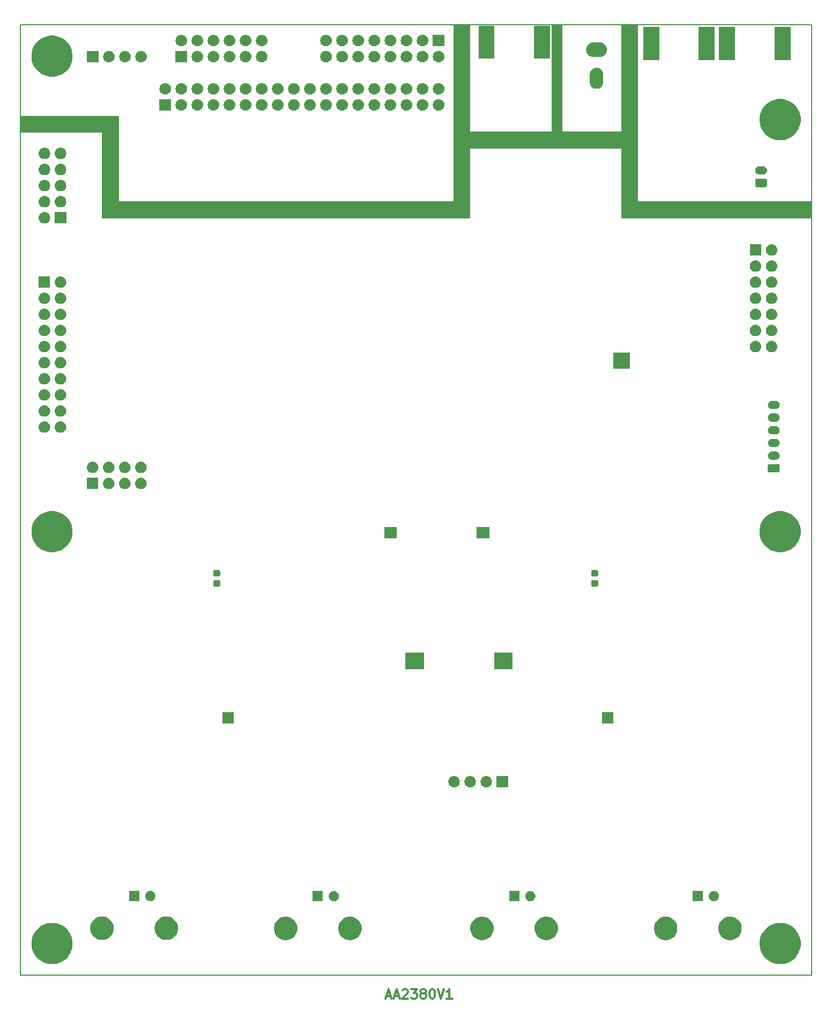
<source format=gbr>
G04 #@! TF.GenerationSoftware,KiCad,Pcbnew,5.0.2-bee76a0~70~ubuntu16.04.1*
G04 #@! TF.CreationDate,2019-03-08T17:41:57+01:00*
G04 #@! TF.ProjectId,AA2380V1,41413233-3830-4563-912e-6b696361645f,1.0*
G04 #@! TF.SameCoordinates,Original*
G04 #@! TF.FileFunction,Soldermask,Bot*
G04 #@! TF.FilePolarity,Negative*
%FSLAX46Y46*%
G04 Gerber Fmt 4.6, Leading zero omitted, Abs format (unit mm)*
G04 Created by KiCad (PCBNEW 5.0.2-bee76a0~70~ubuntu16.04.1) date ven. 08 mars 2019 17:41:57 CET*
%MOMM*%
%LPD*%
G01*
G04 APERTURE LIST*
%ADD10C,0.300000*%
%ADD11C,0.150000*%
%ADD12C,0.100000*%
G04 APERTURE END LIST*
D10*
X96785714Y-209250000D02*
X97500000Y-209250000D01*
X96642857Y-209678571D02*
X97142857Y-208178571D01*
X97642857Y-209678571D01*
X98071428Y-209250000D02*
X98785714Y-209250000D01*
X97928571Y-209678571D02*
X98428571Y-208178571D01*
X98928571Y-209678571D01*
X99357142Y-208321428D02*
X99428571Y-208250000D01*
X99571428Y-208178571D01*
X99928571Y-208178571D01*
X100071428Y-208250000D01*
X100142857Y-208321428D01*
X100214285Y-208464285D01*
X100214285Y-208607142D01*
X100142857Y-208821428D01*
X99285714Y-209678571D01*
X100214285Y-209678571D01*
X100714285Y-208178571D02*
X101642857Y-208178571D01*
X101142857Y-208750000D01*
X101357142Y-208750000D01*
X101500000Y-208821428D01*
X101571428Y-208892857D01*
X101642857Y-209035714D01*
X101642857Y-209392857D01*
X101571428Y-209535714D01*
X101500000Y-209607142D01*
X101357142Y-209678571D01*
X100928571Y-209678571D01*
X100785714Y-209607142D01*
X100714285Y-209535714D01*
X102500000Y-208821428D02*
X102357142Y-208750000D01*
X102285714Y-208678571D01*
X102214285Y-208535714D01*
X102214285Y-208464285D01*
X102285714Y-208321428D01*
X102357142Y-208250000D01*
X102500000Y-208178571D01*
X102785714Y-208178571D01*
X102928571Y-208250000D01*
X103000000Y-208321428D01*
X103071428Y-208464285D01*
X103071428Y-208535714D01*
X103000000Y-208678571D01*
X102928571Y-208750000D01*
X102785714Y-208821428D01*
X102500000Y-208821428D01*
X102357142Y-208892857D01*
X102285714Y-208964285D01*
X102214285Y-209107142D01*
X102214285Y-209392857D01*
X102285714Y-209535714D01*
X102357142Y-209607142D01*
X102500000Y-209678571D01*
X102785714Y-209678571D01*
X102928571Y-209607142D01*
X103000000Y-209535714D01*
X103071428Y-209392857D01*
X103071428Y-209107142D01*
X103000000Y-208964285D01*
X102928571Y-208892857D01*
X102785714Y-208821428D01*
X104000000Y-208178571D02*
X104142857Y-208178571D01*
X104285714Y-208250000D01*
X104357142Y-208321428D01*
X104428571Y-208464285D01*
X104500000Y-208750000D01*
X104500000Y-209107142D01*
X104428571Y-209392857D01*
X104357142Y-209535714D01*
X104285714Y-209607142D01*
X104142857Y-209678571D01*
X104000000Y-209678571D01*
X103857142Y-209607142D01*
X103785714Y-209535714D01*
X103714285Y-209392857D01*
X103642857Y-209107142D01*
X103642857Y-208750000D01*
X103714285Y-208464285D01*
X103785714Y-208321428D01*
X103857142Y-208250000D01*
X104000000Y-208178571D01*
X104928571Y-208178571D02*
X105428571Y-209678571D01*
X105928571Y-208178571D01*
X107214285Y-209678571D02*
X106357142Y-209678571D01*
X106785714Y-209678571D02*
X106785714Y-208178571D01*
X106642857Y-208392857D01*
X106500000Y-208535714D01*
X106357142Y-208607142D01*
D11*
G36*
X164000000Y-84000000D02*
X164000000Y-86500000D01*
X134000000Y-86500000D01*
X134000000Y-75500000D01*
X110000000Y-75500000D01*
X110000000Y-86500000D01*
X52000000Y-86500000D01*
X52000000Y-73000000D01*
X49500000Y-73000000D01*
X39000000Y-73000000D01*
X39000000Y-70500000D01*
X51000000Y-70500000D01*
X54500000Y-70500000D01*
X54500000Y-84000000D01*
X107500000Y-84000000D01*
X107500000Y-56000000D01*
X110000000Y-56000000D01*
X110000000Y-73000000D01*
X123000000Y-73000000D01*
X123000000Y-56000000D01*
X124500000Y-56000000D01*
X124500000Y-73000000D01*
X134000000Y-73000000D01*
X134000000Y-56000000D01*
X136500000Y-56000000D01*
X136500000Y-84000000D01*
X162000000Y-84000000D01*
X164000000Y-84000000D01*
G37*
X164000000Y-84000000D02*
X164000000Y-86500000D01*
X134000000Y-86500000D01*
X134000000Y-75500000D01*
X110000000Y-75500000D01*
X110000000Y-86500000D01*
X52000000Y-86500000D01*
X52000000Y-73000000D01*
X49500000Y-73000000D01*
X39000000Y-73000000D01*
X39000000Y-70500000D01*
X51000000Y-70500000D01*
X54500000Y-70500000D01*
X54500000Y-84000000D01*
X107500000Y-84000000D01*
X107500000Y-56000000D01*
X110000000Y-56000000D01*
X110000000Y-73000000D01*
X123000000Y-73000000D01*
X123000000Y-56000000D01*
X124500000Y-56000000D01*
X124500000Y-73000000D01*
X134000000Y-73000000D01*
X134000000Y-56000000D01*
X136500000Y-56000000D01*
X136500000Y-84000000D01*
X162000000Y-84000000D01*
X164000000Y-84000000D01*
X164000000Y-206000000D02*
X164000000Y-56000000D01*
X39000000Y-56000000D02*
X164000000Y-56000000D01*
X39000000Y-206000000D02*
X39000000Y-56000000D01*
X164000000Y-206000000D02*
X39000000Y-206000000D01*
D12*
G36*
X159649239Y-197796467D02*
X159963282Y-197858934D01*
X160554926Y-198104001D01*
X160844523Y-198297504D01*
X161087395Y-198459786D01*
X161540214Y-198912605D01*
X161540216Y-198912608D01*
X161895999Y-199445074D01*
X162141066Y-200036718D01*
X162141066Y-200036719D01*
X162266000Y-200664803D01*
X162266000Y-201305197D01*
X162203533Y-201619239D01*
X162141066Y-201933282D01*
X161895999Y-202524926D01*
X161648265Y-202895685D01*
X161540214Y-203057395D01*
X161087395Y-203510214D01*
X161087392Y-203510216D01*
X160554926Y-203865999D01*
X159963282Y-204111066D01*
X159649239Y-204173533D01*
X159335197Y-204236000D01*
X158694803Y-204236000D01*
X158380761Y-204173533D01*
X158066718Y-204111066D01*
X157475074Y-203865999D01*
X156942608Y-203510216D01*
X156942605Y-203510214D01*
X156489786Y-203057395D01*
X156381735Y-202895685D01*
X156134001Y-202524926D01*
X155888934Y-201933282D01*
X155826467Y-201619239D01*
X155764000Y-201305197D01*
X155764000Y-200664803D01*
X155888934Y-200036719D01*
X155888934Y-200036718D01*
X156134001Y-199445074D01*
X156489784Y-198912608D01*
X156489786Y-198912605D01*
X156942605Y-198459786D01*
X157185477Y-198297504D01*
X157475074Y-198104001D01*
X158066718Y-197858934D01*
X158380761Y-197796467D01*
X158694803Y-197734000D01*
X159335197Y-197734000D01*
X159649239Y-197796467D01*
X159649239Y-197796467D01*
G37*
G36*
X44649239Y-197796467D02*
X44963282Y-197858934D01*
X45554926Y-198104001D01*
X45844523Y-198297504D01*
X46087395Y-198459786D01*
X46540214Y-198912605D01*
X46540216Y-198912608D01*
X46895999Y-199445074D01*
X47141066Y-200036718D01*
X47141066Y-200036719D01*
X47266000Y-200664803D01*
X47266000Y-201305197D01*
X47203533Y-201619239D01*
X47141066Y-201933282D01*
X46895999Y-202524926D01*
X46648265Y-202895685D01*
X46540214Y-203057395D01*
X46087395Y-203510214D01*
X46087392Y-203510216D01*
X45554926Y-203865999D01*
X44963282Y-204111066D01*
X44649239Y-204173533D01*
X44335197Y-204236000D01*
X43694803Y-204236000D01*
X43380761Y-204173533D01*
X43066718Y-204111066D01*
X42475074Y-203865999D01*
X41942608Y-203510216D01*
X41942605Y-203510214D01*
X41489786Y-203057395D01*
X41381735Y-202895685D01*
X41134001Y-202524926D01*
X40888934Y-201933282D01*
X40826467Y-201619239D01*
X40764000Y-201305197D01*
X40764000Y-200664803D01*
X40888934Y-200036719D01*
X40888934Y-200036718D01*
X41134001Y-199445074D01*
X41489784Y-198912608D01*
X41489786Y-198912605D01*
X41942605Y-198459786D01*
X42185477Y-198297504D01*
X42475074Y-198104001D01*
X43066718Y-197858934D01*
X43380761Y-197796467D01*
X43694803Y-197734000D01*
X44335197Y-197734000D01*
X44649239Y-197796467D01*
X44649239Y-197796467D01*
G37*
G36*
X91426112Y-196779566D02*
X91604917Y-196815133D01*
X91941777Y-196954665D01*
X92200046Y-197127235D01*
X92244947Y-197157237D01*
X92502763Y-197415053D01*
X92502765Y-197415056D01*
X92705335Y-197718223D01*
X92844867Y-198055083D01*
X92864012Y-198151332D01*
X92910033Y-198382691D01*
X92916000Y-198412692D01*
X92916000Y-198777308D01*
X92844867Y-199134917D01*
X92705335Y-199471777D01*
X92561116Y-199687615D01*
X92502763Y-199774947D01*
X92244947Y-200032763D01*
X92244944Y-200032765D01*
X91941777Y-200235335D01*
X91604917Y-200374867D01*
X91426113Y-200410433D01*
X91247309Y-200446000D01*
X90882691Y-200446000D01*
X90703888Y-200410434D01*
X90525083Y-200374867D01*
X90188223Y-200235335D01*
X89885056Y-200032765D01*
X89885053Y-200032763D01*
X89627237Y-199774947D01*
X89568884Y-199687615D01*
X89424665Y-199471777D01*
X89285133Y-199134917D01*
X89214000Y-198777308D01*
X89214000Y-198412692D01*
X89219968Y-198382691D01*
X89265988Y-198151332D01*
X89285133Y-198055083D01*
X89424665Y-197718223D01*
X89627235Y-197415056D01*
X89627237Y-197415053D01*
X89885053Y-197157237D01*
X89929954Y-197127235D01*
X90188223Y-196954665D01*
X90525083Y-196815133D01*
X90703887Y-196779567D01*
X90882691Y-196744000D01*
X91247309Y-196744000D01*
X91426112Y-196779566D01*
X91426112Y-196779566D01*
G37*
G36*
X81266112Y-196779566D02*
X81444917Y-196815133D01*
X81781777Y-196954665D01*
X82040046Y-197127235D01*
X82084947Y-197157237D01*
X82342763Y-197415053D01*
X82342765Y-197415056D01*
X82545335Y-197718223D01*
X82684867Y-198055083D01*
X82704012Y-198151332D01*
X82750033Y-198382691D01*
X82756000Y-198412692D01*
X82756000Y-198777308D01*
X82684867Y-199134917D01*
X82545335Y-199471777D01*
X82401116Y-199687615D01*
X82342763Y-199774947D01*
X82084947Y-200032763D01*
X82084944Y-200032765D01*
X81781777Y-200235335D01*
X81444917Y-200374867D01*
X81266113Y-200410433D01*
X81087309Y-200446000D01*
X80722691Y-200446000D01*
X80543888Y-200410434D01*
X80365083Y-200374867D01*
X80028223Y-200235335D01*
X79725056Y-200032765D01*
X79725053Y-200032763D01*
X79467237Y-199774947D01*
X79408884Y-199687615D01*
X79264665Y-199471777D01*
X79125133Y-199134917D01*
X79054000Y-198777308D01*
X79054000Y-198412692D01*
X79059968Y-198382691D01*
X79105988Y-198151332D01*
X79125133Y-198055083D01*
X79264665Y-197718223D01*
X79467235Y-197415056D01*
X79467237Y-197415053D01*
X79725053Y-197157237D01*
X79769954Y-197127235D01*
X80028223Y-196954665D01*
X80365083Y-196815133D01*
X80543888Y-196779566D01*
X80722691Y-196744000D01*
X81087309Y-196744000D01*
X81266112Y-196779566D01*
X81266112Y-196779566D01*
G37*
G36*
X112281112Y-196764566D02*
X112459917Y-196800133D01*
X112796777Y-196939665D01*
X113077495Y-197127235D01*
X113099947Y-197142237D01*
X113357763Y-197400053D01*
X113357765Y-197400056D01*
X113560335Y-197703223D01*
X113693654Y-198025084D01*
X113699867Y-198040084D01*
X113765765Y-198371371D01*
X113771000Y-198397692D01*
X113771000Y-198762308D01*
X113699867Y-199119917D01*
X113560335Y-199456777D01*
X113439073Y-199638258D01*
X113357763Y-199759947D01*
X113099947Y-200017763D01*
X113099944Y-200017765D01*
X112796777Y-200220335D01*
X112459917Y-200359867D01*
X112281112Y-200395434D01*
X112102309Y-200431000D01*
X111737691Y-200431000D01*
X111558888Y-200395434D01*
X111380083Y-200359867D01*
X111043223Y-200220335D01*
X110740056Y-200017765D01*
X110740053Y-200017763D01*
X110482237Y-199759947D01*
X110400927Y-199638258D01*
X110279665Y-199456777D01*
X110140133Y-199119917D01*
X110069000Y-198762308D01*
X110069000Y-198397692D01*
X110074236Y-198371371D01*
X110140133Y-198040084D01*
X110146346Y-198025084D01*
X110279665Y-197703223D01*
X110482235Y-197400056D01*
X110482237Y-197400053D01*
X110740053Y-197142237D01*
X110762505Y-197127235D01*
X111043223Y-196939665D01*
X111380083Y-196800133D01*
X111558888Y-196764566D01*
X111737691Y-196729000D01*
X112102309Y-196729000D01*
X112281112Y-196764566D01*
X112281112Y-196764566D01*
G37*
G36*
X122441112Y-196764566D02*
X122619917Y-196800133D01*
X122956777Y-196939665D01*
X123237495Y-197127235D01*
X123259947Y-197142237D01*
X123517763Y-197400053D01*
X123517765Y-197400056D01*
X123720335Y-197703223D01*
X123853654Y-198025084D01*
X123859867Y-198040084D01*
X123925765Y-198371371D01*
X123931000Y-198397692D01*
X123931000Y-198762308D01*
X123859867Y-199119917D01*
X123720335Y-199456777D01*
X123599073Y-199638258D01*
X123517763Y-199759947D01*
X123259947Y-200017763D01*
X123259944Y-200017765D01*
X122956777Y-200220335D01*
X122619917Y-200359867D01*
X122441112Y-200395434D01*
X122262309Y-200431000D01*
X121897691Y-200431000D01*
X121718888Y-200395434D01*
X121540083Y-200359867D01*
X121203223Y-200220335D01*
X120900056Y-200017765D01*
X120900053Y-200017763D01*
X120642237Y-199759947D01*
X120560927Y-199638258D01*
X120439665Y-199456777D01*
X120300133Y-199119917D01*
X120229000Y-198762308D01*
X120229000Y-198397692D01*
X120234236Y-198371371D01*
X120300133Y-198040084D01*
X120306346Y-198025084D01*
X120439665Y-197703223D01*
X120642235Y-197400056D01*
X120642237Y-197400053D01*
X120900053Y-197142237D01*
X120922505Y-197127235D01*
X121203223Y-196939665D01*
X121540083Y-196800133D01*
X121718888Y-196764566D01*
X121897691Y-196729000D01*
X122262309Y-196729000D01*
X122441112Y-196764566D01*
X122441112Y-196764566D01*
G37*
G36*
X151441112Y-196764566D02*
X151619917Y-196800133D01*
X151956777Y-196939665D01*
X152237495Y-197127235D01*
X152259947Y-197142237D01*
X152517763Y-197400053D01*
X152517765Y-197400056D01*
X152720335Y-197703223D01*
X152853654Y-198025084D01*
X152859867Y-198040084D01*
X152925765Y-198371371D01*
X152931000Y-198397692D01*
X152931000Y-198762308D01*
X152859867Y-199119917D01*
X152720335Y-199456777D01*
X152599073Y-199638258D01*
X152517763Y-199759947D01*
X152259947Y-200017763D01*
X152259944Y-200017765D01*
X151956777Y-200220335D01*
X151619917Y-200359867D01*
X151441112Y-200395434D01*
X151262309Y-200431000D01*
X150897691Y-200431000D01*
X150718888Y-200395434D01*
X150540083Y-200359867D01*
X150203223Y-200220335D01*
X149900056Y-200017765D01*
X149900053Y-200017763D01*
X149642237Y-199759947D01*
X149560927Y-199638258D01*
X149439665Y-199456777D01*
X149300133Y-199119917D01*
X149229000Y-198762308D01*
X149229000Y-198397692D01*
X149234236Y-198371371D01*
X149300133Y-198040084D01*
X149306346Y-198025084D01*
X149439665Y-197703223D01*
X149642235Y-197400056D01*
X149642237Y-197400053D01*
X149900053Y-197142237D01*
X149922505Y-197127235D01*
X150203223Y-196939665D01*
X150540083Y-196800133D01*
X150718888Y-196764566D01*
X150897691Y-196729000D01*
X151262309Y-196729000D01*
X151441112Y-196764566D01*
X151441112Y-196764566D01*
G37*
G36*
X141281112Y-196764566D02*
X141459917Y-196800133D01*
X141796777Y-196939665D01*
X142077495Y-197127235D01*
X142099947Y-197142237D01*
X142357763Y-197400053D01*
X142357765Y-197400056D01*
X142560335Y-197703223D01*
X142693654Y-198025084D01*
X142699867Y-198040084D01*
X142765765Y-198371371D01*
X142771000Y-198397692D01*
X142771000Y-198762308D01*
X142699867Y-199119917D01*
X142560335Y-199456777D01*
X142439073Y-199638258D01*
X142357763Y-199759947D01*
X142099947Y-200017763D01*
X142099944Y-200017765D01*
X141796777Y-200220335D01*
X141459917Y-200359867D01*
X141281112Y-200395434D01*
X141102309Y-200431000D01*
X140737691Y-200431000D01*
X140558888Y-200395434D01*
X140380083Y-200359867D01*
X140043223Y-200220335D01*
X139740056Y-200017765D01*
X139740053Y-200017763D01*
X139482237Y-199759947D01*
X139400927Y-199638258D01*
X139279665Y-199456777D01*
X139140133Y-199119917D01*
X139069000Y-198762308D01*
X139069000Y-198397692D01*
X139074236Y-198371371D01*
X139140133Y-198040084D01*
X139146346Y-198025084D01*
X139279665Y-197703223D01*
X139482235Y-197400056D01*
X139482237Y-197400053D01*
X139740053Y-197142237D01*
X139762505Y-197127235D01*
X140043223Y-196939665D01*
X140380083Y-196800133D01*
X140558888Y-196764566D01*
X140737691Y-196729000D01*
X141102309Y-196729000D01*
X141281112Y-196764566D01*
X141281112Y-196764566D01*
G37*
G36*
X52238128Y-196744000D02*
X52444917Y-196785133D01*
X52781777Y-196924665D01*
X53082902Y-197125870D01*
X53084947Y-197127237D01*
X53342763Y-197385053D01*
X53342765Y-197385056D01*
X53545335Y-197688223D01*
X53684867Y-198025083D01*
X53716742Y-198185329D01*
X53756000Y-198382691D01*
X53756000Y-198747309D01*
X53745792Y-198798629D01*
X53684867Y-199104917D01*
X53545335Y-199441777D01*
X53456024Y-199575440D01*
X53342763Y-199744947D01*
X53084947Y-200002763D01*
X53084944Y-200002765D01*
X52781777Y-200205335D01*
X52444917Y-200344867D01*
X52294097Y-200374867D01*
X52087309Y-200416000D01*
X51722691Y-200416000D01*
X51515903Y-200374867D01*
X51365083Y-200344867D01*
X51028223Y-200205335D01*
X50725056Y-200002765D01*
X50725053Y-200002763D01*
X50467237Y-199744947D01*
X50353976Y-199575440D01*
X50264665Y-199441777D01*
X50125133Y-199104917D01*
X50064208Y-198798629D01*
X50054000Y-198747309D01*
X50054000Y-198382691D01*
X50093258Y-198185329D01*
X50125133Y-198025083D01*
X50264665Y-197688223D01*
X50467235Y-197385056D01*
X50467237Y-197385053D01*
X50725053Y-197127237D01*
X50727098Y-197125870D01*
X51028223Y-196924665D01*
X51365083Y-196785133D01*
X51571872Y-196744000D01*
X51722691Y-196714000D01*
X52087309Y-196714000D01*
X52238128Y-196744000D01*
X52238128Y-196744000D01*
G37*
G36*
X62398128Y-196744000D02*
X62604917Y-196785133D01*
X62941777Y-196924665D01*
X63242902Y-197125870D01*
X63244947Y-197127237D01*
X63502763Y-197385053D01*
X63502765Y-197385056D01*
X63705335Y-197688223D01*
X63844867Y-198025083D01*
X63876742Y-198185329D01*
X63916000Y-198382691D01*
X63916000Y-198747309D01*
X63905792Y-198798629D01*
X63844867Y-199104917D01*
X63705335Y-199441777D01*
X63616024Y-199575440D01*
X63502763Y-199744947D01*
X63244947Y-200002763D01*
X63244944Y-200002765D01*
X62941777Y-200205335D01*
X62604917Y-200344867D01*
X62454097Y-200374867D01*
X62247309Y-200416000D01*
X61882691Y-200416000D01*
X61675903Y-200374867D01*
X61525083Y-200344867D01*
X61188223Y-200205335D01*
X60885056Y-200002765D01*
X60885053Y-200002763D01*
X60627237Y-199744947D01*
X60513976Y-199575440D01*
X60424665Y-199441777D01*
X60285133Y-199104917D01*
X60224208Y-198798629D01*
X60214000Y-198747309D01*
X60214000Y-198382691D01*
X60253258Y-198185329D01*
X60285133Y-198025083D01*
X60424665Y-197688223D01*
X60627235Y-197385056D01*
X60627237Y-197385053D01*
X60885053Y-197127237D01*
X60887098Y-197125870D01*
X61188223Y-196924665D01*
X61525083Y-196785133D01*
X61731872Y-196744000D01*
X61882691Y-196714000D01*
X62247309Y-196714000D01*
X62398128Y-196744000D01*
X62398128Y-196744000D01*
G37*
G36*
X88758643Y-192744781D02*
X88904415Y-192805162D01*
X89035611Y-192892824D01*
X89147176Y-193004389D01*
X89234838Y-193135585D01*
X89295219Y-193281357D01*
X89326000Y-193436107D01*
X89326000Y-193593893D01*
X89295219Y-193748643D01*
X89234838Y-193894415D01*
X89147176Y-194025611D01*
X89035611Y-194137176D01*
X88904415Y-194224838D01*
X88758643Y-194285219D01*
X88603893Y-194316000D01*
X88446107Y-194316000D01*
X88291357Y-194285219D01*
X88145585Y-194224838D01*
X88014389Y-194137176D01*
X87902824Y-194025611D01*
X87815162Y-193894415D01*
X87754781Y-193748643D01*
X87724000Y-193593893D01*
X87724000Y-193436107D01*
X87754781Y-193281357D01*
X87815162Y-193135585D01*
X87902824Y-193004389D01*
X88014389Y-192892824D01*
X88145585Y-192805162D01*
X88291357Y-192744781D01*
X88446107Y-192714000D01*
X88603893Y-192714000D01*
X88758643Y-192744781D01*
X88758643Y-192744781D01*
G37*
G36*
X86786000Y-194316000D02*
X85184000Y-194316000D01*
X85184000Y-192714000D01*
X86786000Y-192714000D01*
X86786000Y-194316000D01*
X86786000Y-194316000D01*
G37*
G36*
X148773643Y-192729781D02*
X148919415Y-192790162D01*
X149050611Y-192877824D01*
X149162176Y-192989389D01*
X149249838Y-193120585D01*
X149310219Y-193266357D01*
X149341000Y-193421107D01*
X149341000Y-193578893D01*
X149310219Y-193733643D01*
X149249838Y-193879415D01*
X149162176Y-194010611D01*
X149050611Y-194122176D01*
X148919415Y-194209838D01*
X148773643Y-194270219D01*
X148618893Y-194301000D01*
X148461107Y-194301000D01*
X148306357Y-194270219D01*
X148160585Y-194209838D01*
X148029389Y-194122176D01*
X147917824Y-194010611D01*
X147830162Y-193879415D01*
X147769781Y-193733643D01*
X147739000Y-193578893D01*
X147739000Y-193421107D01*
X147769781Y-193266357D01*
X147830162Y-193120585D01*
X147917824Y-192989389D01*
X148029389Y-192877824D01*
X148160585Y-192790162D01*
X148306357Y-192729781D01*
X148461107Y-192699000D01*
X148618893Y-192699000D01*
X148773643Y-192729781D01*
X148773643Y-192729781D01*
G37*
G36*
X117801000Y-194301000D02*
X116199000Y-194301000D01*
X116199000Y-192699000D01*
X117801000Y-192699000D01*
X117801000Y-194301000D01*
X117801000Y-194301000D01*
G37*
G36*
X146801000Y-194301000D02*
X145199000Y-194301000D01*
X145199000Y-192699000D01*
X146801000Y-192699000D01*
X146801000Y-194301000D01*
X146801000Y-194301000D01*
G37*
G36*
X119773643Y-192729781D02*
X119919415Y-192790162D01*
X120050611Y-192877824D01*
X120162176Y-192989389D01*
X120249838Y-193120585D01*
X120310219Y-193266357D01*
X120341000Y-193421107D01*
X120341000Y-193578893D01*
X120310219Y-193733643D01*
X120249838Y-193879415D01*
X120162176Y-194010611D01*
X120050611Y-194122176D01*
X119919415Y-194209838D01*
X119773643Y-194270219D01*
X119618893Y-194301000D01*
X119461107Y-194301000D01*
X119306357Y-194270219D01*
X119160585Y-194209838D01*
X119029389Y-194122176D01*
X118917824Y-194010611D01*
X118830162Y-193879415D01*
X118769781Y-193733643D01*
X118739000Y-193578893D01*
X118739000Y-193421107D01*
X118769781Y-193266357D01*
X118830162Y-193120585D01*
X118917824Y-192989389D01*
X119029389Y-192877824D01*
X119160585Y-192790162D01*
X119306357Y-192729781D01*
X119461107Y-192699000D01*
X119618893Y-192699000D01*
X119773643Y-192729781D01*
X119773643Y-192729781D01*
G37*
G36*
X57786000Y-194286000D02*
X56184000Y-194286000D01*
X56184000Y-192684000D01*
X57786000Y-192684000D01*
X57786000Y-194286000D01*
X57786000Y-194286000D01*
G37*
G36*
X59758643Y-192714781D02*
X59904415Y-192775162D01*
X60035611Y-192862824D01*
X60147176Y-192974389D01*
X60234838Y-193105585D01*
X60295219Y-193251357D01*
X60326000Y-193406107D01*
X60326000Y-193563893D01*
X60295219Y-193718643D01*
X60234838Y-193864415D01*
X60147176Y-193995611D01*
X60035611Y-194107176D01*
X59904415Y-194194838D01*
X59758643Y-194255219D01*
X59603893Y-194286000D01*
X59446107Y-194286000D01*
X59291357Y-194255219D01*
X59145585Y-194194838D01*
X59014389Y-194107176D01*
X58902824Y-193995611D01*
X58815162Y-193864415D01*
X58754781Y-193718643D01*
X58724000Y-193563893D01*
X58724000Y-193406107D01*
X58754781Y-193251357D01*
X58815162Y-193105585D01*
X58902824Y-192974389D01*
X59014389Y-192862824D01*
X59145585Y-192775162D01*
X59291357Y-192714781D01*
X59446107Y-192684000D01*
X59603893Y-192684000D01*
X59758643Y-192714781D01*
X59758643Y-192714781D01*
G37*
G36*
X112698084Y-174554518D02*
X112764269Y-174561037D01*
X112877495Y-174595384D01*
X112934109Y-174612557D01*
X113072729Y-174686652D01*
X113090633Y-174696222D01*
X113126371Y-174725552D01*
X113227828Y-174808814D01*
X113311090Y-174910271D01*
X113340420Y-174946009D01*
X113340421Y-174946011D01*
X113424085Y-175102533D01*
X113424085Y-175102534D01*
X113475605Y-175272373D01*
X113493001Y-175449000D01*
X113475605Y-175625627D01*
X113441258Y-175738853D01*
X113424085Y-175795467D01*
X113349990Y-175934087D01*
X113340420Y-175951991D01*
X113311090Y-175987729D01*
X113227828Y-176089186D01*
X113126371Y-176172448D01*
X113090633Y-176201778D01*
X113090631Y-176201779D01*
X112934109Y-176285443D01*
X112877495Y-176302616D01*
X112764269Y-176336963D01*
X112698085Y-176343481D01*
X112631902Y-176350000D01*
X112543382Y-176350000D01*
X112477199Y-176343481D01*
X112411015Y-176336963D01*
X112297789Y-176302616D01*
X112241175Y-176285443D01*
X112084653Y-176201779D01*
X112084651Y-176201778D01*
X112048913Y-176172448D01*
X111947456Y-176089186D01*
X111864194Y-175987729D01*
X111834864Y-175951991D01*
X111825294Y-175934087D01*
X111751199Y-175795467D01*
X111734026Y-175738853D01*
X111699679Y-175625627D01*
X111682283Y-175449000D01*
X111699679Y-175272373D01*
X111751199Y-175102534D01*
X111751199Y-175102533D01*
X111834863Y-174946011D01*
X111834864Y-174946009D01*
X111864194Y-174910271D01*
X111947456Y-174808814D01*
X112048913Y-174725552D01*
X112084651Y-174696222D01*
X112102555Y-174686652D01*
X112241175Y-174612557D01*
X112297789Y-174595384D01*
X112411015Y-174561037D01*
X112477200Y-174554518D01*
X112543382Y-174548000D01*
X112631902Y-174548000D01*
X112698084Y-174554518D01*
X112698084Y-174554518D01*
G37*
G36*
X116028642Y-176350000D02*
X114226642Y-176350000D01*
X114226642Y-174548000D01*
X116028642Y-174548000D01*
X116028642Y-176350000D01*
X116028642Y-176350000D01*
G37*
G36*
X110158084Y-174554518D02*
X110224269Y-174561037D01*
X110337495Y-174595384D01*
X110394109Y-174612557D01*
X110532729Y-174686652D01*
X110550633Y-174696222D01*
X110586371Y-174725552D01*
X110687828Y-174808814D01*
X110771090Y-174910271D01*
X110800420Y-174946009D01*
X110800421Y-174946011D01*
X110884085Y-175102533D01*
X110884085Y-175102534D01*
X110935605Y-175272373D01*
X110953001Y-175449000D01*
X110935605Y-175625627D01*
X110901258Y-175738853D01*
X110884085Y-175795467D01*
X110809990Y-175934087D01*
X110800420Y-175951991D01*
X110771090Y-175987729D01*
X110687828Y-176089186D01*
X110586371Y-176172448D01*
X110550633Y-176201778D01*
X110550631Y-176201779D01*
X110394109Y-176285443D01*
X110337495Y-176302616D01*
X110224269Y-176336963D01*
X110158085Y-176343481D01*
X110091902Y-176350000D01*
X110003382Y-176350000D01*
X109937199Y-176343481D01*
X109871015Y-176336963D01*
X109757789Y-176302616D01*
X109701175Y-176285443D01*
X109544653Y-176201779D01*
X109544651Y-176201778D01*
X109508913Y-176172448D01*
X109407456Y-176089186D01*
X109324194Y-175987729D01*
X109294864Y-175951991D01*
X109285294Y-175934087D01*
X109211199Y-175795467D01*
X109194026Y-175738853D01*
X109159679Y-175625627D01*
X109142283Y-175449000D01*
X109159679Y-175272373D01*
X109211199Y-175102534D01*
X109211199Y-175102533D01*
X109294863Y-174946011D01*
X109294864Y-174946009D01*
X109324194Y-174910271D01*
X109407456Y-174808814D01*
X109508913Y-174725552D01*
X109544651Y-174696222D01*
X109562555Y-174686652D01*
X109701175Y-174612557D01*
X109757789Y-174595384D01*
X109871015Y-174561037D01*
X109937200Y-174554518D01*
X110003382Y-174548000D01*
X110091902Y-174548000D01*
X110158084Y-174554518D01*
X110158084Y-174554518D01*
G37*
G36*
X107618084Y-174554518D02*
X107684269Y-174561037D01*
X107797495Y-174595384D01*
X107854109Y-174612557D01*
X107992729Y-174686652D01*
X108010633Y-174696222D01*
X108046371Y-174725552D01*
X108147828Y-174808814D01*
X108231090Y-174910271D01*
X108260420Y-174946009D01*
X108260421Y-174946011D01*
X108344085Y-175102533D01*
X108344085Y-175102534D01*
X108395605Y-175272373D01*
X108413001Y-175449000D01*
X108395605Y-175625627D01*
X108361258Y-175738853D01*
X108344085Y-175795467D01*
X108269990Y-175934087D01*
X108260420Y-175951991D01*
X108231090Y-175987729D01*
X108147828Y-176089186D01*
X108046371Y-176172448D01*
X108010633Y-176201778D01*
X108010631Y-176201779D01*
X107854109Y-176285443D01*
X107797495Y-176302616D01*
X107684269Y-176336963D01*
X107618085Y-176343481D01*
X107551902Y-176350000D01*
X107463382Y-176350000D01*
X107397199Y-176343481D01*
X107331015Y-176336963D01*
X107217789Y-176302616D01*
X107161175Y-176285443D01*
X107004653Y-176201779D01*
X107004651Y-176201778D01*
X106968913Y-176172448D01*
X106867456Y-176089186D01*
X106784194Y-175987729D01*
X106754864Y-175951991D01*
X106745294Y-175934087D01*
X106671199Y-175795467D01*
X106654026Y-175738853D01*
X106619679Y-175625627D01*
X106602283Y-175449000D01*
X106619679Y-175272373D01*
X106671199Y-175102534D01*
X106671199Y-175102533D01*
X106754863Y-174946011D01*
X106754864Y-174946009D01*
X106784194Y-174910271D01*
X106867456Y-174808814D01*
X106968913Y-174725552D01*
X107004651Y-174696222D01*
X107022555Y-174686652D01*
X107161175Y-174612557D01*
X107217789Y-174595384D01*
X107331015Y-174561037D01*
X107397200Y-174554518D01*
X107463382Y-174548000D01*
X107551902Y-174548000D01*
X107618084Y-174554518D01*
X107618084Y-174554518D01*
G37*
G36*
X72705000Y-166236000D02*
X70953000Y-166236000D01*
X70953000Y-164484000D01*
X72705000Y-164484000D01*
X72705000Y-166236000D01*
X72705000Y-166236000D01*
G37*
G36*
X132649000Y-166236000D02*
X130897000Y-166236000D01*
X130897000Y-164484000D01*
X132649000Y-164484000D01*
X132649000Y-166236000D01*
X132649000Y-166236000D01*
G37*
G36*
X116721000Y-157710060D02*
X113819000Y-157710060D01*
X113819000Y-155068060D01*
X116721000Y-155068060D01*
X116721000Y-157710060D01*
X116721000Y-157710060D01*
G37*
G36*
X102744000Y-157710060D02*
X99842000Y-157710060D01*
X99842000Y-155068060D01*
X102744000Y-155068060D01*
X102744000Y-157710060D01*
X102744000Y-157710060D01*
G37*
G36*
X70406233Y-143662876D02*
X70440211Y-143673184D01*
X70471529Y-143689924D01*
X70498981Y-143712452D01*
X70521509Y-143739904D01*
X70538249Y-143771222D01*
X70548557Y-143805200D01*
X70552642Y-143846681D01*
X70552642Y-144447901D01*
X70548557Y-144489382D01*
X70538249Y-144523360D01*
X70521509Y-144554678D01*
X70498981Y-144582130D01*
X70471529Y-144604658D01*
X70440211Y-144621398D01*
X70406233Y-144631706D01*
X70364752Y-144635791D01*
X69688532Y-144635791D01*
X69647051Y-144631706D01*
X69613073Y-144621398D01*
X69581755Y-144604658D01*
X69554303Y-144582130D01*
X69531775Y-144554678D01*
X69515035Y-144523360D01*
X69504727Y-144489382D01*
X69500642Y-144447901D01*
X69500642Y-143846681D01*
X69504727Y-143805200D01*
X69515035Y-143771222D01*
X69531775Y-143739904D01*
X69554303Y-143712452D01*
X69581755Y-143689924D01*
X69613073Y-143673184D01*
X69647051Y-143662876D01*
X69688532Y-143658791D01*
X70364752Y-143658791D01*
X70406233Y-143662876D01*
X70406233Y-143662876D01*
G37*
G36*
X130096233Y-143662876D02*
X130130211Y-143673184D01*
X130161529Y-143689924D01*
X130188981Y-143712452D01*
X130211509Y-143739904D01*
X130228249Y-143771222D01*
X130238557Y-143805200D01*
X130242642Y-143846681D01*
X130242642Y-144447901D01*
X130238557Y-144489382D01*
X130228249Y-144523360D01*
X130211509Y-144554678D01*
X130188981Y-144582130D01*
X130161529Y-144604658D01*
X130130211Y-144621398D01*
X130096233Y-144631706D01*
X130054752Y-144635791D01*
X129378532Y-144635791D01*
X129337051Y-144631706D01*
X129303073Y-144621398D01*
X129271755Y-144604658D01*
X129244303Y-144582130D01*
X129221775Y-144554678D01*
X129205035Y-144523360D01*
X129194727Y-144489382D01*
X129190642Y-144447901D01*
X129190642Y-143846681D01*
X129194727Y-143805200D01*
X129205035Y-143771222D01*
X129221775Y-143739904D01*
X129244303Y-143712452D01*
X129271755Y-143689924D01*
X129303073Y-143673184D01*
X129337051Y-143662876D01*
X129378532Y-143658791D01*
X130054752Y-143658791D01*
X130096233Y-143662876D01*
X130096233Y-143662876D01*
G37*
G36*
X130096233Y-142087876D02*
X130130211Y-142098184D01*
X130161529Y-142114924D01*
X130188981Y-142137452D01*
X130211509Y-142164904D01*
X130228249Y-142196222D01*
X130238557Y-142230200D01*
X130242642Y-142271681D01*
X130242642Y-142872901D01*
X130238557Y-142914382D01*
X130228249Y-142948360D01*
X130211509Y-142979678D01*
X130188981Y-143007130D01*
X130161529Y-143029658D01*
X130130211Y-143046398D01*
X130096233Y-143056706D01*
X130054752Y-143060791D01*
X129378532Y-143060791D01*
X129337051Y-143056706D01*
X129303073Y-143046398D01*
X129271755Y-143029658D01*
X129244303Y-143007130D01*
X129221775Y-142979678D01*
X129205035Y-142948360D01*
X129194727Y-142914382D01*
X129190642Y-142872901D01*
X129190642Y-142271681D01*
X129194727Y-142230200D01*
X129205035Y-142196222D01*
X129221775Y-142164904D01*
X129244303Y-142137452D01*
X129271755Y-142114924D01*
X129303073Y-142098184D01*
X129337051Y-142087876D01*
X129378532Y-142083791D01*
X130054752Y-142083791D01*
X130096233Y-142087876D01*
X130096233Y-142087876D01*
G37*
G36*
X70406233Y-142087876D02*
X70440211Y-142098184D01*
X70471529Y-142114924D01*
X70498981Y-142137452D01*
X70521509Y-142164904D01*
X70538249Y-142196222D01*
X70548557Y-142230200D01*
X70552642Y-142271681D01*
X70552642Y-142872901D01*
X70548557Y-142914382D01*
X70538249Y-142948360D01*
X70521509Y-142979678D01*
X70498981Y-143007130D01*
X70471529Y-143029658D01*
X70440211Y-143046398D01*
X70406233Y-143056706D01*
X70364752Y-143060791D01*
X69688532Y-143060791D01*
X69647051Y-143056706D01*
X69613073Y-143046398D01*
X69581755Y-143029658D01*
X69554303Y-143007130D01*
X69531775Y-142979678D01*
X69515035Y-142948360D01*
X69504727Y-142914382D01*
X69500642Y-142872901D01*
X69500642Y-142271681D01*
X69504727Y-142230200D01*
X69515035Y-142196222D01*
X69531775Y-142164904D01*
X69554303Y-142137452D01*
X69581755Y-142114924D01*
X69613073Y-142098184D01*
X69647051Y-142087876D01*
X69688532Y-142083791D01*
X70364752Y-142083791D01*
X70406233Y-142087876D01*
X70406233Y-142087876D01*
G37*
G36*
X44634239Y-132811467D02*
X44948282Y-132873934D01*
X45539926Y-133119001D01*
X45829523Y-133312504D01*
X46072395Y-133474786D01*
X46525214Y-133927605D01*
X46525216Y-133927608D01*
X46880999Y-134460074D01*
X47126066Y-135051718D01*
X47181805Y-135331936D01*
X47251000Y-135679803D01*
X47251000Y-136320197D01*
X47224425Y-136453800D01*
X47126066Y-136948282D01*
X46880999Y-137539926D01*
X46633265Y-137910685D01*
X46525214Y-138072395D01*
X46072395Y-138525214D01*
X46072392Y-138525216D01*
X45539926Y-138880999D01*
X44948282Y-139126066D01*
X44634239Y-139188533D01*
X44320197Y-139251000D01*
X43679803Y-139251000D01*
X43365761Y-139188533D01*
X43051718Y-139126066D01*
X42460074Y-138880999D01*
X41927608Y-138525216D01*
X41927605Y-138525214D01*
X41474786Y-138072395D01*
X41366735Y-137910685D01*
X41119001Y-137539926D01*
X40873934Y-136948282D01*
X40775575Y-136453800D01*
X40749000Y-136320197D01*
X40749000Y-135679803D01*
X40818195Y-135331936D01*
X40873934Y-135051718D01*
X41119001Y-134460074D01*
X41474784Y-133927608D01*
X41474786Y-133927605D01*
X41927605Y-133474786D01*
X42170477Y-133312504D01*
X42460074Y-133119001D01*
X43051718Y-132873934D01*
X43365761Y-132811467D01*
X43679803Y-132749000D01*
X44320197Y-132749000D01*
X44634239Y-132811467D01*
X44634239Y-132811467D01*
G37*
G36*
X159634239Y-132811467D02*
X159948282Y-132873934D01*
X160539926Y-133119001D01*
X160829523Y-133312504D01*
X161072395Y-133474786D01*
X161525214Y-133927605D01*
X161525216Y-133927608D01*
X161880999Y-134460074D01*
X162126066Y-135051718D01*
X162181805Y-135331936D01*
X162251000Y-135679803D01*
X162251000Y-136320197D01*
X162224425Y-136453800D01*
X162126066Y-136948282D01*
X161880999Y-137539926D01*
X161633265Y-137910685D01*
X161525214Y-138072395D01*
X161072395Y-138525214D01*
X161072392Y-138525216D01*
X160539926Y-138880999D01*
X159948282Y-139126066D01*
X159634239Y-139188533D01*
X159320197Y-139251000D01*
X158679803Y-139251000D01*
X158365761Y-139188533D01*
X158051718Y-139126066D01*
X157460074Y-138880999D01*
X156927608Y-138525216D01*
X156927605Y-138525214D01*
X156474786Y-138072395D01*
X156366735Y-137910685D01*
X156119001Y-137539926D01*
X155873934Y-136948282D01*
X155775575Y-136453800D01*
X155749000Y-136320197D01*
X155749000Y-135679803D01*
X155818195Y-135331936D01*
X155873934Y-135051718D01*
X156119001Y-134460074D01*
X156474784Y-133927608D01*
X156474786Y-133927605D01*
X156927605Y-133474786D01*
X157170477Y-133312504D01*
X157460074Y-133119001D01*
X158051718Y-132873934D01*
X158365761Y-132811467D01*
X158679803Y-132749000D01*
X159320197Y-132749000D01*
X159634239Y-132811467D01*
X159634239Y-132811467D01*
G37*
G36*
X113079000Y-137087060D02*
X111097000Y-137087060D01*
X111097000Y-135305060D01*
X113079000Y-135305060D01*
X113079000Y-137087060D01*
X113079000Y-137087060D01*
G37*
G36*
X98447894Y-137084486D02*
X96465894Y-137084486D01*
X96465894Y-135302486D01*
X98447894Y-135302486D01*
X98447894Y-137084486D01*
X98447894Y-137084486D01*
G37*
G36*
X55620443Y-127495519D02*
X55686627Y-127502037D01*
X55799853Y-127536384D01*
X55856467Y-127553557D01*
X55995087Y-127627652D01*
X56012991Y-127637222D01*
X56048729Y-127666552D01*
X56150186Y-127749814D01*
X56233448Y-127851271D01*
X56262778Y-127887009D01*
X56262779Y-127887011D01*
X56346443Y-128043533D01*
X56346443Y-128043534D01*
X56397963Y-128213373D01*
X56415359Y-128390000D01*
X56397963Y-128566627D01*
X56363616Y-128679853D01*
X56346443Y-128736467D01*
X56272348Y-128875087D01*
X56262778Y-128892991D01*
X56233448Y-128928729D01*
X56150186Y-129030186D01*
X56048729Y-129113448D01*
X56012991Y-129142778D01*
X56012989Y-129142779D01*
X55856467Y-129226443D01*
X55799853Y-129243616D01*
X55686627Y-129277963D01*
X55620443Y-129284481D01*
X55554260Y-129291000D01*
X55465740Y-129291000D01*
X55399557Y-129284481D01*
X55333373Y-129277963D01*
X55220147Y-129243616D01*
X55163533Y-129226443D01*
X55007011Y-129142779D01*
X55007009Y-129142778D01*
X54971271Y-129113448D01*
X54869814Y-129030186D01*
X54786552Y-128928729D01*
X54757222Y-128892991D01*
X54747652Y-128875087D01*
X54673557Y-128736467D01*
X54656384Y-128679853D01*
X54622037Y-128566627D01*
X54604641Y-128390000D01*
X54622037Y-128213373D01*
X54673557Y-128043534D01*
X54673557Y-128043533D01*
X54757221Y-127887011D01*
X54757222Y-127887009D01*
X54786552Y-127851271D01*
X54869814Y-127749814D01*
X54971271Y-127666552D01*
X55007009Y-127637222D01*
X55024913Y-127627652D01*
X55163533Y-127553557D01*
X55220147Y-127536384D01*
X55333373Y-127502037D01*
X55399557Y-127495519D01*
X55465740Y-127489000D01*
X55554260Y-127489000D01*
X55620443Y-127495519D01*
X55620443Y-127495519D01*
G37*
G36*
X53080443Y-127495519D02*
X53146627Y-127502037D01*
X53259853Y-127536384D01*
X53316467Y-127553557D01*
X53455087Y-127627652D01*
X53472991Y-127637222D01*
X53508729Y-127666552D01*
X53610186Y-127749814D01*
X53693448Y-127851271D01*
X53722778Y-127887009D01*
X53722779Y-127887011D01*
X53806443Y-128043533D01*
X53806443Y-128043534D01*
X53857963Y-128213373D01*
X53875359Y-128390000D01*
X53857963Y-128566627D01*
X53823616Y-128679853D01*
X53806443Y-128736467D01*
X53732348Y-128875087D01*
X53722778Y-128892991D01*
X53693448Y-128928729D01*
X53610186Y-129030186D01*
X53508729Y-129113448D01*
X53472991Y-129142778D01*
X53472989Y-129142779D01*
X53316467Y-129226443D01*
X53259853Y-129243616D01*
X53146627Y-129277963D01*
X53080443Y-129284481D01*
X53014260Y-129291000D01*
X52925740Y-129291000D01*
X52859557Y-129284481D01*
X52793373Y-129277963D01*
X52680147Y-129243616D01*
X52623533Y-129226443D01*
X52467011Y-129142779D01*
X52467009Y-129142778D01*
X52431271Y-129113448D01*
X52329814Y-129030186D01*
X52246552Y-128928729D01*
X52217222Y-128892991D01*
X52207652Y-128875087D01*
X52133557Y-128736467D01*
X52116384Y-128679853D01*
X52082037Y-128566627D01*
X52064641Y-128390000D01*
X52082037Y-128213373D01*
X52133557Y-128043534D01*
X52133557Y-128043533D01*
X52217221Y-127887011D01*
X52217222Y-127887009D01*
X52246552Y-127851271D01*
X52329814Y-127749814D01*
X52431271Y-127666552D01*
X52467009Y-127637222D01*
X52484913Y-127627652D01*
X52623533Y-127553557D01*
X52680147Y-127536384D01*
X52793373Y-127502037D01*
X52859557Y-127495519D01*
X52925740Y-127489000D01*
X53014260Y-127489000D01*
X53080443Y-127495519D01*
X53080443Y-127495519D01*
G37*
G36*
X51331000Y-129291000D02*
X49529000Y-129291000D01*
X49529000Y-127489000D01*
X51331000Y-127489000D01*
X51331000Y-129291000D01*
X51331000Y-129291000D01*
G37*
G36*
X58160443Y-127495519D02*
X58226627Y-127502037D01*
X58339853Y-127536384D01*
X58396467Y-127553557D01*
X58535087Y-127627652D01*
X58552991Y-127637222D01*
X58588729Y-127666552D01*
X58690186Y-127749814D01*
X58773448Y-127851271D01*
X58802778Y-127887009D01*
X58802779Y-127887011D01*
X58886443Y-128043533D01*
X58886443Y-128043534D01*
X58937963Y-128213373D01*
X58955359Y-128390000D01*
X58937963Y-128566627D01*
X58903616Y-128679853D01*
X58886443Y-128736467D01*
X58812348Y-128875087D01*
X58802778Y-128892991D01*
X58773448Y-128928729D01*
X58690186Y-129030186D01*
X58588729Y-129113448D01*
X58552991Y-129142778D01*
X58552989Y-129142779D01*
X58396467Y-129226443D01*
X58339853Y-129243616D01*
X58226627Y-129277963D01*
X58160443Y-129284481D01*
X58094260Y-129291000D01*
X58005740Y-129291000D01*
X57939557Y-129284481D01*
X57873373Y-129277963D01*
X57760147Y-129243616D01*
X57703533Y-129226443D01*
X57547011Y-129142779D01*
X57547009Y-129142778D01*
X57511271Y-129113448D01*
X57409814Y-129030186D01*
X57326552Y-128928729D01*
X57297222Y-128892991D01*
X57287652Y-128875087D01*
X57213557Y-128736467D01*
X57196384Y-128679853D01*
X57162037Y-128566627D01*
X57144641Y-128390000D01*
X57162037Y-128213373D01*
X57213557Y-128043534D01*
X57213557Y-128043533D01*
X57297221Y-127887011D01*
X57297222Y-127887009D01*
X57326552Y-127851271D01*
X57409814Y-127749814D01*
X57511271Y-127666552D01*
X57547009Y-127637222D01*
X57564913Y-127627652D01*
X57703533Y-127553557D01*
X57760147Y-127536384D01*
X57873373Y-127502037D01*
X57939557Y-127495519D01*
X58005740Y-127489000D01*
X58094260Y-127489000D01*
X58160443Y-127495519D01*
X58160443Y-127495519D01*
G37*
G36*
X58160442Y-124955518D02*
X58226627Y-124962037D01*
X58339853Y-124996384D01*
X58396467Y-125013557D01*
X58535087Y-125087652D01*
X58552991Y-125097222D01*
X58588729Y-125126552D01*
X58690186Y-125209814D01*
X58773448Y-125311271D01*
X58802778Y-125347009D01*
X58802779Y-125347011D01*
X58886443Y-125503533D01*
X58886443Y-125503534D01*
X58937963Y-125673373D01*
X58955359Y-125850000D01*
X58937963Y-126026627D01*
X58903616Y-126139853D01*
X58886443Y-126196467D01*
X58812348Y-126335087D01*
X58802778Y-126352991D01*
X58780816Y-126379751D01*
X58690186Y-126490186D01*
X58602045Y-126562520D01*
X58552991Y-126602778D01*
X58552989Y-126602779D01*
X58396467Y-126686443D01*
X58339853Y-126703616D01*
X58226627Y-126737963D01*
X58160443Y-126744481D01*
X58094260Y-126751000D01*
X58005740Y-126751000D01*
X57939557Y-126744481D01*
X57873373Y-126737963D01*
X57760147Y-126703616D01*
X57703533Y-126686443D01*
X57547011Y-126602779D01*
X57547009Y-126602778D01*
X57497955Y-126562520D01*
X57409814Y-126490186D01*
X57319184Y-126379751D01*
X57297222Y-126352991D01*
X57287652Y-126335087D01*
X57213557Y-126196467D01*
X57196384Y-126139853D01*
X57162037Y-126026627D01*
X57144641Y-125850000D01*
X57162037Y-125673373D01*
X57213557Y-125503534D01*
X57213557Y-125503533D01*
X57297221Y-125347011D01*
X57297222Y-125347009D01*
X57326552Y-125311271D01*
X57409814Y-125209814D01*
X57511271Y-125126552D01*
X57547009Y-125097222D01*
X57564913Y-125087652D01*
X57703533Y-125013557D01*
X57760147Y-124996384D01*
X57873373Y-124962037D01*
X57939558Y-124955518D01*
X58005740Y-124949000D01*
X58094260Y-124949000D01*
X58160442Y-124955518D01*
X58160442Y-124955518D01*
G37*
G36*
X55620442Y-124955518D02*
X55686627Y-124962037D01*
X55799853Y-124996384D01*
X55856467Y-125013557D01*
X55995087Y-125087652D01*
X56012991Y-125097222D01*
X56048729Y-125126552D01*
X56150186Y-125209814D01*
X56233448Y-125311271D01*
X56262778Y-125347009D01*
X56262779Y-125347011D01*
X56346443Y-125503533D01*
X56346443Y-125503534D01*
X56397963Y-125673373D01*
X56415359Y-125850000D01*
X56397963Y-126026627D01*
X56363616Y-126139853D01*
X56346443Y-126196467D01*
X56272348Y-126335087D01*
X56262778Y-126352991D01*
X56240816Y-126379751D01*
X56150186Y-126490186D01*
X56062045Y-126562520D01*
X56012991Y-126602778D01*
X56012989Y-126602779D01*
X55856467Y-126686443D01*
X55799853Y-126703616D01*
X55686627Y-126737963D01*
X55620443Y-126744481D01*
X55554260Y-126751000D01*
X55465740Y-126751000D01*
X55399557Y-126744481D01*
X55333373Y-126737963D01*
X55220147Y-126703616D01*
X55163533Y-126686443D01*
X55007011Y-126602779D01*
X55007009Y-126602778D01*
X54957955Y-126562520D01*
X54869814Y-126490186D01*
X54779184Y-126379751D01*
X54757222Y-126352991D01*
X54747652Y-126335087D01*
X54673557Y-126196467D01*
X54656384Y-126139853D01*
X54622037Y-126026627D01*
X54604641Y-125850000D01*
X54622037Y-125673373D01*
X54673557Y-125503534D01*
X54673557Y-125503533D01*
X54757221Y-125347011D01*
X54757222Y-125347009D01*
X54786552Y-125311271D01*
X54869814Y-125209814D01*
X54971271Y-125126552D01*
X55007009Y-125097222D01*
X55024913Y-125087652D01*
X55163533Y-125013557D01*
X55220147Y-124996384D01*
X55333373Y-124962037D01*
X55399558Y-124955518D01*
X55465740Y-124949000D01*
X55554260Y-124949000D01*
X55620442Y-124955518D01*
X55620442Y-124955518D01*
G37*
G36*
X50540442Y-124955518D02*
X50606627Y-124962037D01*
X50719853Y-124996384D01*
X50776467Y-125013557D01*
X50915087Y-125087652D01*
X50932991Y-125097222D01*
X50968729Y-125126552D01*
X51070186Y-125209814D01*
X51153448Y-125311271D01*
X51182778Y-125347009D01*
X51182779Y-125347011D01*
X51266443Y-125503533D01*
X51266443Y-125503534D01*
X51317963Y-125673373D01*
X51335359Y-125850000D01*
X51317963Y-126026627D01*
X51283616Y-126139853D01*
X51266443Y-126196467D01*
X51192348Y-126335087D01*
X51182778Y-126352991D01*
X51160816Y-126379751D01*
X51070186Y-126490186D01*
X50982045Y-126562520D01*
X50932991Y-126602778D01*
X50932989Y-126602779D01*
X50776467Y-126686443D01*
X50719853Y-126703616D01*
X50606627Y-126737963D01*
X50540443Y-126744481D01*
X50474260Y-126751000D01*
X50385740Y-126751000D01*
X50319557Y-126744481D01*
X50253373Y-126737963D01*
X50140147Y-126703616D01*
X50083533Y-126686443D01*
X49927011Y-126602779D01*
X49927009Y-126602778D01*
X49877955Y-126562520D01*
X49789814Y-126490186D01*
X49699184Y-126379751D01*
X49677222Y-126352991D01*
X49667652Y-126335087D01*
X49593557Y-126196467D01*
X49576384Y-126139853D01*
X49542037Y-126026627D01*
X49524641Y-125850000D01*
X49542037Y-125673373D01*
X49593557Y-125503534D01*
X49593557Y-125503533D01*
X49677221Y-125347011D01*
X49677222Y-125347009D01*
X49706552Y-125311271D01*
X49789814Y-125209814D01*
X49891271Y-125126552D01*
X49927009Y-125097222D01*
X49944913Y-125087652D01*
X50083533Y-125013557D01*
X50140147Y-124996384D01*
X50253373Y-124962037D01*
X50319558Y-124955518D01*
X50385740Y-124949000D01*
X50474260Y-124949000D01*
X50540442Y-124955518D01*
X50540442Y-124955518D01*
G37*
G36*
X53080442Y-124955518D02*
X53146627Y-124962037D01*
X53259853Y-124996384D01*
X53316467Y-125013557D01*
X53455087Y-125087652D01*
X53472991Y-125097222D01*
X53508729Y-125126552D01*
X53610186Y-125209814D01*
X53693448Y-125311271D01*
X53722778Y-125347009D01*
X53722779Y-125347011D01*
X53806443Y-125503533D01*
X53806443Y-125503534D01*
X53857963Y-125673373D01*
X53875359Y-125850000D01*
X53857963Y-126026627D01*
X53823616Y-126139853D01*
X53806443Y-126196467D01*
X53732348Y-126335087D01*
X53722778Y-126352991D01*
X53700816Y-126379751D01*
X53610186Y-126490186D01*
X53522045Y-126562520D01*
X53472991Y-126602778D01*
X53472989Y-126602779D01*
X53316467Y-126686443D01*
X53259853Y-126703616D01*
X53146627Y-126737963D01*
X53080443Y-126744481D01*
X53014260Y-126751000D01*
X52925740Y-126751000D01*
X52859557Y-126744481D01*
X52793373Y-126737963D01*
X52680147Y-126703616D01*
X52623533Y-126686443D01*
X52467011Y-126602779D01*
X52467009Y-126602778D01*
X52417955Y-126562520D01*
X52329814Y-126490186D01*
X52239184Y-126379751D01*
X52217222Y-126352991D01*
X52207652Y-126335087D01*
X52133557Y-126196467D01*
X52116384Y-126139853D01*
X52082037Y-126026627D01*
X52064641Y-125850000D01*
X52082037Y-125673373D01*
X52133557Y-125503534D01*
X52133557Y-125503533D01*
X52217221Y-125347011D01*
X52217222Y-125347009D01*
X52246552Y-125311271D01*
X52329814Y-125209814D01*
X52431271Y-125126552D01*
X52467009Y-125097222D01*
X52484913Y-125087652D01*
X52623533Y-125013557D01*
X52680147Y-124996384D01*
X52793373Y-124962037D01*
X52859558Y-124955518D01*
X52925740Y-124949000D01*
X53014260Y-124949000D01*
X53080442Y-124955518D01*
X53080442Y-124955518D01*
G37*
G36*
X158766242Y-125353404D02*
X158803339Y-125364657D01*
X158837520Y-125382927D01*
X158867482Y-125407518D01*
X158892073Y-125437480D01*
X158910343Y-125471661D01*
X158921596Y-125508758D01*
X158926000Y-125553473D01*
X158926000Y-126446527D01*
X158921596Y-126491242D01*
X158910343Y-126528339D01*
X158892073Y-126562520D01*
X158867482Y-126592482D01*
X158837520Y-126617073D01*
X158803339Y-126635343D01*
X158766242Y-126646596D01*
X158721527Y-126651000D01*
X157278473Y-126651000D01*
X157233758Y-126646596D01*
X157196661Y-126635343D01*
X157162480Y-126617073D01*
X157132518Y-126592482D01*
X157107927Y-126562520D01*
X157089657Y-126528339D01*
X157078404Y-126491242D01*
X157074000Y-126446527D01*
X157074000Y-125553473D01*
X157078404Y-125508758D01*
X157089657Y-125471661D01*
X157107927Y-125437480D01*
X157132518Y-125407518D01*
X157162480Y-125382927D01*
X157196661Y-125364657D01*
X157233758Y-125353404D01*
X157278473Y-125349000D01*
X158721527Y-125349000D01*
X158766242Y-125353404D01*
X158766242Y-125353404D01*
G37*
G36*
X158338855Y-123352140D02*
X158402618Y-123358420D01*
X158484427Y-123383237D01*
X158525333Y-123395645D01*
X158625491Y-123449181D01*
X158638426Y-123456095D01*
X158737553Y-123537447D01*
X158818905Y-123636574D01*
X158818906Y-123636576D01*
X158879355Y-123749667D01*
X158879355Y-123749668D01*
X158916580Y-123872382D01*
X158929149Y-124000000D01*
X158916580Y-124127618D01*
X158891763Y-124209427D01*
X158879355Y-124250333D01*
X158825819Y-124350491D01*
X158818905Y-124363426D01*
X158737553Y-124462553D01*
X158638426Y-124543905D01*
X158638424Y-124543906D01*
X158525333Y-124604355D01*
X158484427Y-124616763D01*
X158402618Y-124641580D01*
X158338855Y-124647860D01*
X158306974Y-124651000D01*
X157693026Y-124651000D01*
X157661145Y-124647860D01*
X157597382Y-124641580D01*
X157515573Y-124616763D01*
X157474667Y-124604355D01*
X157361576Y-124543906D01*
X157361574Y-124543905D01*
X157262447Y-124462553D01*
X157181095Y-124363426D01*
X157174181Y-124350491D01*
X157120645Y-124250333D01*
X157108237Y-124209427D01*
X157083420Y-124127618D01*
X157070851Y-124000000D01*
X157083420Y-123872382D01*
X157120645Y-123749668D01*
X157120645Y-123749667D01*
X157181094Y-123636576D01*
X157181095Y-123636574D01*
X157262447Y-123537447D01*
X157361574Y-123456095D01*
X157374509Y-123449181D01*
X157474667Y-123395645D01*
X157515573Y-123383237D01*
X157597382Y-123358420D01*
X157661145Y-123352140D01*
X157693026Y-123349000D01*
X158306974Y-123349000D01*
X158338855Y-123352140D01*
X158338855Y-123352140D01*
G37*
G36*
X158338855Y-121352140D02*
X158402618Y-121358420D01*
X158484427Y-121383237D01*
X158525333Y-121395645D01*
X158625491Y-121449181D01*
X158638426Y-121456095D01*
X158737553Y-121537447D01*
X158818905Y-121636574D01*
X158818906Y-121636576D01*
X158879355Y-121749667D01*
X158879355Y-121749668D01*
X158916580Y-121872382D01*
X158929149Y-122000000D01*
X158916580Y-122127618D01*
X158891763Y-122209427D01*
X158879355Y-122250333D01*
X158825819Y-122350491D01*
X158818905Y-122363426D01*
X158737553Y-122462553D01*
X158638426Y-122543905D01*
X158638424Y-122543906D01*
X158525333Y-122604355D01*
X158484427Y-122616763D01*
X158402618Y-122641580D01*
X158338855Y-122647860D01*
X158306974Y-122651000D01*
X157693026Y-122651000D01*
X157661145Y-122647860D01*
X157597382Y-122641580D01*
X157515573Y-122616763D01*
X157474667Y-122604355D01*
X157361576Y-122543906D01*
X157361574Y-122543905D01*
X157262447Y-122462553D01*
X157181095Y-122363426D01*
X157174181Y-122350491D01*
X157120645Y-122250333D01*
X157108237Y-122209427D01*
X157083420Y-122127618D01*
X157070851Y-122000000D01*
X157083420Y-121872382D01*
X157120645Y-121749668D01*
X157120645Y-121749667D01*
X157181094Y-121636576D01*
X157181095Y-121636574D01*
X157262447Y-121537447D01*
X157361574Y-121456095D01*
X157374509Y-121449181D01*
X157474667Y-121395645D01*
X157515573Y-121383237D01*
X157597382Y-121358420D01*
X157661145Y-121352140D01*
X157693026Y-121349000D01*
X158306974Y-121349000D01*
X158338855Y-121352140D01*
X158338855Y-121352140D01*
G37*
G36*
X158338855Y-119352140D02*
X158402618Y-119358420D01*
X158484427Y-119383237D01*
X158525333Y-119395645D01*
X158625491Y-119449181D01*
X158638426Y-119456095D01*
X158737553Y-119537447D01*
X158818905Y-119636574D01*
X158818906Y-119636576D01*
X158879355Y-119749667D01*
X158879355Y-119749668D01*
X158916580Y-119872382D01*
X158929149Y-120000000D01*
X158916580Y-120127618D01*
X158891763Y-120209427D01*
X158879355Y-120250333D01*
X158833328Y-120336443D01*
X158818905Y-120363426D01*
X158737553Y-120462553D01*
X158638426Y-120543905D01*
X158638424Y-120543906D01*
X158525333Y-120604355D01*
X158484427Y-120616763D01*
X158402618Y-120641580D01*
X158338855Y-120647860D01*
X158306974Y-120651000D01*
X157693026Y-120651000D01*
X157661145Y-120647860D01*
X157597382Y-120641580D01*
X157515573Y-120616763D01*
X157474667Y-120604355D01*
X157361576Y-120543906D01*
X157361574Y-120543905D01*
X157262447Y-120462553D01*
X157181095Y-120363426D01*
X157166672Y-120336443D01*
X157120645Y-120250333D01*
X157108237Y-120209427D01*
X157083420Y-120127618D01*
X157070851Y-120000000D01*
X157083420Y-119872382D01*
X157120645Y-119749668D01*
X157120645Y-119749667D01*
X157181094Y-119636576D01*
X157181095Y-119636574D01*
X157262447Y-119537447D01*
X157361574Y-119456095D01*
X157374509Y-119449181D01*
X157474667Y-119395645D01*
X157515573Y-119383237D01*
X157597382Y-119358420D01*
X157661145Y-119352140D01*
X157693026Y-119349000D01*
X158306974Y-119349000D01*
X158338855Y-119352140D01*
X158338855Y-119352140D01*
G37*
G36*
X42908629Y-118604355D02*
X42986627Y-118612037D01*
X43084017Y-118641580D01*
X43156467Y-118663557D01*
X43295087Y-118737652D01*
X43312991Y-118747222D01*
X43348729Y-118776552D01*
X43450186Y-118859814D01*
X43533448Y-118961271D01*
X43562778Y-118997009D01*
X43562779Y-118997011D01*
X43646443Y-119153533D01*
X43646443Y-119153534D01*
X43697963Y-119323373D01*
X43715359Y-119500000D01*
X43697963Y-119676627D01*
X43675806Y-119749668D01*
X43646443Y-119846467D01*
X43572348Y-119985087D01*
X43562778Y-120002991D01*
X43533448Y-120038729D01*
X43450186Y-120140186D01*
X43348729Y-120223448D01*
X43312991Y-120252778D01*
X43312989Y-120252779D01*
X43156467Y-120336443D01*
X43099853Y-120353616D01*
X42986627Y-120387963D01*
X42920442Y-120394482D01*
X42854260Y-120401000D01*
X42765740Y-120401000D01*
X42699558Y-120394482D01*
X42633373Y-120387963D01*
X42520147Y-120353616D01*
X42463533Y-120336443D01*
X42307011Y-120252779D01*
X42307009Y-120252778D01*
X42271271Y-120223448D01*
X42169814Y-120140186D01*
X42086552Y-120038729D01*
X42057222Y-120002991D01*
X42047652Y-119985087D01*
X41973557Y-119846467D01*
X41944194Y-119749668D01*
X41922037Y-119676627D01*
X41904641Y-119500000D01*
X41922037Y-119323373D01*
X41973557Y-119153534D01*
X41973557Y-119153533D01*
X42057221Y-118997011D01*
X42057222Y-118997009D01*
X42086552Y-118961271D01*
X42169814Y-118859814D01*
X42271271Y-118776552D01*
X42307009Y-118747222D01*
X42324913Y-118737652D01*
X42463533Y-118663557D01*
X42535983Y-118641580D01*
X42633373Y-118612037D01*
X42711371Y-118604355D01*
X42765740Y-118599000D01*
X42854260Y-118599000D01*
X42908629Y-118604355D01*
X42908629Y-118604355D01*
G37*
G36*
X45448629Y-118604355D02*
X45526627Y-118612037D01*
X45624017Y-118641580D01*
X45696467Y-118663557D01*
X45835087Y-118737652D01*
X45852991Y-118747222D01*
X45888729Y-118776552D01*
X45990186Y-118859814D01*
X46073448Y-118961271D01*
X46102778Y-118997009D01*
X46102779Y-118997011D01*
X46186443Y-119153533D01*
X46186443Y-119153534D01*
X46237963Y-119323373D01*
X46255359Y-119500000D01*
X46237963Y-119676627D01*
X46215806Y-119749668D01*
X46186443Y-119846467D01*
X46112348Y-119985087D01*
X46102778Y-120002991D01*
X46073448Y-120038729D01*
X45990186Y-120140186D01*
X45888729Y-120223448D01*
X45852991Y-120252778D01*
X45852989Y-120252779D01*
X45696467Y-120336443D01*
X45639853Y-120353616D01*
X45526627Y-120387963D01*
X45460442Y-120394482D01*
X45394260Y-120401000D01*
X45305740Y-120401000D01*
X45239558Y-120394482D01*
X45173373Y-120387963D01*
X45060147Y-120353616D01*
X45003533Y-120336443D01*
X44847011Y-120252779D01*
X44847009Y-120252778D01*
X44811271Y-120223448D01*
X44709814Y-120140186D01*
X44626552Y-120038729D01*
X44597222Y-120002991D01*
X44587652Y-119985087D01*
X44513557Y-119846467D01*
X44484194Y-119749668D01*
X44462037Y-119676627D01*
X44444641Y-119500000D01*
X44462037Y-119323373D01*
X44513557Y-119153534D01*
X44513557Y-119153533D01*
X44597221Y-118997011D01*
X44597222Y-118997009D01*
X44626552Y-118961271D01*
X44709814Y-118859814D01*
X44811271Y-118776552D01*
X44847009Y-118747222D01*
X44864913Y-118737652D01*
X45003533Y-118663557D01*
X45075983Y-118641580D01*
X45173373Y-118612037D01*
X45251371Y-118604355D01*
X45305740Y-118599000D01*
X45394260Y-118599000D01*
X45448629Y-118604355D01*
X45448629Y-118604355D01*
G37*
G36*
X158338855Y-117352140D02*
X158402618Y-117358420D01*
X158484427Y-117383237D01*
X158525333Y-117395645D01*
X158625491Y-117449181D01*
X158638426Y-117456095D01*
X158737553Y-117537447D01*
X158818905Y-117636574D01*
X158818906Y-117636576D01*
X158879355Y-117749667D01*
X158879355Y-117749668D01*
X158916580Y-117872382D01*
X158929149Y-118000000D01*
X158916580Y-118127618D01*
X158891763Y-118209427D01*
X158879355Y-118250333D01*
X158825819Y-118350491D01*
X158818905Y-118363426D01*
X158737553Y-118462553D01*
X158638426Y-118543905D01*
X158638424Y-118543906D01*
X158525333Y-118604355D01*
X158500008Y-118612037D01*
X158402618Y-118641580D01*
X158338855Y-118647860D01*
X158306974Y-118651000D01*
X157693026Y-118651000D01*
X157661145Y-118647860D01*
X157597382Y-118641580D01*
X157499992Y-118612037D01*
X157474667Y-118604355D01*
X157361576Y-118543906D01*
X157361574Y-118543905D01*
X157262447Y-118462553D01*
X157181095Y-118363426D01*
X157174181Y-118350491D01*
X157120645Y-118250333D01*
X157108237Y-118209427D01*
X157083420Y-118127618D01*
X157070851Y-118000000D01*
X157083420Y-117872382D01*
X157120645Y-117749668D01*
X157120645Y-117749667D01*
X157181094Y-117636576D01*
X157181095Y-117636574D01*
X157262447Y-117537447D01*
X157361574Y-117456095D01*
X157374509Y-117449181D01*
X157474667Y-117395645D01*
X157515573Y-117383237D01*
X157597382Y-117358420D01*
X157661145Y-117352140D01*
X157693026Y-117349000D01*
X158306974Y-117349000D01*
X158338855Y-117352140D01*
X158338855Y-117352140D01*
G37*
G36*
X45460442Y-116065518D02*
X45526627Y-116072037D01*
X45639853Y-116106384D01*
X45696467Y-116123557D01*
X45704064Y-116127618D01*
X45852991Y-116207222D01*
X45888729Y-116236552D01*
X45990186Y-116319814D01*
X46073448Y-116421271D01*
X46102778Y-116457009D01*
X46102779Y-116457011D01*
X46186443Y-116613533D01*
X46186443Y-116613534D01*
X46237963Y-116783373D01*
X46255359Y-116960000D01*
X46237963Y-117136627D01*
X46203616Y-117249853D01*
X46186443Y-117306467D01*
X46112348Y-117445087D01*
X46102778Y-117462991D01*
X46073448Y-117498729D01*
X45990186Y-117600186D01*
X45888729Y-117683448D01*
X45852991Y-117712778D01*
X45852989Y-117712779D01*
X45696467Y-117796443D01*
X45639853Y-117813616D01*
X45526627Y-117847963D01*
X45460443Y-117854481D01*
X45394260Y-117861000D01*
X45305740Y-117861000D01*
X45239557Y-117854481D01*
X45173373Y-117847963D01*
X45060147Y-117813616D01*
X45003533Y-117796443D01*
X44847011Y-117712779D01*
X44847009Y-117712778D01*
X44811271Y-117683448D01*
X44709814Y-117600186D01*
X44626552Y-117498729D01*
X44597222Y-117462991D01*
X44587652Y-117445087D01*
X44513557Y-117306467D01*
X44496384Y-117249853D01*
X44462037Y-117136627D01*
X44444641Y-116960000D01*
X44462037Y-116783373D01*
X44513557Y-116613534D01*
X44513557Y-116613533D01*
X44597221Y-116457011D01*
X44597222Y-116457009D01*
X44626552Y-116421271D01*
X44709814Y-116319814D01*
X44811271Y-116236552D01*
X44847009Y-116207222D01*
X44995936Y-116127618D01*
X45003533Y-116123557D01*
X45060147Y-116106384D01*
X45173373Y-116072037D01*
X45239558Y-116065518D01*
X45305740Y-116059000D01*
X45394260Y-116059000D01*
X45460442Y-116065518D01*
X45460442Y-116065518D01*
G37*
G36*
X42920442Y-116065518D02*
X42986627Y-116072037D01*
X43099853Y-116106384D01*
X43156467Y-116123557D01*
X43164064Y-116127618D01*
X43312991Y-116207222D01*
X43348729Y-116236552D01*
X43450186Y-116319814D01*
X43533448Y-116421271D01*
X43562778Y-116457009D01*
X43562779Y-116457011D01*
X43646443Y-116613533D01*
X43646443Y-116613534D01*
X43697963Y-116783373D01*
X43715359Y-116960000D01*
X43697963Y-117136627D01*
X43663616Y-117249853D01*
X43646443Y-117306467D01*
X43572348Y-117445087D01*
X43562778Y-117462991D01*
X43533448Y-117498729D01*
X43450186Y-117600186D01*
X43348729Y-117683448D01*
X43312991Y-117712778D01*
X43312989Y-117712779D01*
X43156467Y-117796443D01*
X43099853Y-117813616D01*
X42986627Y-117847963D01*
X42920443Y-117854481D01*
X42854260Y-117861000D01*
X42765740Y-117861000D01*
X42699557Y-117854481D01*
X42633373Y-117847963D01*
X42520147Y-117813616D01*
X42463533Y-117796443D01*
X42307011Y-117712779D01*
X42307009Y-117712778D01*
X42271271Y-117683448D01*
X42169814Y-117600186D01*
X42086552Y-117498729D01*
X42057222Y-117462991D01*
X42047652Y-117445087D01*
X41973557Y-117306467D01*
X41956384Y-117249853D01*
X41922037Y-117136627D01*
X41904641Y-116960000D01*
X41922037Y-116783373D01*
X41973557Y-116613534D01*
X41973557Y-116613533D01*
X42057221Y-116457011D01*
X42057222Y-116457009D01*
X42086552Y-116421271D01*
X42169814Y-116319814D01*
X42271271Y-116236552D01*
X42307009Y-116207222D01*
X42455936Y-116127618D01*
X42463533Y-116123557D01*
X42520147Y-116106384D01*
X42633373Y-116072037D01*
X42699558Y-116065518D01*
X42765740Y-116059000D01*
X42854260Y-116059000D01*
X42920442Y-116065518D01*
X42920442Y-116065518D01*
G37*
G36*
X158338855Y-115352140D02*
X158402618Y-115358420D01*
X158484427Y-115383237D01*
X158525333Y-115395645D01*
X158625491Y-115449181D01*
X158638426Y-115456095D01*
X158737553Y-115537447D01*
X158818905Y-115636574D01*
X158818906Y-115636576D01*
X158879355Y-115749667D01*
X158879355Y-115749668D01*
X158916580Y-115872382D01*
X158929149Y-116000000D01*
X158916580Y-116127618D01*
X158892433Y-116207221D01*
X158879355Y-116250333D01*
X158842216Y-116319814D01*
X158818905Y-116363426D01*
X158737553Y-116462553D01*
X158638426Y-116543905D01*
X158638424Y-116543906D01*
X158525333Y-116604355D01*
X158495073Y-116613534D01*
X158402618Y-116641580D01*
X158338855Y-116647860D01*
X158306974Y-116651000D01*
X157693026Y-116651000D01*
X157661145Y-116647860D01*
X157597382Y-116641580D01*
X157504927Y-116613534D01*
X157474667Y-116604355D01*
X157361576Y-116543906D01*
X157361574Y-116543905D01*
X157262447Y-116462553D01*
X157181095Y-116363426D01*
X157157784Y-116319814D01*
X157120645Y-116250333D01*
X157107567Y-116207221D01*
X157083420Y-116127618D01*
X157070851Y-116000000D01*
X157083420Y-115872382D01*
X157120645Y-115749668D01*
X157120645Y-115749667D01*
X157181094Y-115636576D01*
X157181095Y-115636574D01*
X157262447Y-115537447D01*
X157361574Y-115456095D01*
X157374509Y-115449181D01*
X157474667Y-115395645D01*
X157515573Y-115383237D01*
X157597382Y-115358420D01*
X157661145Y-115352140D01*
X157693026Y-115349000D01*
X158306974Y-115349000D01*
X158338855Y-115352140D01*
X158338855Y-115352140D01*
G37*
G36*
X42920442Y-113525518D02*
X42986627Y-113532037D01*
X43099853Y-113566384D01*
X43156467Y-113583557D01*
X43295087Y-113657652D01*
X43312991Y-113667222D01*
X43348729Y-113696552D01*
X43450186Y-113779814D01*
X43533448Y-113881271D01*
X43562778Y-113917009D01*
X43562779Y-113917011D01*
X43646443Y-114073533D01*
X43646443Y-114073534D01*
X43697963Y-114243373D01*
X43715359Y-114420000D01*
X43697963Y-114596627D01*
X43663616Y-114709853D01*
X43646443Y-114766467D01*
X43572348Y-114905087D01*
X43562778Y-114922991D01*
X43533448Y-114958729D01*
X43450186Y-115060186D01*
X43348729Y-115143448D01*
X43312991Y-115172778D01*
X43312989Y-115172779D01*
X43156467Y-115256443D01*
X43099853Y-115273616D01*
X42986627Y-115307963D01*
X42920443Y-115314481D01*
X42854260Y-115321000D01*
X42765740Y-115321000D01*
X42699557Y-115314481D01*
X42633373Y-115307963D01*
X42520147Y-115273616D01*
X42463533Y-115256443D01*
X42307011Y-115172779D01*
X42307009Y-115172778D01*
X42271271Y-115143448D01*
X42169814Y-115060186D01*
X42086552Y-114958729D01*
X42057222Y-114922991D01*
X42047652Y-114905087D01*
X41973557Y-114766467D01*
X41956384Y-114709853D01*
X41922037Y-114596627D01*
X41904641Y-114420000D01*
X41922037Y-114243373D01*
X41973557Y-114073534D01*
X41973557Y-114073533D01*
X42057221Y-113917011D01*
X42057222Y-113917009D01*
X42086552Y-113881271D01*
X42169814Y-113779814D01*
X42271271Y-113696552D01*
X42307009Y-113667222D01*
X42324913Y-113657652D01*
X42463533Y-113583557D01*
X42520147Y-113566384D01*
X42633373Y-113532037D01*
X42699558Y-113525518D01*
X42765740Y-113519000D01*
X42854260Y-113519000D01*
X42920442Y-113525518D01*
X42920442Y-113525518D01*
G37*
G36*
X45460442Y-113525518D02*
X45526627Y-113532037D01*
X45639853Y-113566384D01*
X45696467Y-113583557D01*
X45835087Y-113657652D01*
X45852991Y-113667222D01*
X45888729Y-113696552D01*
X45990186Y-113779814D01*
X46073448Y-113881271D01*
X46102778Y-113917009D01*
X46102779Y-113917011D01*
X46186443Y-114073533D01*
X46186443Y-114073534D01*
X46237963Y-114243373D01*
X46255359Y-114420000D01*
X46237963Y-114596627D01*
X46203616Y-114709853D01*
X46186443Y-114766467D01*
X46112348Y-114905087D01*
X46102778Y-114922991D01*
X46073448Y-114958729D01*
X45990186Y-115060186D01*
X45888729Y-115143448D01*
X45852991Y-115172778D01*
X45852989Y-115172779D01*
X45696467Y-115256443D01*
X45639853Y-115273616D01*
X45526627Y-115307963D01*
X45460443Y-115314481D01*
X45394260Y-115321000D01*
X45305740Y-115321000D01*
X45239557Y-115314481D01*
X45173373Y-115307963D01*
X45060147Y-115273616D01*
X45003533Y-115256443D01*
X44847011Y-115172779D01*
X44847009Y-115172778D01*
X44811271Y-115143448D01*
X44709814Y-115060186D01*
X44626552Y-114958729D01*
X44597222Y-114922991D01*
X44587652Y-114905087D01*
X44513557Y-114766467D01*
X44496384Y-114709853D01*
X44462037Y-114596627D01*
X44444641Y-114420000D01*
X44462037Y-114243373D01*
X44513557Y-114073534D01*
X44513557Y-114073533D01*
X44597221Y-113917011D01*
X44597222Y-113917009D01*
X44626552Y-113881271D01*
X44709814Y-113779814D01*
X44811271Y-113696552D01*
X44847009Y-113667222D01*
X44864913Y-113657652D01*
X45003533Y-113583557D01*
X45060147Y-113566384D01*
X45173373Y-113532037D01*
X45239558Y-113525518D01*
X45305740Y-113519000D01*
X45394260Y-113519000D01*
X45460442Y-113525518D01*
X45460442Y-113525518D01*
G37*
G36*
X45460442Y-110985518D02*
X45526627Y-110992037D01*
X45639853Y-111026384D01*
X45696467Y-111043557D01*
X45835087Y-111117652D01*
X45852991Y-111127222D01*
X45888729Y-111156552D01*
X45990186Y-111239814D01*
X46073448Y-111341271D01*
X46102778Y-111377009D01*
X46102779Y-111377011D01*
X46186443Y-111533533D01*
X46186443Y-111533534D01*
X46237963Y-111703373D01*
X46255359Y-111880000D01*
X46237963Y-112056627D01*
X46203616Y-112169853D01*
X46186443Y-112226467D01*
X46112348Y-112365087D01*
X46102778Y-112382991D01*
X46073448Y-112418729D01*
X45990186Y-112520186D01*
X45888729Y-112603448D01*
X45852991Y-112632778D01*
X45852989Y-112632779D01*
X45696467Y-112716443D01*
X45639853Y-112733616D01*
X45526627Y-112767963D01*
X45460442Y-112774482D01*
X45394260Y-112781000D01*
X45305740Y-112781000D01*
X45239558Y-112774482D01*
X45173373Y-112767963D01*
X45060147Y-112733616D01*
X45003533Y-112716443D01*
X44847011Y-112632779D01*
X44847009Y-112632778D01*
X44811271Y-112603448D01*
X44709814Y-112520186D01*
X44626552Y-112418729D01*
X44597222Y-112382991D01*
X44587652Y-112365087D01*
X44513557Y-112226467D01*
X44496384Y-112169853D01*
X44462037Y-112056627D01*
X44444641Y-111880000D01*
X44462037Y-111703373D01*
X44513557Y-111533534D01*
X44513557Y-111533533D01*
X44597221Y-111377011D01*
X44597222Y-111377009D01*
X44626552Y-111341271D01*
X44709814Y-111239814D01*
X44811271Y-111156552D01*
X44847009Y-111127222D01*
X44864913Y-111117652D01*
X45003533Y-111043557D01*
X45060147Y-111026384D01*
X45173373Y-110992037D01*
X45239558Y-110985518D01*
X45305740Y-110979000D01*
X45394260Y-110979000D01*
X45460442Y-110985518D01*
X45460442Y-110985518D01*
G37*
G36*
X42920442Y-110985518D02*
X42986627Y-110992037D01*
X43099853Y-111026384D01*
X43156467Y-111043557D01*
X43295087Y-111117652D01*
X43312991Y-111127222D01*
X43348729Y-111156552D01*
X43450186Y-111239814D01*
X43533448Y-111341271D01*
X43562778Y-111377009D01*
X43562779Y-111377011D01*
X43646443Y-111533533D01*
X43646443Y-111533534D01*
X43697963Y-111703373D01*
X43715359Y-111880000D01*
X43697963Y-112056627D01*
X43663616Y-112169853D01*
X43646443Y-112226467D01*
X43572348Y-112365087D01*
X43562778Y-112382991D01*
X43533448Y-112418729D01*
X43450186Y-112520186D01*
X43348729Y-112603448D01*
X43312991Y-112632778D01*
X43312989Y-112632779D01*
X43156467Y-112716443D01*
X43099853Y-112733616D01*
X42986627Y-112767963D01*
X42920442Y-112774482D01*
X42854260Y-112781000D01*
X42765740Y-112781000D01*
X42699558Y-112774482D01*
X42633373Y-112767963D01*
X42520147Y-112733616D01*
X42463533Y-112716443D01*
X42307011Y-112632779D01*
X42307009Y-112632778D01*
X42271271Y-112603448D01*
X42169814Y-112520186D01*
X42086552Y-112418729D01*
X42057222Y-112382991D01*
X42047652Y-112365087D01*
X41973557Y-112226467D01*
X41956384Y-112169853D01*
X41922037Y-112056627D01*
X41904641Y-111880000D01*
X41922037Y-111703373D01*
X41973557Y-111533534D01*
X41973557Y-111533533D01*
X42057221Y-111377011D01*
X42057222Y-111377009D01*
X42086552Y-111341271D01*
X42169814Y-111239814D01*
X42271271Y-111156552D01*
X42307009Y-111127222D01*
X42324913Y-111117652D01*
X42463533Y-111043557D01*
X42520147Y-111026384D01*
X42633373Y-110992037D01*
X42699558Y-110985518D01*
X42765740Y-110979000D01*
X42854260Y-110979000D01*
X42920442Y-110985518D01*
X42920442Y-110985518D01*
G37*
G36*
X135136274Y-107722671D02*
X135166213Y-107731753D01*
X135193808Y-107746503D01*
X135217990Y-107766349D01*
X135237836Y-107790531D01*
X135252586Y-107818126D01*
X135261668Y-107848065D01*
X135265339Y-107885340D01*
X135265339Y-110154660D01*
X135261668Y-110191935D01*
X135252586Y-110221874D01*
X135237836Y-110249469D01*
X135217990Y-110273651D01*
X135193808Y-110293497D01*
X135166213Y-110308247D01*
X135136274Y-110317329D01*
X135098999Y-110321000D01*
X132829679Y-110321000D01*
X132792404Y-110317329D01*
X132762465Y-110308247D01*
X132734870Y-110293497D01*
X132710688Y-110273651D01*
X132690842Y-110249469D01*
X132676092Y-110221874D01*
X132667010Y-110191935D01*
X132663339Y-110154660D01*
X132663339Y-107885340D01*
X132667010Y-107848065D01*
X132676092Y-107818126D01*
X132690842Y-107790531D01*
X132710688Y-107766349D01*
X132734870Y-107746503D01*
X132762465Y-107731753D01*
X132792404Y-107722671D01*
X132829679Y-107719000D01*
X135098999Y-107719000D01*
X135136274Y-107722671D01*
X135136274Y-107722671D01*
G37*
G36*
X45460443Y-108445519D02*
X45526627Y-108452037D01*
X45639853Y-108486384D01*
X45696467Y-108503557D01*
X45805913Y-108562058D01*
X45852991Y-108587222D01*
X45888729Y-108616552D01*
X45990186Y-108699814D01*
X46073448Y-108801271D01*
X46102778Y-108837009D01*
X46102779Y-108837011D01*
X46186443Y-108993533D01*
X46186443Y-108993534D01*
X46237963Y-109163373D01*
X46255359Y-109340000D01*
X46237963Y-109516627D01*
X46233811Y-109530314D01*
X46186443Y-109686467D01*
X46161588Y-109732967D01*
X46102778Y-109842991D01*
X46073448Y-109878729D01*
X45990186Y-109980186D01*
X45891956Y-110060800D01*
X45852991Y-110092778D01*
X45852989Y-110092779D01*
X45696467Y-110176443D01*
X45645396Y-110191935D01*
X45526627Y-110227963D01*
X45460442Y-110234482D01*
X45394260Y-110241000D01*
X45305740Y-110241000D01*
X45239558Y-110234482D01*
X45173373Y-110227963D01*
X45054604Y-110191935D01*
X45003533Y-110176443D01*
X44847011Y-110092779D01*
X44847009Y-110092778D01*
X44808044Y-110060800D01*
X44709814Y-109980186D01*
X44626552Y-109878729D01*
X44597222Y-109842991D01*
X44538412Y-109732967D01*
X44513557Y-109686467D01*
X44466189Y-109530314D01*
X44462037Y-109516627D01*
X44444641Y-109340000D01*
X44462037Y-109163373D01*
X44513557Y-108993534D01*
X44513557Y-108993533D01*
X44597221Y-108837011D01*
X44597222Y-108837009D01*
X44626552Y-108801271D01*
X44709814Y-108699814D01*
X44811271Y-108616552D01*
X44847009Y-108587222D01*
X44894087Y-108562058D01*
X45003533Y-108503557D01*
X45060147Y-108486384D01*
X45173373Y-108452037D01*
X45239557Y-108445519D01*
X45305740Y-108439000D01*
X45394260Y-108439000D01*
X45460443Y-108445519D01*
X45460443Y-108445519D01*
G37*
G36*
X42920443Y-108445519D02*
X42986627Y-108452037D01*
X43099853Y-108486384D01*
X43156467Y-108503557D01*
X43265913Y-108562058D01*
X43312991Y-108587222D01*
X43348729Y-108616552D01*
X43450186Y-108699814D01*
X43533448Y-108801271D01*
X43562778Y-108837009D01*
X43562779Y-108837011D01*
X43646443Y-108993533D01*
X43646443Y-108993534D01*
X43697963Y-109163373D01*
X43715359Y-109340000D01*
X43697963Y-109516627D01*
X43693811Y-109530314D01*
X43646443Y-109686467D01*
X43621588Y-109732967D01*
X43562778Y-109842991D01*
X43533448Y-109878729D01*
X43450186Y-109980186D01*
X43351956Y-110060800D01*
X43312991Y-110092778D01*
X43312989Y-110092779D01*
X43156467Y-110176443D01*
X43105396Y-110191935D01*
X42986627Y-110227963D01*
X42920442Y-110234482D01*
X42854260Y-110241000D01*
X42765740Y-110241000D01*
X42699558Y-110234482D01*
X42633373Y-110227963D01*
X42514604Y-110191935D01*
X42463533Y-110176443D01*
X42307011Y-110092779D01*
X42307009Y-110092778D01*
X42268044Y-110060800D01*
X42169814Y-109980186D01*
X42086552Y-109878729D01*
X42057222Y-109842991D01*
X41998412Y-109732967D01*
X41973557Y-109686467D01*
X41926189Y-109530314D01*
X41922037Y-109516627D01*
X41904641Y-109340000D01*
X41922037Y-109163373D01*
X41973557Y-108993534D01*
X41973557Y-108993533D01*
X42057221Y-108837011D01*
X42057222Y-108837009D01*
X42086552Y-108801271D01*
X42169814Y-108699814D01*
X42271271Y-108616552D01*
X42307009Y-108587222D01*
X42354087Y-108562058D01*
X42463533Y-108503557D01*
X42520147Y-108486384D01*
X42633373Y-108452037D01*
X42699557Y-108445519D01*
X42765740Y-108439000D01*
X42854260Y-108439000D01*
X42920443Y-108445519D01*
X42920443Y-108445519D01*
G37*
G36*
X45460443Y-105905519D02*
X45526627Y-105912037D01*
X45639853Y-105946384D01*
X45696467Y-105963557D01*
X45835087Y-106037652D01*
X45852991Y-106047222D01*
X45888729Y-106076552D01*
X45990186Y-106159814D01*
X46073448Y-106261271D01*
X46102778Y-106297009D01*
X46102779Y-106297011D01*
X46186443Y-106453533D01*
X46186443Y-106453534D01*
X46237963Y-106623373D01*
X46255359Y-106800000D01*
X46237963Y-106976627D01*
X46203616Y-107089853D01*
X46186443Y-107146467D01*
X46112348Y-107285087D01*
X46102778Y-107302991D01*
X46073448Y-107338729D01*
X45990186Y-107440186D01*
X45888729Y-107523448D01*
X45852991Y-107552778D01*
X45852989Y-107552779D01*
X45696467Y-107636443D01*
X45639853Y-107653616D01*
X45526627Y-107687963D01*
X45460443Y-107694481D01*
X45394260Y-107701000D01*
X45305740Y-107701000D01*
X45239557Y-107694481D01*
X45173373Y-107687963D01*
X45060147Y-107653616D01*
X45003533Y-107636443D01*
X44847011Y-107552779D01*
X44847009Y-107552778D01*
X44811271Y-107523448D01*
X44709814Y-107440186D01*
X44626552Y-107338729D01*
X44597222Y-107302991D01*
X44587652Y-107285087D01*
X44513557Y-107146467D01*
X44496384Y-107089853D01*
X44462037Y-106976627D01*
X44444641Y-106800000D01*
X44462037Y-106623373D01*
X44513557Y-106453534D01*
X44513557Y-106453533D01*
X44597221Y-106297011D01*
X44597222Y-106297009D01*
X44626552Y-106261271D01*
X44709814Y-106159814D01*
X44811271Y-106076552D01*
X44847009Y-106047222D01*
X44864913Y-106037652D01*
X45003533Y-105963557D01*
X45060147Y-105946384D01*
X45173373Y-105912037D01*
X45239557Y-105905519D01*
X45305740Y-105899000D01*
X45394260Y-105899000D01*
X45460443Y-105905519D01*
X45460443Y-105905519D01*
G37*
G36*
X42920443Y-105905519D02*
X42986627Y-105912037D01*
X43099853Y-105946384D01*
X43156467Y-105963557D01*
X43295087Y-106037652D01*
X43312991Y-106047222D01*
X43348729Y-106076552D01*
X43450186Y-106159814D01*
X43533448Y-106261271D01*
X43562778Y-106297009D01*
X43562779Y-106297011D01*
X43646443Y-106453533D01*
X43646443Y-106453534D01*
X43697963Y-106623373D01*
X43715359Y-106800000D01*
X43697963Y-106976627D01*
X43663616Y-107089853D01*
X43646443Y-107146467D01*
X43572348Y-107285087D01*
X43562778Y-107302991D01*
X43533448Y-107338729D01*
X43450186Y-107440186D01*
X43348729Y-107523448D01*
X43312991Y-107552778D01*
X43312989Y-107552779D01*
X43156467Y-107636443D01*
X43099853Y-107653616D01*
X42986627Y-107687963D01*
X42920443Y-107694481D01*
X42854260Y-107701000D01*
X42765740Y-107701000D01*
X42699557Y-107694481D01*
X42633373Y-107687963D01*
X42520147Y-107653616D01*
X42463533Y-107636443D01*
X42307011Y-107552779D01*
X42307009Y-107552778D01*
X42271271Y-107523448D01*
X42169814Y-107440186D01*
X42086552Y-107338729D01*
X42057222Y-107302991D01*
X42047652Y-107285087D01*
X41973557Y-107146467D01*
X41956384Y-107089853D01*
X41922037Y-106976627D01*
X41904641Y-106800000D01*
X41922037Y-106623373D01*
X41973557Y-106453534D01*
X41973557Y-106453533D01*
X42057221Y-106297011D01*
X42057222Y-106297009D01*
X42086552Y-106261271D01*
X42169814Y-106159814D01*
X42271271Y-106076552D01*
X42307009Y-106047222D01*
X42324913Y-106037652D01*
X42463533Y-105963557D01*
X42520147Y-105946384D01*
X42633373Y-105912037D01*
X42699557Y-105905519D01*
X42765740Y-105899000D01*
X42854260Y-105899000D01*
X42920443Y-105905519D01*
X42920443Y-105905519D01*
G37*
G36*
X155220442Y-105905507D02*
X155286626Y-105912025D01*
X155399852Y-105946372D01*
X155456466Y-105963545D01*
X155595086Y-106037640D01*
X155612990Y-106047210D01*
X155648728Y-106076540D01*
X155750185Y-106159802D01*
X155833447Y-106261259D01*
X155862777Y-106296997D01*
X155862778Y-106296999D01*
X155946442Y-106453521D01*
X155946446Y-106453534D01*
X155997962Y-106623361D01*
X156015358Y-106799988D01*
X155997962Y-106976615D01*
X155997958Y-106976627D01*
X155946442Y-107146455D01*
X155872347Y-107285075D01*
X155862777Y-107302979D01*
X155862767Y-107302991D01*
X155750185Y-107440174D01*
X155648728Y-107523436D01*
X155612990Y-107552766D01*
X155612966Y-107552779D01*
X155456466Y-107636431D01*
X155399852Y-107653604D01*
X155286626Y-107687951D01*
X155220441Y-107694470D01*
X155154259Y-107700988D01*
X155065739Y-107700988D01*
X154999557Y-107694470D01*
X154933372Y-107687951D01*
X154820146Y-107653604D01*
X154763532Y-107636431D01*
X154607032Y-107552779D01*
X154607008Y-107552766D01*
X154571270Y-107523436D01*
X154469813Y-107440174D01*
X154357231Y-107302991D01*
X154357221Y-107302979D01*
X154347651Y-107285075D01*
X154273556Y-107146455D01*
X154222040Y-106976627D01*
X154222036Y-106976615D01*
X154204640Y-106799988D01*
X154222036Y-106623361D01*
X154273552Y-106453534D01*
X154273556Y-106453521D01*
X154357220Y-106296999D01*
X154357221Y-106296997D01*
X154386551Y-106261259D01*
X154469813Y-106159802D01*
X154571270Y-106076540D01*
X154607008Y-106047210D01*
X154624912Y-106037640D01*
X154763532Y-105963545D01*
X154820146Y-105946372D01*
X154933372Y-105912025D01*
X154999556Y-105905507D01*
X155065739Y-105898988D01*
X155154259Y-105898988D01*
X155220442Y-105905507D01*
X155220442Y-105905507D01*
G37*
G36*
X157760442Y-105905507D02*
X157826626Y-105912025D01*
X157939852Y-105946372D01*
X157996466Y-105963545D01*
X158135086Y-106037640D01*
X158152990Y-106047210D01*
X158188728Y-106076540D01*
X158290185Y-106159802D01*
X158373447Y-106261259D01*
X158402777Y-106296997D01*
X158402778Y-106296999D01*
X158486442Y-106453521D01*
X158486446Y-106453534D01*
X158537962Y-106623361D01*
X158555358Y-106799988D01*
X158537962Y-106976615D01*
X158537958Y-106976627D01*
X158486442Y-107146455D01*
X158412347Y-107285075D01*
X158402777Y-107302979D01*
X158402767Y-107302991D01*
X158290185Y-107440174D01*
X158188728Y-107523436D01*
X158152990Y-107552766D01*
X158152966Y-107552779D01*
X157996466Y-107636431D01*
X157939852Y-107653604D01*
X157826626Y-107687951D01*
X157760441Y-107694470D01*
X157694259Y-107700988D01*
X157605739Y-107700988D01*
X157539557Y-107694470D01*
X157473372Y-107687951D01*
X157360146Y-107653604D01*
X157303532Y-107636431D01*
X157147032Y-107552779D01*
X157147008Y-107552766D01*
X157111270Y-107523436D01*
X157009813Y-107440174D01*
X156897231Y-107302991D01*
X156897221Y-107302979D01*
X156887651Y-107285075D01*
X156813556Y-107146455D01*
X156762040Y-106976627D01*
X156762036Y-106976615D01*
X156744640Y-106799988D01*
X156762036Y-106623361D01*
X156813552Y-106453534D01*
X156813556Y-106453521D01*
X156897220Y-106296999D01*
X156897221Y-106296997D01*
X156926551Y-106261259D01*
X157009813Y-106159802D01*
X157111270Y-106076540D01*
X157147008Y-106047210D01*
X157164912Y-106037640D01*
X157303532Y-105963545D01*
X157360146Y-105946372D01*
X157473372Y-105912025D01*
X157539556Y-105905507D01*
X157605739Y-105898988D01*
X157694259Y-105898988D01*
X157760442Y-105905507D01*
X157760442Y-105905507D01*
G37*
G36*
X45460443Y-103365519D02*
X45526627Y-103372037D01*
X45639853Y-103406384D01*
X45696467Y-103423557D01*
X45835087Y-103497652D01*
X45852991Y-103507222D01*
X45888729Y-103536552D01*
X45990186Y-103619814D01*
X46073448Y-103721271D01*
X46102778Y-103757009D01*
X46102779Y-103757011D01*
X46186443Y-103913533D01*
X46186443Y-103913534D01*
X46237963Y-104083373D01*
X46255359Y-104260000D01*
X46237963Y-104436627D01*
X46203616Y-104549853D01*
X46186443Y-104606467D01*
X46112348Y-104745087D01*
X46102778Y-104762991D01*
X46073448Y-104798729D01*
X45990186Y-104900186D01*
X45888729Y-104983448D01*
X45852991Y-105012778D01*
X45852989Y-105012779D01*
X45696467Y-105096443D01*
X45639853Y-105113616D01*
X45526627Y-105147963D01*
X45460442Y-105154482D01*
X45394260Y-105161000D01*
X45305740Y-105161000D01*
X45239557Y-105154481D01*
X45173373Y-105147963D01*
X45060147Y-105113616D01*
X45003533Y-105096443D01*
X44847011Y-105012779D01*
X44847009Y-105012778D01*
X44811271Y-104983448D01*
X44709814Y-104900186D01*
X44626552Y-104798729D01*
X44597222Y-104762991D01*
X44587652Y-104745087D01*
X44513557Y-104606467D01*
X44496384Y-104549853D01*
X44462037Y-104436627D01*
X44444641Y-104260000D01*
X44462037Y-104083373D01*
X44513557Y-103913534D01*
X44513557Y-103913533D01*
X44597221Y-103757011D01*
X44597222Y-103757009D01*
X44626552Y-103721271D01*
X44709814Y-103619814D01*
X44811271Y-103536552D01*
X44847009Y-103507222D01*
X44864913Y-103497652D01*
X45003533Y-103423557D01*
X45060147Y-103406384D01*
X45173373Y-103372037D01*
X45239557Y-103365519D01*
X45305740Y-103359000D01*
X45394260Y-103359000D01*
X45460443Y-103365519D01*
X45460443Y-103365519D01*
G37*
G36*
X42920443Y-103365519D02*
X42986627Y-103372037D01*
X43099853Y-103406384D01*
X43156467Y-103423557D01*
X43295087Y-103497652D01*
X43312991Y-103507222D01*
X43348729Y-103536552D01*
X43450186Y-103619814D01*
X43533448Y-103721271D01*
X43562778Y-103757009D01*
X43562779Y-103757011D01*
X43646443Y-103913533D01*
X43646443Y-103913534D01*
X43697963Y-104083373D01*
X43715359Y-104260000D01*
X43697963Y-104436627D01*
X43663616Y-104549853D01*
X43646443Y-104606467D01*
X43572348Y-104745087D01*
X43562778Y-104762991D01*
X43533448Y-104798729D01*
X43450186Y-104900186D01*
X43348729Y-104983448D01*
X43312991Y-105012778D01*
X43312989Y-105012779D01*
X43156467Y-105096443D01*
X43099853Y-105113616D01*
X42986627Y-105147963D01*
X42920442Y-105154482D01*
X42854260Y-105161000D01*
X42765740Y-105161000D01*
X42699557Y-105154481D01*
X42633373Y-105147963D01*
X42520147Y-105113616D01*
X42463533Y-105096443D01*
X42307011Y-105012779D01*
X42307009Y-105012778D01*
X42271271Y-104983448D01*
X42169814Y-104900186D01*
X42086552Y-104798729D01*
X42057222Y-104762991D01*
X42047652Y-104745087D01*
X41973557Y-104606467D01*
X41956384Y-104549853D01*
X41922037Y-104436627D01*
X41904641Y-104260000D01*
X41922037Y-104083373D01*
X41973557Y-103913534D01*
X41973557Y-103913533D01*
X42057221Y-103757011D01*
X42057222Y-103757009D01*
X42086552Y-103721271D01*
X42169814Y-103619814D01*
X42271271Y-103536552D01*
X42307009Y-103507222D01*
X42324913Y-103497652D01*
X42463533Y-103423557D01*
X42520147Y-103406384D01*
X42633373Y-103372037D01*
X42699557Y-103365519D01*
X42765740Y-103359000D01*
X42854260Y-103359000D01*
X42920443Y-103365519D01*
X42920443Y-103365519D01*
G37*
G36*
X157760441Y-103365506D02*
X157826626Y-103372025D01*
X157939852Y-103406372D01*
X157996466Y-103423545D01*
X158135086Y-103497640D01*
X158152990Y-103507210D01*
X158188728Y-103536540D01*
X158290185Y-103619802D01*
X158373447Y-103721259D01*
X158402777Y-103756997D01*
X158402778Y-103756999D01*
X158486442Y-103913521D01*
X158486446Y-103913534D01*
X158537962Y-104083361D01*
X158555358Y-104259988D01*
X158537962Y-104436615D01*
X158537958Y-104436627D01*
X158486442Y-104606455D01*
X158412347Y-104745075D01*
X158402777Y-104762979D01*
X158402767Y-104762991D01*
X158290185Y-104900174D01*
X158188728Y-104983436D01*
X158152990Y-105012766D01*
X158152966Y-105012779D01*
X157996466Y-105096431D01*
X157939852Y-105113604D01*
X157826626Y-105147951D01*
X157760442Y-105154469D01*
X157694259Y-105160988D01*
X157605739Y-105160988D01*
X157539556Y-105154469D01*
X157473372Y-105147951D01*
X157360146Y-105113604D01*
X157303532Y-105096431D01*
X157147032Y-105012779D01*
X157147008Y-105012766D01*
X157111270Y-104983436D01*
X157009813Y-104900174D01*
X156897231Y-104762991D01*
X156897221Y-104762979D01*
X156887651Y-104745075D01*
X156813556Y-104606455D01*
X156762040Y-104436627D01*
X156762036Y-104436615D01*
X156744640Y-104259988D01*
X156762036Y-104083361D01*
X156813552Y-103913534D01*
X156813556Y-103913521D01*
X156897220Y-103756999D01*
X156897221Y-103756997D01*
X156926551Y-103721259D01*
X157009813Y-103619802D01*
X157111270Y-103536540D01*
X157147008Y-103507210D01*
X157164912Y-103497640D01*
X157303532Y-103423545D01*
X157360146Y-103406372D01*
X157473372Y-103372025D01*
X157539556Y-103365507D01*
X157605739Y-103358988D01*
X157694259Y-103358988D01*
X157760441Y-103365506D01*
X157760441Y-103365506D01*
G37*
G36*
X155220441Y-103365506D02*
X155286626Y-103372025D01*
X155399852Y-103406372D01*
X155456466Y-103423545D01*
X155595086Y-103497640D01*
X155612990Y-103507210D01*
X155648728Y-103536540D01*
X155750185Y-103619802D01*
X155833447Y-103721259D01*
X155862777Y-103756997D01*
X155862778Y-103756999D01*
X155946442Y-103913521D01*
X155946446Y-103913534D01*
X155997962Y-104083361D01*
X156015358Y-104259988D01*
X155997962Y-104436615D01*
X155997958Y-104436627D01*
X155946442Y-104606455D01*
X155872347Y-104745075D01*
X155862777Y-104762979D01*
X155862767Y-104762991D01*
X155750185Y-104900174D01*
X155648728Y-104983436D01*
X155612990Y-105012766D01*
X155612966Y-105012779D01*
X155456466Y-105096431D01*
X155399852Y-105113604D01*
X155286626Y-105147951D01*
X155220442Y-105154469D01*
X155154259Y-105160988D01*
X155065739Y-105160988D01*
X154999556Y-105154469D01*
X154933372Y-105147951D01*
X154820146Y-105113604D01*
X154763532Y-105096431D01*
X154607032Y-105012779D01*
X154607008Y-105012766D01*
X154571270Y-104983436D01*
X154469813Y-104900174D01*
X154357231Y-104762991D01*
X154357221Y-104762979D01*
X154347651Y-104745075D01*
X154273556Y-104606455D01*
X154222040Y-104436627D01*
X154222036Y-104436615D01*
X154204640Y-104259988D01*
X154222036Y-104083361D01*
X154273552Y-103913534D01*
X154273556Y-103913521D01*
X154357220Y-103756999D01*
X154357221Y-103756997D01*
X154386551Y-103721259D01*
X154469813Y-103619802D01*
X154571270Y-103536540D01*
X154607008Y-103507210D01*
X154624912Y-103497640D01*
X154763532Y-103423545D01*
X154820146Y-103406372D01*
X154933372Y-103372025D01*
X154999556Y-103365507D01*
X155065739Y-103358988D01*
X155154259Y-103358988D01*
X155220441Y-103365506D01*
X155220441Y-103365506D01*
G37*
G36*
X45460443Y-100825519D02*
X45526627Y-100832037D01*
X45639853Y-100866384D01*
X45696467Y-100883557D01*
X45835087Y-100957652D01*
X45852991Y-100967222D01*
X45888729Y-100996552D01*
X45990186Y-101079814D01*
X46073448Y-101181271D01*
X46102778Y-101217009D01*
X46102779Y-101217011D01*
X46186443Y-101373533D01*
X46186443Y-101373534D01*
X46237963Y-101543373D01*
X46255359Y-101720000D01*
X46237963Y-101896627D01*
X46203616Y-102009853D01*
X46186443Y-102066467D01*
X46112348Y-102205087D01*
X46102778Y-102222991D01*
X46073448Y-102258729D01*
X45990186Y-102360186D01*
X45888729Y-102443448D01*
X45852991Y-102472778D01*
X45852989Y-102472779D01*
X45696467Y-102556443D01*
X45639853Y-102573616D01*
X45526627Y-102607963D01*
X45460443Y-102614481D01*
X45394260Y-102621000D01*
X45305740Y-102621000D01*
X45239558Y-102614482D01*
X45173373Y-102607963D01*
X45060147Y-102573616D01*
X45003533Y-102556443D01*
X44847011Y-102472779D01*
X44847009Y-102472778D01*
X44811271Y-102443448D01*
X44709814Y-102360186D01*
X44626552Y-102258729D01*
X44597222Y-102222991D01*
X44587652Y-102205087D01*
X44513557Y-102066467D01*
X44496384Y-102009853D01*
X44462037Y-101896627D01*
X44444641Y-101720000D01*
X44462037Y-101543373D01*
X44513557Y-101373534D01*
X44513557Y-101373533D01*
X44597221Y-101217011D01*
X44597222Y-101217009D01*
X44626552Y-101181271D01*
X44709814Y-101079814D01*
X44811271Y-100996552D01*
X44847009Y-100967222D01*
X44864913Y-100957652D01*
X45003533Y-100883557D01*
X45060147Y-100866384D01*
X45173373Y-100832037D01*
X45239557Y-100825519D01*
X45305740Y-100819000D01*
X45394260Y-100819000D01*
X45460443Y-100825519D01*
X45460443Y-100825519D01*
G37*
G36*
X42920443Y-100825519D02*
X42986627Y-100832037D01*
X43099853Y-100866384D01*
X43156467Y-100883557D01*
X43295087Y-100957652D01*
X43312991Y-100967222D01*
X43348729Y-100996552D01*
X43450186Y-101079814D01*
X43533448Y-101181271D01*
X43562778Y-101217009D01*
X43562779Y-101217011D01*
X43646443Y-101373533D01*
X43646443Y-101373534D01*
X43697963Y-101543373D01*
X43715359Y-101720000D01*
X43697963Y-101896627D01*
X43663616Y-102009853D01*
X43646443Y-102066467D01*
X43572348Y-102205087D01*
X43562778Y-102222991D01*
X43533448Y-102258729D01*
X43450186Y-102360186D01*
X43348729Y-102443448D01*
X43312991Y-102472778D01*
X43312989Y-102472779D01*
X43156467Y-102556443D01*
X43099853Y-102573616D01*
X42986627Y-102607963D01*
X42920443Y-102614481D01*
X42854260Y-102621000D01*
X42765740Y-102621000D01*
X42699558Y-102614482D01*
X42633373Y-102607963D01*
X42520147Y-102573616D01*
X42463533Y-102556443D01*
X42307011Y-102472779D01*
X42307009Y-102472778D01*
X42271271Y-102443448D01*
X42169814Y-102360186D01*
X42086552Y-102258729D01*
X42057222Y-102222991D01*
X42047652Y-102205087D01*
X41973557Y-102066467D01*
X41956384Y-102009853D01*
X41922037Y-101896627D01*
X41904641Y-101720000D01*
X41922037Y-101543373D01*
X41973557Y-101373534D01*
X41973557Y-101373533D01*
X42057221Y-101217011D01*
X42057222Y-101217009D01*
X42086552Y-101181271D01*
X42169814Y-101079814D01*
X42271271Y-100996552D01*
X42307009Y-100967222D01*
X42324913Y-100957652D01*
X42463533Y-100883557D01*
X42520147Y-100866384D01*
X42633373Y-100832037D01*
X42699557Y-100825519D01*
X42765740Y-100819000D01*
X42854260Y-100819000D01*
X42920443Y-100825519D01*
X42920443Y-100825519D01*
G37*
G36*
X157760441Y-100825506D02*
X157826626Y-100832025D01*
X157939852Y-100866372D01*
X157996466Y-100883545D01*
X158135086Y-100957640D01*
X158152990Y-100967210D01*
X158188728Y-100996540D01*
X158290185Y-101079802D01*
X158373447Y-101181259D01*
X158402777Y-101216997D01*
X158402778Y-101216999D01*
X158486442Y-101373521D01*
X158486446Y-101373534D01*
X158537962Y-101543361D01*
X158555358Y-101719988D01*
X158537962Y-101896615D01*
X158537958Y-101896627D01*
X158486442Y-102066455D01*
X158412347Y-102205075D01*
X158402777Y-102222979D01*
X158402767Y-102222991D01*
X158290185Y-102360174D01*
X158188728Y-102443436D01*
X158152990Y-102472766D01*
X158152966Y-102472779D01*
X157996466Y-102556431D01*
X157939852Y-102573604D01*
X157826626Y-102607951D01*
X157760441Y-102614470D01*
X157694259Y-102620988D01*
X157605739Y-102620988D01*
X157539557Y-102614470D01*
X157473372Y-102607951D01*
X157360146Y-102573604D01*
X157303532Y-102556431D01*
X157147032Y-102472779D01*
X157147008Y-102472766D01*
X157111270Y-102443436D01*
X157009813Y-102360174D01*
X156897231Y-102222991D01*
X156897221Y-102222979D01*
X156887651Y-102205075D01*
X156813556Y-102066455D01*
X156762040Y-101896627D01*
X156762036Y-101896615D01*
X156744640Y-101719988D01*
X156762036Y-101543361D01*
X156813552Y-101373534D01*
X156813556Y-101373521D01*
X156897220Y-101216999D01*
X156897221Y-101216997D01*
X156926551Y-101181259D01*
X157009813Y-101079802D01*
X157111270Y-100996540D01*
X157147008Y-100967210D01*
X157164912Y-100957640D01*
X157303532Y-100883545D01*
X157360146Y-100866372D01*
X157473372Y-100832025D01*
X157539557Y-100825506D01*
X157605739Y-100818988D01*
X157694259Y-100818988D01*
X157760441Y-100825506D01*
X157760441Y-100825506D01*
G37*
G36*
X155220441Y-100825506D02*
X155286626Y-100832025D01*
X155399852Y-100866372D01*
X155456466Y-100883545D01*
X155595086Y-100957640D01*
X155612990Y-100967210D01*
X155648728Y-100996540D01*
X155750185Y-101079802D01*
X155833447Y-101181259D01*
X155862777Y-101216997D01*
X155862778Y-101216999D01*
X155946442Y-101373521D01*
X155946446Y-101373534D01*
X155997962Y-101543361D01*
X156015358Y-101719988D01*
X155997962Y-101896615D01*
X155997958Y-101896627D01*
X155946442Y-102066455D01*
X155872347Y-102205075D01*
X155862777Y-102222979D01*
X155862767Y-102222991D01*
X155750185Y-102360174D01*
X155648728Y-102443436D01*
X155612990Y-102472766D01*
X155612966Y-102472779D01*
X155456466Y-102556431D01*
X155399852Y-102573604D01*
X155286626Y-102607951D01*
X155220441Y-102614470D01*
X155154259Y-102620988D01*
X155065739Y-102620988D01*
X154999557Y-102614470D01*
X154933372Y-102607951D01*
X154820146Y-102573604D01*
X154763532Y-102556431D01*
X154607032Y-102472779D01*
X154607008Y-102472766D01*
X154571270Y-102443436D01*
X154469813Y-102360174D01*
X154357231Y-102222991D01*
X154357221Y-102222979D01*
X154347651Y-102205075D01*
X154273556Y-102066455D01*
X154222040Y-101896627D01*
X154222036Y-101896615D01*
X154204640Y-101719988D01*
X154222036Y-101543361D01*
X154273552Y-101373534D01*
X154273556Y-101373521D01*
X154357220Y-101216999D01*
X154357221Y-101216997D01*
X154386551Y-101181259D01*
X154469813Y-101079802D01*
X154571270Y-100996540D01*
X154607008Y-100967210D01*
X154624912Y-100957640D01*
X154763532Y-100883545D01*
X154820146Y-100866372D01*
X154933372Y-100832025D01*
X154999557Y-100825506D01*
X155065739Y-100818988D01*
X155154259Y-100818988D01*
X155220441Y-100825506D01*
X155220441Y-100825506D01*
G37*
G36*
X45460442Y-98285518D02*
X45526627Y-98292037D01*
X45639853Y-98326384D01*
X45696467Y-98343557D01*
X45835087Y-98417652D01*
X45852991Y-98427222D01*
X45888729Y-98456552D01*
X45990186Y-98539814D01*
X46073448Y-98641271D01*
X46102778Y-98677009D01*
X46102779Y-98677011D01*
X46186443Y-98833533D01*
X46186443Y-98833534D01*
X46237963Y-99003373D01*
X46255359Y-99180000D01*
X46237963Y-99356627D01*
X46203616Y-99469853D01*
X46186443Y-99526467D01*
X46112348Y-99665087D01*
X46102778Y-99682991D01*
X46073448Y-99718729D01*
X45990186Y-99820186D01*
X45888729Y-99903448D01*
X45852991Y-99932778D01*
X45852989Y-99932779D01*
X45696467Y-100016443D01*
X45639853Y-100033616D01*
X45526627Y-100067963D01*
X45460443Y-100074481D01*
X45394260Y-100081000D01*
X45305740Y-100081000D01*
X45239557Y-100074481D01*
X45173373Y-100067963D01*
X45060147Y-100033616D01*
X45003533Y-100016443D01*
X44847011Y-99932779D01*
X44847009Y-99932778D01*
X44811271Y-99903448D01*
X44709814Y-99820186D01*
X44626552Y-99718729D01*
X44597222Y-99682991D01*
X44587652Y-99665087D01*
X44513557Y-99526467D01*
X44496384Y-99469853D01*
X44462037Y-99356627D01*
X44444641Y-99180000D01*
X44462037Y-99003373D01*
X44513557Y-98833534D01*
X44513557Y-98833533D01*
X44597221Y-98677011D01*
X44597222Y-98677009D01*
X44626552Y-98641271D01*
X44709814Y-98539814D01*
X44811271Y-98456552D01*
X44847009Y-98427222D01*
X44864913Y-98417652D01*
X45003533Y-98343557D01*
X45060147Y-98326384D01*
X45173373Y-98292037D01*
X45239558Y-98285518D01*
X45305740Y-98279000D01*
X45394260Y-98279000D01*
X45460442Y-98285518D01*
X45460442Y-98285518D01*
G37*
G36*
X42920442Y-98285518D02*
X42986627Y-98292037D01*
X43099853Y-98326384D01*
X43156467Y-98343557D01*
X43295087Y-98417652D01*
X43312991Y-98427222D01*
X43348729Y-98456552D01*
X43450186Y-98539814D01*
X43533448Y-98641271D01*
X43562778Y-98677009D01*
X43562779Y-98677011D01*
X43646443Y-98833533D01*
X43646443Y-98833534D01*
X43697963Y-99003373D01*
X43715359Y-99180000D01*
X43697963Y-99356627D01*
X43663616Y-99469853D01*
X43646443Y-99526467D01*
X43572348Y-99665087D01*
X43562778Y-99682991D01*
X43533448Y-99718729D01*
X43450186Y-99820186D01*
X43348729Y-99903448D01*
X43312991Y-99932778D01*
X43312989Y-99932779D01*
X43156467Y-100016443D01*
X43099853Y-100033616D01*
X42986627Y-100067963D01*
X42920443Y-100074481D01*
X42854260Y-100081000D01*
X42765740Y-100081000D01*
X42699557Y-100074481D01*
X42633373Y-100067963D01*
X42520147Y-100033616D01*
X42463533Y-100016443D01*
X42307011Y-99932779D01*
X42307009Y-99932778D01*
X42271271Y-99903448D01*
X42169814Y-99820186D01*
X42086552Y-99718729D01*
X42057222Y-99682991D01*
X42047652Y-99665087D01*
X41973557Y-99526467D01*
X41956384Y-99469853D01*
X41922037Y-99356627D01*
X41904641Y-99180000D01*
X41922037Y-99003373D01*
X41973557Y-98833534D01*
X41973557Y-98833533D01*
X42057221Y-98677011D01*
X42057222Y-98677009D01*
X42086552Y-98641271D01*
X42169814Y-98539814D01*
X42271271Y-98456552D01*
X42307009Y-98427222D01*
X42324913Y-98417652D01*
X42463533Y-98343557D01*
X42520147Y-98326384D01*
X42633373Y-98292037D01*
X42699558Y-98285518D01*
X42765740Y-98279000D01*
X42854260Y-98279000D01*
X42920442Y-98285518D01*
X42920442Y-98285518D01*
G37*
G36*
X155220441Y-98285506D02*
X155286626Y-98292025D01*
X155399852Y-98326372D01*
X155456466Y-98343545D01*
X155595086Y-98417640D01*
X155612990Y-98427210D01*
X155648728Y-98456540D01*
X155750185Y-98539802D01*
X155833447Y-98641259D01*
X155862777Y-98676997D01*
X155862778Y-98676999D01*
X155946442Y-98833521D01*
X155946446Y-98833534D01*
X155997962Y-99003361D01*
X156015358Y-99179988D01*
X155997962Y-99356615D01*
X155997958Y-99356627D01*
X155946442Y-99526455D01*
X155872347Y-99665075D01*
X155862777Y-99682979D01*
X155862767Y-99682991D01*
X155750185Y-99820174D01*
X155648728Y-99903436D01*
X155612990Y-99932766D01*
X155612966Y-99932779D01*
X155456466Y-100016431D01*
X155399852Y-100033604D01*
X155286626Y-100067951D01*
X155220442Y-100074469D01*
X155154259Y-100080988D01*
X155065739Y-100080988D01*
X154999557Y-100074470D01*
X154933372Y-100067951D01*
X154820146Y-100033604D01*
X154763532Y-100016431D01*
X154607032Y-99932779D01*
X154607008Y-99932766D01*
X154571270Y-99903436D01*
X154469813Y-99820174D01*
X154357231Y-99682991D01*
X154357221Y-99682979D01*
X154347651Y-99665075D01*
X154273556Y-99526455D01*
X154222040Y-99356627D01*
X154222036Y-99356615D01*
X154204640Y-99179988D01*
X154222036Y-99003361D01*
X154273552Y-98833534D01*
X154273556Y-98833521D01*
X154357220Y-98676999D01*
X154357221Y-98676997D01*
X154386551Y-98641259D01*
X154469813Y-98539802D01*
X154571270Y-98456540D01*
X154607008Y-98427210D01*
X154624912Y-98417640D01*
X154763532Y-98343545D01*
X154820146Y-98326372D01*
X154933372Y-98292025D01*
X154999556Y-98285507D01*
X155065739Y-98278988D01*
X155154259Y-98278988D01*
X155220441Y-98285506D01*
X155220441Y-98285506D01*
G37*
G36*
X157760441Y-98285506D02*
X157826626Y-98292025D01*
X157939852Y-98326372D01*
X157996466Y-98343545D01*
X158135086Y-98417640D01*
X158152990Y-98427210D01*
X158188728Y-98456540D01*
X158290185Y-98539802D01*
X158373447Y-98641259D01*
X158402777Y-98676997D01*
X158402778Y-98676999D01*
X158486442Y-98833521D01*
X158486446Y-98833534D01*
X158537962Y-99003361D01*
X158555358Y-99179988D01*
X158537962Y-99356615D01*
X158537958Y-99356627D01*
X158486442Y-99526455D01*
X158412347Y-99665075D01*
X158402777Y-99682979D01*
X158402767Y-99682991D01*
X158290185Y-99820174D01*
X158188728Y-99903436D01*
X158152990Y-99932766D01*
X158152966Y-99932779D01*
X157996466Y-100016431D01*
X157939852Y-100033604D01*
X157826626Y-100067951D01*
X157760442Y-100074469D01*
X157694259Y-100080988D01*
X157605739Y-100080988D01*
X157539557Y-100074470D01*
X157473372Y-100067951D01*
X157360146Y-100033604D01*
X157303532Y-100016431D01*
X157147032Y-99932779D01*
X157147008Y-99932766D01*
X157111270Y-99903436D01*
X157009813Y-99820174D01*
X156897231Y-99682991D01*
X156897221Y-99682979D01*
X156887651Y-99665075D01*
X156813556Y-99526455D01*
X156762040Y-99356627D01*
X156762036Y-99356615D01*
X156744640Y-99179988D01*
X156762036Y-99003361D01*
X156813552Y-98833534D01*
X156813556Y-98833521D01*
X156897220Y-98676999D01*
X156897221Y-98676997D01*
X156926551Y-98641259D01*
X157009813Y-98539802D01*
X157111270Y-98456540D01*
X157147008Y-98427210D01*
X157164912Y-98417640D01*
X157303532Y-98343545D01*
X157360146Y-98326372D01*
X157473372Y-98292025D01*
X157539556Y-98285507D01*
X157605739Y-98278988D01*
X157694259Y-98278988D01*
X157760441Y-98285506D01*
X157760441Y-98285506D01*
G37*
G36*
X45460442Y-95745518D02*
X45526627Y-95752037D01*
X45639853Y-95786384D01*
X45696467Y-95803557D01*
X45835087Y-95877652D01*
X45852991Y-95887222D01*
X45888729Y-95916552D01*
X45990186Y-95999814D01*
X46073448Y-96101271D01*
X46102778Y-96137009D01*
X46102779Y-96137011D01*
X46186443Y-96293533D01*
X46186443Y-96293534D01*
X46237963Y-96463373D01*
X46255359Y-96640000D01*
X46237963Y-96816627D01*
X46203616Y-96929853D01*
X46186443Y-96986467D01*
X46112348Y-97125087D01*
X46102778Y-97142991D01*
X46073448Y-97178729D01*
X45990186Y-97280186D01*
X45888729Y-97363448D01*
X45852991Y-97392778D01*
X45852989Y-97392779D01*
X45696467Y-97476443D01*
X45639853Y-97493616D01*
X45526627Y-97527963D01*
X45460442Y-97534482D01*
X45394260Y-97541000D01*
X45305740Y-97541000D01*
X45239558Y-97534482D01*
X45173373Y-97527963D01*
X45060147Y-97493616D01*
X45003533Y-97476443D01*
X44847011Y-97392779D01*
X44847009Y-97392778D01*
X44811271Y-97363448D01*
X44709814Y-97280186D01*
X44626552Y-97178729D01*
X44597222Y-97142991D01*
X44587652Y-97125087D01*
X44513557Y-96986467D01*
X44496384Y-96929853D01*
X44462037Y-96816627D01*
X44444641Y-96640000D01*
X44462037Y-96463373D01*
X44513557Y-96293534D01*
X44513557Y-96293533D01*
X44597221Y-96137011D01*
X44597222Y-96137009D01*
X44626552Y-96101271D01*
X44709814Y-95999814D01*
X44811271Y-95916552D01*
X44847009Y-95887222D01*
X44864913Y-95877652D01*
X45003533Y-95803557D01*
X45060147Y-95786384D01*
X45173373Y-95752037D01*
X45239558Y-95745518D01*
X45305740Y-95739000D01*
X45394260Y-95739000D01*
X45460442Y-95745518D01*
X45460442Y-95745518D01*
G37*
G36*
X43711000Y-97541000D02*
X41909000Y-97541000D01*
X41909000Y-95739000D01*
X43711000Y-95739000D01*
X43711000Y-97541000D01*
X43711000Y-97541000D01*
G37*
G36*
X155220442Y-95745507D02*
X155286626Y-95752025D01*
X155399852Y-95786372D01*
X155456466Y-95803545D01*
X155595086Y-95877640D01*
X155612990Y-95887210D01*
X155648728Y-95916540D01*
X155750185Y-95999802D01*
X155833447Y-96101259D01*
X155862777Y-96136997D01*
X155862778Y-96136999D01*
X155946442Y-96293521D01*
X155946446Y-96293534D01*
X155997962Y-96463361D01*
X156015358Y-96639988D01*
X155997962Y-96816615D01*
X155997958Y-96816627D01*
X155946442Y-96986455D01*
X155872347Y-97125075D01*
X155862777Y-97142979D01*
X155862767Y-97142991D01*
X155750185Y-97280174D01*
X155648728Y-97363436D01*
X155612990Y-97392766D01*
X155612966Y-97392779D01*
X155456466Y-97476431D01*
X155399852Y-97493604D01*
X155286626Y-97527951D01*
X155220442Y-97534469D01*
X155154259Y-97540988D01*
X155065739Y-97540988D01*
X154999556Y-97534469D01*
X154933372Y-97527951D01*
X154820146Y-97493604D01*
X154763532Y-97476431D01*
X154607032Y-97392779D01*
X154607008Y-97392766D01*
X154571270Y-97363436D01*
X154469813Y-97280174D01*
X154357231Y-97142991D01*
X154357221Y-97142979D01*
X154347651Y-97125075D01*
X154273556Y-96986455D01*
X154222040Y-96816627D01*
X154222036Y-96816615D01*
X154204640Y-96639988D01*
X154222036Y-96463361D01*
X154273552Y-96293534D01*
X154273556Y-96293521D01*
X154357220Y-96136999D01*
X154357221Y-96136997D01*
X154386551Y-96101259D01*
X154469813Y-95999802D01*
X154571270Y-95916540D01*
X154607008Y-95887210D01*
X154624912Y-95877640D01*
X154763532Y-95803545D01*
X154820146Y-95786372D01*
X154933372Y-95752025D01*
X154999557Y-95745506D01*
X155065739Y-95738988D01*
X155154259Y-95738988D01*
X155220442Y-95745507D01*
X155220442Y-95745507D01*
G37*
G36*
X157760442Y-95745507D02*
X157826626Y-95752025D01*
X157939852Y-95786372D01*
X157996466Y-95803545D01*
X158135086Y-95877640D01*
X158152990Y-95887210D01*
X158188728Y-95916540D01*
X158290185Y-95999802D01*
X158373447Y-96101259D01*
X158402777Y-96136997D01*
X158402778Y-96136999D01*
X158486442Y-96293521D01*
X158486446Y-96293534D01*
X158537962Y-96463361D01*
X158555358Y-96639988D01*
X158537962Y-96816615D01*
X158537958Y-96816627D01*
X158486442Y-96986455D01*
X158412347Y-97125075D01*
X158402777Y-97142979D01*
X158402767Y-97142991D01*
X158290185Y-97280174D01*
X158188728Y-97363436D01*
X158152990Y-97392766D01*
X158152966Y-97392779D01*
X157996466Y-97476431D01*
X157939852Y-97493604D01*
X157826626Y-97527951D01*
X157760442Y-97534469D01*
X157694259Y-97540988D01*
X157605739Y-97540988D01*
X157539556Y-97534469D01*
X157473372Y-97527951D01*
X157360146Y-97493604D01*
X157303532Y-97476431D01*
X157147032Y-97392779D01*
X157147008Y-97392766D01*
X157111270Y-97363436D01*
X157009813Y-97280174D01*
X156897231Y-97142991D01*
X156897221Y-97142979D01*
X156887651Y-97125075D01*
X156813556Y-96986455D01*
X156762040Y-96816627D01*
X156762036Y-96816615D01*
X156744640Y-96639988D01*
X156762036Y-96463361D01*
X156813552Y-96293534D01*
X156813556Y-96293521D01*
X156897220Y-96136999D01*
X156897221Y-96136997D01*
X156926551Y-96101259D01*
X157009813Y-95999802D01*
X157111270Y-95916540D01*
X157147008Y-95887210D01*
X157164912Y-95877640D01*
X157303532Y-95803545D01*
X157360146Y-95786372D01*
X157473372Y-95752025D01*
X157539557Y-95745506D01*
X157605739Y-95738988D01*
X157694259Y-95738988D01*
X157760442Y-95745507D01*
X157760442Y-95745507D01*
G37*
G36*
X155220441Y-93205506D02*
X155286626Y-93212025D01*
X155399852Y-93246372D01*
X155456466Y-93263545D01*
X155595086Y-93337640D01*
X155612990Y-93347210D01*
X155648728Y-93376540D01*
X155750185Y-93459802D01*
X155833447Y-93561259D01*
X155862777Y-93596997D01*
X155862778Y-93596999D01*
X155946442Y-93753521D01*
X155946442Y-93753522D01*
X155997962Y-93923361D01*
X156015358Y-94099988D01*
X155997962Y-94276615D01*
X155963615Y-94389841D01*
X155946442Y-94446455D01*
X155872347Y-94585075D01*
X155862777Y-94602979D01*
X155833447Y-94638717D01*
X155750185Y-94740174D01*
X155648728Y-94823436D01*
X155612990Y-94852766D01*
X155612988Y-94852767D01*
X155456466Y-94936431D01*
X155399852Y-94953604D01*
X155286626Y-94987951D01*
X155220442Y-94994469D01*
X155154259Y-95000988D01*
X155065739Y-95000988D01*
X154999556Y-94994469D01*
X154933372Y-94987951D01*
X154820146Y-94953604D01*
X154763532Y-94936431D01*
X154607010Y-94852767D01*
X154607008Y-94852766D01*
X154571270Y-94823436D01*
X154469813Y-94740174D01*
X154386551Y-94638717D01*
X154357221Y-94602979D01*
X154347651Y-94585075D01*
X154273556Y-94446455D01*
X154256383Y-94389841D01*
X154222036Y-94276615D01*
X154204640Y-94099988D01*
X154222036Y-93923361D01*
X154273556Y-93753522D01*
X154273556Y-93753521D01*
X154357220Y-93596999D01*
X154357221Y-93596997D01*
X154386551Y-93561259D01*
X154469813Y-93459802D01*
X154571270Y-93376540D01*
X154607008Y-93347210D01*
X154624912Y-93337640D01*
X154763532Y-93263545D01*
X154820146Y-93246372D01*
X154933372Y-93212025D01*
X154999557Y-93205506D01*
X155065739Y-93198988D01*
X155154259Y-93198988D01*
X155220441Y-93205506D01*
X155220441Y-93205506D01*
G37*
G36*
X157760441Y-93205506D02*
X157826626Y-93212025D01*
X157939852Y-93246372D01*
X157996466Y-93263545D01*
X158135086Y-93337640D01*
X158152990Y-93347210D01*
X158188728Y-93376540D01*
X158290185Y-93459802D01*
X158373447Y-93561259D01*
X158402777Y-93596997D01*
X158402778Y-93596999D01*
X158486442Y-93753521D01*
X158486442Y-93753522D01*
X158537962Y-93923361D01*
X158555358Y-94099988D01*
X158537962Y-94276615D01*
X158503615Y-94389841D01*
X158486442Y-94446455D01*
X158412347Y-94585075D01*
X158402777Y-94602979D01*
X158373447Y-94638717D01*
X158290185Y-94740174D01*
X158188728Y-94823436D01*
X158152990Y-94852766D01*
X158152988Y-94852767D01*
X157996466Y-94936431D01*
X157939852Y-94953604D01*
X157826626Y-94987951D01*
X157760442Y-94994469D01*
X157694259Y-95000988D01*
X157605739Y-95000988D01*
X157539556Y-94994469D01*
X157473372Y-94987951D01*
X157360146Y-94953604D01*
X157303532Y-94936431D01*
X157147010Y-94852767D01*
X157147008Y-94852766D01*
X157111270Y-94823436D01*
X157009813Y-94740174D01*
X156926551Y-94638717D01*
X156897221Y-94602979D01*
X156887651Y-94585075D01*
X156813556Y-94446455D01*
X156796383Y-94389841D01*
X156762036Y-94276615D01*
X156744640Y-94099988D01*
X156762036Y-93923361D01*
X156813556Y-93753522D01*
X156813556Y-93753521D01*
X156897220Y-93596999D01*
X156897221Y-93596997D01*
X156926551Y-93561259D01*
X157009813Y-93459802D01*
X157111270Y-93376540D01*
X157147008Y-93347210D01*
X157164912Y-93337640D01*
X157303532Y-93263545D01*
X157360146Y-93246372D01*
X157473372Y-93212025D01*
X157539557Y-93205506D01*
X157605739Y-93198988D01*
X157694259Y-93198988D01*
X157760441Y-93205506D01*
X157760441Y-93205506D01*
G37*
G36*
X156010999Y-92460988D02*
X154208999Y-92460988D01*
X154208999Y-90658988D01*
X156010999Y-90658988D01*
X156010999Y-92460988D01*
X156010999Y-92460988D01*
G37*
G36*
X157760442Y-90665507D02*
X157826626Y-90672025D01*
X157939852Y-90706372D01*
X157996466Y-90723545D01*
X158135086Y-90797640D01*
X158152990Y-90807210D01*
X158188728Y-90836540D01*
X158290185Y-90919802D01*
X158373447Y-91021259D01*
X158402777Y-91056997D01*
X158402778Y-91056999D01*
X158486442Y-91213521D01*
X158486442Y-91213522D01*
X158537962Y-91383361D01*
X158555358Y-91559988D01*
X158537962Y-91736615D01*
X158503615Y-91849841D01*
X158486442Y-91906455D01*
X158412347Y-92045075D01*
X158402777Y-92062979D01*
X158373447Y-92098717D01*
X158290185Y-92200174D01*
X158188728Y-92283436D01*
X158152990Y-92312766D01*
X158152988Y-92312767D01*
X157996466Y-92396431D01*
X157939852Y-92413604D01*
X157826626Y-92447951D01*
X157760442Y-92454469D01*
X157694259Y-92460988D01*
X157605739Y-92460988D01*
X157539557Y-92454470D01*
X157473372Y-92447951D01*
X157360146Y-92413604D01*
X157303532Y-92396431D01*
X157147010Y-92312767D01*
X157147008Y-92312766D01*
X157111270Y-92283436D01*
X157009813Y-92200174D01*
X156926551Y-92098717D01*
X156897221Y-92062979D01*
X156887651Y-92045075D01*
X156813556Y-91906455D01*
X156796383Y-91849841D01*
X156762036Y-91736615D01*
X156744640Y-91559988D01*
X156762036Y-91383361D01*
X156813556Y-91213522D01*
X156813556Y-91213521D01*
X156897220Y-91056999D01*
X156897221Y-91056997D01*
X156926551Y-91021259D01*
X157009813Y-90919802D01*
X157111270Y-90836540D01*
X157147008Y-90807210D01*
X157164912Y-90797640D01*
X157303532Y-90723545D01*
X157360146Y-90706372D01*
X157473372Y-90672025D01*
X157539557Y-90665506D01*
X157605739Y-90658988D01*
X157694259Y-90658988D01*
X157760442Y-90665507D01*
X157760442Y-90665507D01*
G37*
G36*
X46264600Y-87394600D02*
X44435400Y-87394600D01*
X44435400Y-85565400D01*
X46264600Y-85565400D01*
X46264600Y-87394600D01*
X46264600Y-87394600D01*
G37*
G36*
X42989294Y-85578633D02*
X43161694Y-85630931D01*
X43161696Y-85630932D01*
X43320583Y-85715859D01*
X43320585Y-85715860D01*
X43320584Y-85715860D01*
X43459849Y-85830151D01*
X43574140Y-85969416D01*
X43659069Y-86128306D01*
X43711367Y-86300706D01*
X43729025Y-86480000D01*
X43711367Y-86659294D01*
X43659069Y-86831694D01*
X43659068Y-86831696D01*
X43574141Y-86990583D01*
X43459849Y-87129849D01*
X43320583Y-87244141D01*
X43161696Y-87329068D01*
X43161694Y-87329069D01*
X42989294Y-87381367D01*
X42854931Y-87394600D01*
X42765069Y-87394600D01*
X42630706Y-87381367D01*
X42458306Y-87329069D01*
X42458304Y-87329068D01*
X42299417Y-87244141D01*
X42160151Y-87129849D01*
X42045859Y-86990583D01*
X41960932Y-86831696D01*
X41960931Y-86831694D01*
X41908633Y-86659294D01*
X41890975Y-86480000D01*
X41908633Y-86300706D01*
X41960931Y-86128306D01*
X42045860Y-85969416D01*
X42160151Y-85830151D01*
X42299416Y-85715860D01*
X42299415Y-85715860D01*
X42299417Y-85715859D01*
X42458304Y-85630932D01*
X42458306Y-85630931D01*
X42630706Y-85578633D01*
X42765069Y-85565400D01*
X42854931Y-85565400D01*
X42989294Y-85578633D01*
X42989294Y-85578633D01*
G37*
G36*
X42989294Y-83038633D02*
X43161694Y-83090931D01*
X43161696Y-83090932D01*
X43320583Y-83175859D01*
X43320585Y-83175860D01*
X43320584Y-83175860D01*
X43459849Y-83290151D01*
X43574140Y-83429416D01*
X43659069Y-83588306D01*
X43711367Y-83760706D01*
X43729025Y-83940000D01*
X43711367Y-84119294D01*
X43659069Y-84291694D01*
X43659068Y-84291696D01*
X43574141Y-84450583D01*
X43459849Y-84589849D01*
X43320583Y-84704141D01*
X43161696Y-84789068D01*
X43161694Y-84789069D01*
X42989294Y-84841367D01*
X42854931Y-84854600D01*
X42765069Y-84854600D01*
X42630706Y-84841367D01*
X42458306Y-84789069D01*
X42458304Y-84789068D01*
X42299417Y-84704141D01*
X42160151Y-84589849D01*
X42045859Y-84450583D01*
X41960932Y-84291696D01*
X41960931Y-84291694D01*
X41908633Y-84119294D01*
X41890975Y-83940000D01*
X41908633Y-83760706D01*
X41960931Y-83588306D01*
X42045860Y-83429416D01*
X42160151Y-83290151D01*
X42299416Y-83175860D01*
X42299415Y-83175860D01*
X42299417Y-83175859D01*
X42458304Y-83090932D01*
X42458306Y-83090931D01*
X42630706Y-83038633D01*
X42765069Y-83025400D01*
X42854931Y-83025400D01*
X42989294Y-83038633D01*
X42989294Y-83038633D01*
G37*
G36*
X45529294Y-83038633D02*
X45701694Y-83090931D01*
X45701696Y-83090932D01*
X45860583Y-83175859D01*
X45860585Y-83175860D01*
X45860584Y-83175860D01*
X45999849Y-83290151D01*
X46114140Y-83429416D01*
X46199069Y-83588306D01*
X46251367Y-83760706D01*
X46269025Y-83940000D01*
X46251367Y-84119294D01*
X46199069Y-84291694D01*
X46199068Y-84291696D01*
X46114141Y-84450583D01*
X45999849Y-84589849D01*
X45860583Y-84704141D01*
X45701696Y-84789068D01*
X45701694Y-84789069D01*
X45529294Y-84841367D01*
X45394931Y-84854600D01*
X45305069Y-84854600D01*
X45170706Y-84841367D01*
X44998306Y-84789069D01*
X44998304Y-84789068D01*
X44839417Y-84704141D01*
X44700151Y-84589849D01*
X44585859Y-84450583D01*
X44500932Y-84291696D01*
X44500931Y-84291694D01*
X44448633Y-84119294D01*
X44430975Y-83940000D01*
X44448633Y-83760706D01*
X44500931Y-83588306D01*
X44585860Y-83429416D01*
X44700151Y-83290151D01*
X44839416Y-83175860D01*
X44839415Y-83175860D01*
X44839417Y-83175859D01*
X44998304Y-83090932D01*
X44998306Y-83090931D01*
X45170706Y-83038633D01*
X45305069Y-83025400D01*
X45394931Y-83025400D01*
X45529294Y-83038633D01*
X45529294Y-83038633D01*
G37*
G36*
X45529294Y-80498633D02*
X45701694Y-80550931D01*
X45701696Y-80550932D01*
X45860583Y-80635859D01*
X45860585Y-80635860D01*
X45860584Y-80635860D01*
X45999849Y-80750151D01*
X46114140Y-80889416D01*
X46199069Y-81048306D01*
X46251367Y-81220706D01*
X46269025Y-81400000D01*
X46251367Y-81579294D01*
X46199069Y-81751694D01*
X46199068Y-81751696D01*
X46114141Y-81910583D01*
X45999849Y-82049849D01*
X45860583Y-82164141D01*
X45701696Y-82249068D01*
X45701694Y-82249069D01*
X45529294Y-82301367D01*
X45394931Y-82314600D01*
X45305069Y-82314600D01*
X45170706Y-82301367D01*
X44998306Y-82249069D01*
X44998304Y-82249068D01*
X44839417Y-82164141D01*
X44700151Y-82049849D01*
X44585859Y-81910583D01*
X44500932Y-81751696D01*
X44500931Y-81751694D01*
X44448633Y-81579294D01*
X44430975Y-81400000D01*
X44448633Y-81220706D01*
X44500931Y-81048306D01*
X44585860Y-80889416D01*
X44700151Y-80750151D01*
X44839416Y-80635860D01*
X44839415Y-80635860D01*
X44839417Y-80635859D01*
X44998304Y-80550932D01*
X44998306Y-80550931D01*
X45170706Y-80498633D01*
X45305069Y-80485400D01*
X45394931Y-80485400D01*
X45529294Y-80498633D01*
X45529294Y-80498633D01*
G37*
G36*
X42989294Y-80498633D02*
X43161694Y-80550931D01*
X43161696Y-80550932D01*
X43320583Y-80635859D01*
X43320585Y-80635860D01*
X43320584Y-80635860D01*
X43459849Y-80750151D01*
X43574140Y-80889416D01*
X43659069Y-81048306D01*
X43711367Y-81220706D01*
X43729025Y-81400000D01*
X43711367Y-81579294D01*
X43659069Y-81751694D01*
X43659068Y-81751696D01*
X43574141Y-81910583D01*
X43459849Y-82049849D01*
X43320583Y-82164141D01*
X43161696Y-82249068D01*
X43161694Y-82249069D01*
X42989294Y-82301367D01*
X42854931Y-82314600D01*
X42765069Y-82314600D01*
X42630706Y-82301367D01*
X42458306Y-82249069D01*
X42458304Y-82249068D01*
X42299417Y-82164141D01*
X42160151Y-82049849D01*
X42045859Y-81910583D01*
X41960932Y-81751696D01*
X41960931Y-81751694D01*
X41908633Y-81579294D01*
X41890975Y-81400000D01*
X41908633Y-81220706D01*
X41960931Y-81048306D01*
X42045860Y-80889416D01*
X42160151Y-80750151D01*
X42299416Y-80635860D01*
X42299415Y-80635860D01*
X42299417Y-80635859D01*
X42458304Y-80550932D01*
X42458306Y-80550931D01*
X42630706Y-80498633D01*
X42765069Y-80485400D01*
X42854931Y-80485400D01*
X42989294Y-80498633D01*
X42989294Y-80498633D01*
G37*
G36*
X156766242Y-80353404D02*
X156803339Y-80364657D01*
X156837520Y-80382927D01*
X156867482Y-80407518D01*
X156892073Y-80437480D01*
X156910343Y-80471661D01*
X156921596Y-80508758D01*
X156926000Y-80553473D01*
X156926000Y-81446527D01*
X156921596Y-81491242D01*
X156910343Y-81528339D01*
X156892073Y-81562520D01*
X156867482Y-81592482D01*
X156837520Y-81617073D01*
X156803339Y-81635343D01*
X156766242Y-81646596D01*
X156721527Y-81651000D01*
X155278473Y-81651000D01*
X155233758Y-81646596D01*
X155196661Y-81635343D01*
X155162480Y-81617073D01*
X155132518Y-81592482D01*
X155107927Y-81562520D01*
X155089657Y-81528339D01*
X155078404Y-81491242D01*
X155074000Y-81446527D01*
X155074000Y-80553473D01*
X155078404Y-80508758D01*
X155089657Y-80471661D01*
X155107927Y-80437480D01*
X155132518Y-80407518D01*
X155162480Y-80382927D01*
X155196661Y-80364657D01*
X155233758Y-80353404D01*
X155278473Y-80349000D01*
X156721527Y-80349000D01*
X156766242Y-80353404D01*
X156766242Y-80353404D01*
G37*
G36*
X42989294Y-77958633D02*
X43161694Y-78010931D01*
X43161696Y-78010932D01*
X43320583Y-78095859D01*
X43459849Y-78210151D01*
X43574141Y-78349417D01*
X43659068Y-78508304D01*
X43659069Y-78508306D01*
X43711367Y-78680706D01*
X43729025Y-78860000D01*
X43711367Y-79039294D01*
X43659069Y-79211694D01*
X43659068Y-79211696D01*
X43574141Y-79370583D01*
X43459849Y-79509849D01*
X43320583Y-79624141D01*
X43270333Y-79651000D01*
X43161694Y-79709069D01*
X42989294Y-79761367D01*
X42854931Y-79774600D01*
X42765069Y-79774600D01*
X42630706Y-79761367D01*
X42458306Y-79709069D01*
X42349667Y-79651000D01*
X42299417Y-79624141D01*
X42160151Y-79509849D01*
X42045859Y-79370583D01*
X41960932Y-79211696D01*
X41960931Y-79211694D01*
X41908633Y-79039294D01*
X41890975Y-78860000D01*
X41908633Y-78680706D01*
X41960931Y-78508306D01*
X41960932Y-78508304D01*
X42045859Y-78349417D01*
X42160151Y-78210151D01*
X42299417Y-78095859D01*
X42458304Y-78010932D01*
X42458306Y-78010931D01*
X42630706Y-77958633D01*
X42765069Y-77945400D01*
X42854931Y-77945400D01*
X42989294Y-77958633D01*
X42989294Y-77958633D01*
G37*
G36*
X45529294Y-77958633D02*
X45701694Y-78010931D01*
X45701696Y-78010932D01*
X45860583Y-78095859D01*
X45999849Y-78210151D01*
X46114141Y-78349417D01*
X46199068Y-78508304D01*
X46199069Y-78508306D01*
X46251367Y-78680706D01*
X46269025Y-78860000D01*
X46251367Y-79039294D01*
X46199069Y-79211694D01*
X46199068Y-79211696D01*
X46114141Y-79370583D01*
X45999849Y-79509849D01*
X45860583Y-79624141D01*
X45810333Y-79651000D01*
X45701694Y-79709069D01*
X45529294Y-79761367D01*
X45394931Y-79774600D01*
X45305069Y-79774600D01*
X45170706Y-79761367D01*
X44998306Y-79709069D01*
X44889667Y-79651000D01*
X44839417Y-79624141D01*
X44700151Y-79509849D01*
X44585859Y-79370583D01*
X44500932Y-79211696D01*
X44500931Y-79211694D01*
X44448633Y-79039294D01*
X44430975Y-78860000D01*
X44448633Y-78680706D01*
X44500931Y-78508306D01*
X44500932Y-78508304D01*
X44585859Y-78349417D01*
X44700151Y-78210151D01*
X44839417Y-78095859D01*
X44998304Y-78010932D01*
X44998306Y-78010931D01*
X45170706Y-77958633D01*
X45305069Y-77945400D01*
X45394931Y-77945400D01*
X45529294Y-77958633D01*
X45529294Y-77958633D01*
G37*
G36*
X156338855Y-78352140D02*
X156402618Y-78358420D01*
X156484427Y-78383237D01*
X156525333Y-78395645D01*
X156625491Y-78449181D01*
X156638426Y-78456095D01*
X156737553Y-78537447D01*
X156818905Y-78636574D01*
X156818906Y-78636576D01*
X156879355Y-78749667D01*
X156879355Y-78749668D01*
X156916580Y-78872382D01*
X156929149Y-79000000D01*
X156916580Y-79127618D01*
X156891763Y-79209427D01*
X156879355Y-79250333D01*
X156825819Y-79350491D01*
X156818905Y-79363426D01*
X156737553Y-79462553D01*
X156638426Y-79543905D01*
X156638424Y-79543906D01*
X156525333Y-79604355D01*
X156484427Y-79616763D01*
X156402618Y-79641580D01*
X156338855Y-79647860D01*
X156306974Y-79651000D01*
X155693026Y-79651000D01*
X155661145Y-79647860D01*
X155597382Y-79641580D01*
X155515573Y-79616763D01*
X155474667Y-79604355D01*
X155361576Y-79543906D01*
X155361574Y-79543905D01*
X155262447Y-79462553D01*
X155181095Y-79363426D01*
X155174181Y-79350491D01*
X155120645Y-79250333D01*
X155108237Y-79209427D01*
X155083420Y-79127618D01*
X155070851Y-79000000D01*
X155083420Y-78872382D01*
X155120645Y-78749668D01*
X155120645Y-78749667D01*
X155181094Y-78636576D01*
X155181095Y-78636574D01*
X155262447Y-78537447D01*
X155361574Y-78456095D01*
X155374509Y-78449181D01*
X155474667Y-78395645D01*
X155515573Y-78383237D01*
X155597382Y-78358420D01*
X155661145Y-78352140D01*
X155693026Y-78349000D01*
X156306974Y-78349000D01*
X156338855Y-78352140D01*
X156338855Y-78352140D01*
G37*
G36*
X45529294Y-75418633D02*
X45701694Y-75470931D01*
X45701696Y-75470932D01*
X45860583Y-75555859D01*
X45860585Y-75555860D01*
X45860584Y-75555860D01*
X45999849Y-75670151D01*
X46114140Y-75809416D01*
X46199069Y-75968306D01*
X46251367Y-76140706D01*
X46269025Y-76320000D01*
X46251367Y-76499294D01*
X46199069Y-76671694D01*
X46199068Y-76671696D01*
X46114141Y-76830583D01*
X45999849Y-76969849D01*
X45860583Y-77084141D01*
X45701696Y-77169068D01*
X45701694Y-77169069D01*
X45529294Y-77221367D01*
X45394931Y-77234600D01*
X45305069Y-77234600D01*
X45170706Y-77221367D01*
X44998306Y-77169069D01*
X44998304Y-77169068D01*
X44839417Y-77084141D01*
X44700151Y-76969849D01*
X44585859Y-76830583D01*
X44500932Y-76671696D01*
X44500931Y-76671694D01*
X44448633Y-76499294D01*
X44430975Y-76320000D01*
X44448633Y-76140706D01*
X44500931Y-75968306D01*
X44585860Y-75809416D01*
X44700151Y-75670151D01*
X44839416Y-75555860D01*
X44839415Y-75555860D01*
X44839417Y-75555859D01*
X44998304Y-75470932D01*
X44998306Y-75470931D01*
X45170706Y-75418633D01*
X45305069Y-75405400D01*
X45394931Y-75405400D01*
X45529294Y-75418633D01*
X45529294Y-75418633D01*
G37*
G36*
X42989294Y-75418633D02*
X43161694Y-75470931D01*
X43161696Y-75470932D01*
X43320583Y-75555859D01*
X43320585Y-75555860D01*
X43320584Y-75555860D01*
X43459849Y-75670151D01*
X43574140Y-75809416D01*
X43659069Y-75968306D01*
X43711367Y-76140706D01*
X43729025Y-76320000D01*
X43711367Y-76499294D01*
X43659069Y-76671694D01*
X43659068Y-76671696D01*
X43574141Y-76830583D01*
X43459849Y-76969849D01*
X43320583Y-77084141D01*
X43161696Y-77169068D01*
X43161694Y-77169069D01*
X42989294Y-77221367D01*
X42854931Y-77234600D01*
X42765069Y-77234600D01*
X42630706Y-77221367D01*
X42458306Y-77169069D01*
X42458304Y-77169068D01*
X42299417Y-77084141D01*
X42160151Y-76969849D01*
X42045859Y-76830583D01*
X41960932Y-76671696D01*
X41960931Y-76671694D01*
X41908633Y-76499294D01*
X41890975Y-76320000D01*
X41908633Y-76140706D01*
X41960931Y-75968306D01*
X42045860Y-75809416D01*
X42160151Y-75670151D01*
X42299416Y-75555860D01*
X42299415Y-75555860D01*
X42299417Y-75555859D01*
X42458304Y-75470932D01*
X42458306Y-75470931D01*
X42630706Y-75418633D01*
X42765069Y-75405400D01*
X42854931Y-75405400D01*
X42989294Y-75418633D01*
X42989294Y-75418633D01*
G37*
G36*
X159536558Y-67792037D02*
X159948282Y-67873934D01*
X160539926Y-68119001D01*
X160940073Y-68386371D01*
X161072395Y-68474786D01*
X161525214Y-68927605D01*
X161525216Y-68927608D01*
X161880999Y-69460074D01*
X162002724Y-69753944D01*
X162126066Y-70051719D01*
X162251000Y-70679803D01*
X162251000Y-71320197D01*
X162188533Y-71634239D01*
X162126066Y-71948282D01*
X161880999Y-72539926D01*
X161633265Y-72910685D01*
X161525214Y-73072395D01*
X161072395Y-73525214D01*
X161072392Y-73525216D01*
X160539926Y-73880999D01*
X159948282Y-74126066D01*
X159634239Y-74188533D01*
X159320197Y-74251000D01*
X158679803Y-74251000D01*
X158365761Y-74188533D01*
X158051718Y-74126066D01*
X157460074Y-73880999D01*
X156927608Y-73525216D01*
X156927605Y-73525214D01*
X156474786Y-73072395D01*
X156366735Y-72910685D01*
X156119001Y-72539926D01*
X155873934Y-71948282D01*
X155811467Y-71634239D01*
X155749000Y-71320197D01*
X155749000Y-70679803D01*
X155873934Y-70051719D01*
X155997276Y-69753944D01*
X156119001Y-69460074D01*
X156474784Y-68927608D01*
X156474786Y-68927605D01*
X156927605Y-68474786D01*
X157059927Y-68386371D01*
X157460074Y-68119001D01*
X158051718Y-67873934D01*
X158463442Y-67792037D01*
X158679803Y-67749000D01*
X159320197Y-67749000D01*
X159536558Y-67792037D01*
X159536558Y-67792037D01*
G37*
G36*
X79765442Y-67785518D02*
X79831627Y-67792037D01*
X79944853Y-67826384D01*
X80001467Y-67843557D01*
X80140087Y-67917652D01*
X80157991Y-67927222D01*
X80193729Y-67956552D01*
X80295186Y-68039814D01*
X80360172Y-68119001D01*
X80407778Y-68177009D01*
X80407779Y-68177011D01*
X80491443Y-68333533D01*
X80491443Y-68333534D01*
X80542963Y-68503373D01*
X80560359Y-68680000D01*
X80542963Y-68856627D01*
X80533599Y-68887496D01*
X80491443Y-69026467D01*
X80417348Y-69165087D01*
X80407778Y-69182991D01*
X80378448Y-69218729D01*
X80295186Y-69320186D01*
X80193729Y-69403448D01*
X80157991Y-69432778D01*
X80157989Y-69432779D01*
X80001467Y-69516443D01*
X79944853Y-69533616D01*
X79831627Y-69567963D01*
X79765443Y-69574481D01*
X79699260Y-69581000D01*
X79610740Y-69581000D01*
X79544557Y-69574481D01*
X79478373Y-69567963D01*
X79365147Y-69533616D01*
X79308533Y-69516443D01*
X79152011Y-69432779D01*
X79152009Y-69432778D01*
X79116271Y-69403448D01*
X79014814Y-69320186D01*
X78931552Y-69218729D01*
X78902222Y-69182991D01*
X78892652Y-69165087D01*
X78818557Y-69026467D01*
X78776401Y-68887496D01*
X78767037Y-68856627D01*
X78749641Y-68680000D01*
X78767037Y-68503373D01*
X78818557Y-68333534D01*
X78818557Y-68333533D01*
X78902221Y-68177011D01*
X78902222Y-68177009D01*
X78949828Y-68119001D01*
X79014814Y-68039814D01*
X79116271Y-67956552D01*
X79152009Y-67927222D01*
X79169913Y-67917652D01*
X79308533Y-67843557D01*
X79365147Y-67826384D01*
X79478373Y-67792037D01*
X79544558Y-67785518D01*
X79610740Y-67779000D01*
X79699260Y-67779000D01*
X79765442Y-67785518D01*
X79765442Y-67785518D01*
G37*
G36*
X97545442Y-67785518D02*
X97611627Y-67792037D01*
X97724853Y-67826384D01*
X97781467Y-67843557D01*
X97920087Y-67917652D01*
X97937991Y-67927222D01*
X97973729Y-67956552D01*
X98075186Y-68039814D01*
X98140172Y-68119001D01*
X98187778Y-68177009D01*
X98187779Y-68177011D01*
X98271443Y-68333533D01*
X98271443Y-68333534D01*
X98322963Y-68503373D01*
X98340359Y-68680000D01*
X98322963Y-68856627D01*
X98313599Y-68887496D01*
X98271443Y-69026467D01*
X98197348Y-69165087D01*
X98187778Y-69182991D01*
X98158448Y-69218729D01*
X98075186Y-69320186D01*
X97973729Y-69403448D01*
X97937991Y-69432778D01*
X97937989Y-69432779D01*
X97781467Y-69516443D01*
X97724853Y-69533616D01*
X97611627Y-69567963D01*
X97545443Y-69574481D01*
X97479260Y-69581000D01*
X97390740Y-69581000D01*
X97324557Y-69574481D01*
X97258373Y-69567963D01*
X97145147Y-69533616D01*
X97088533Y-69516443D01*
X96932011Y-69432779D01*
X96932009Y-69432778D01*
X96896271Y-69403448D01*
X96794814Y-69320186D01*
X96711552Y-69218729D01*
X96682222Y-69182991D01*
X96672652Y-69165087D01*
X96598557Y-69026467D01*
X96556401Y-68887496D01*
X96547037Y-68856627D01*
X96529641Y-68680000D01*
X96547037Y-68503373D01*
X96598557Y-68333534D01*
X96598557Y-68333533D01*
X96682221Y-68177011D01*
X96682222Y-68177009D01*
X96729828Y-68119001D01*
X96794814Y-68039814D01*
X96896271Y-67956552D01*
X96932009Y-67927222D01*
X96949913Y-67917652D01*
X97088533Y-67843557D01*
X97145147Y-67826384D01*
X97258373Y-67792037D01*
X97324558Y-67785518D01*
X97390740Y-67779000D01*
X97479260Y-67779000D01*
X97545442Y-67785518D01*
X97545442Y-67785518D01*
G37*
G36*
X95005442Y-67785518D02*
X95071627Y-67792037D01*
X95184853Y-67826384D01*
X95241467Y-67843557D01*
X95380087Y-67917652D01*
X95397991Y-67927222D01*
X95433729Y-67956552D01*
X95535186Y-68039814D01*
X95600172Y-68119001D01*
X95647778Y-68177009D01*
X95647779Y-68177011D01*
X95731443Y-68333533D01*
X95731443Y-68333534D01*
X95782963Y-68503373D01*
X95800359Y-68680000D01*
X95782963Y-68856627D01*
X95773599Y-68887496D01*
X95731443Y-69026467D01*
X95657348Y-69165087D01*
X95647778Y-69182991D01*
X95618448Y-69218729D01*
X95535186Y-69320186D01*
X95433729Y-69403448D01*
X95397991Y-69432778D01*
X95397989Y-69432779D01*
X95241467Y-69516443D01*
X95184853Y-69533616D01*
X95071627Y-69567963D01*
X95005443Y-69574481D01*
X94939260Y-69581000D01*
X94850740Y-69581000D01*
X94784557Y-69574481D01*
X94718373Y-69567963D01*
X94605147Y-69533616D01*
X94548533Y-69516443D01*
X94392011Y-69432779D01*
X94392009Y-69432778D01*
X94356271Y-69403448D01*
X94254814Y-69320186D01*
X94171552Y-69218729D01*
X94142222Y-69182991D01*
X94132652Y-69165087D01*
X94058557Y-69026467D01*
X94016401Y-68887496D01*
X94007037Y-68856627D01*
X93989641Y-68680000D01*
X94007037Y-68503373D01*
X94058557Y-68333534D01*
X94058557Y-68333533D01*
X94142221Y-68177011D01*
X94142222Y-68177009D01*
X94189828Y-68119001D01*
X94254814Y-68039814D01*
X94356271Y-67956552D01*
X94392009Y-67927222D01*
X94409913Y-67917652D01*
X94548533Y-67843557D01*
X94605147Y-67826384D01*
X94718373Y-67792037D01*
X94784558Y-67785518D01*
X94850740Y-67779000D01*
X94939260Y-67779000D01*
X95005442Y-67785518D01*
X95005442Y-67785518D01*
G37*
G36*
X92465442Y-67785518D02*
X92531627Y-67792037D01*
X92644853Y-67826384D01*
X92701467Y-67843557D01*
X92840087Y-67917652D01*
X92857991Y-67927222D01*
X92893729Y-67956552D01*
X92995186Y-68039814D01*
X93060172Y-68119001D01*
X93107778Y-68177009D01*
X93107779Y-68177011D01*
X93191443Y-68333533D01*
X93191443Y-68333534D01*
X93242963Y-68503373D01*
X93260359Y-68680000D01*
X93242963Y-68856627D01*
X93233599Y-68887496D01*
X93191443Y-69026467D01*
X93117348Y-69165087D01*
X93107778Y-69182991D01*
X93078448Y-69218729D01*
X92995186Y-69320186D01*
X92893729Y-69403448D01*
X92857991Y-69432778D01*
X92857989Y-69432779D01*
X92701467Y-69516443D01*
X92644853Y-69533616D01*
X92531627Y-69567963D01*
X92465443Y-69574481D01*
X92399260Y-69581000D01*
X92310740Y-69581000D01*
X92244557Y-69574481D01*
X92178373Y-69567963D01*
X92065147Y-69533616D01*
X92008533Y-69516443D01*
X91852011Y-69432779D01*
X91852009Y-69432778D01*
X91816271Y-69403448D01*
X91714814Y-69320186D01*
X91631552Y-69218729D01*
X91602222Y-69182991D01*
X91592652Y-69165087D01*
X91518557Y-69026467D01*
X91476401Y-68887496D01*
X91467037Y-68856627D01*
X91449641Y-68680000D01*
X91467037Y-68503373D01*
X91518557Y-68333534D01*
X91518557Y-68333533D01*
X91602221Y-68177011D01*
X91602222Y-68177009D01*
X91649828Y-68119001D01*
X91714814Y-68039814D01*
X91816271Y-67956552D01*
X91852009Y-67927222D01*
X91869913Y-67917652D01*
X92008533Y-67843557D01*
X92065147Y-67826384D01*
X92178373Y-67792037D01*
X92244558Y-67785518D01*
X92310740Y-67779000D01*
X92399260Y-67779000D01*
X92465442Y-67785518D01*
X92465442Y-67785518D01*
G37*
G36*
X89925442Y-67785518D02*
X89991627Y-67792037D01*
X90104853Y-67826384D01*
X90161467Y-67843557D01*
X90300087Y-67917652D01*
X90317991Y-67927222D01*
X90353729Y-67956552D01*
X90455186Y-68039814D01*
X90520172Y-68119001D01*
X90567778Y-68177009D01*
X90567779Y-68177011D01*
X90651443Y-68333533D01*
X90651443Y-68333534D01*
X90702963Y-68503373D01*
X90720359Y-68680000D01*
X90702963Y-68856627D01*
X90693599Y-68887496D01*
X90651443Y-69026467D01*
X90577348Y-69165087D01*
X90567778Y-69182991D01*
X90538448Y-69218729D01*
X90455186Y-69320186D01*
X90353729Y-69403448D01*
X90317991Y-69432778D01*
X90317989Y-69432779D01*
X90161467Y-69516443D01*
X90104853Y-69533616D01*
X89991627Y-69567963D01*
X89925443Y-69574481D01*
X89859260Y-69581000D01*
X89770740Y-69581000D01*
X89704557Y-69574481D01*
X89638373Y-69567963D01*
X89525147Y-69533616D01*
X89468533Y-69516443D01*
X89312011Y-69432779D01*
X89312009Y-69432778D01*
X89276271Y-69403448D01*
X89174814Y-69320186D01*
X89091552Y-69218729D01*
X89062222Y-69182991D01*
X89052652Y-69165087D01*
X88978557Y-69026467D01*
X88936401Y-68887496D01*
X88927037Y-68856627D01*
X88909641Y-68680000D01*
X88927037Y-68503373D01*
X88978557Y-68333534D01*
X88978557Y-68333533D01*
X89062221Y-68177011D01*
X89062222Y-68177009D01*
X89109828Y-68119001D01*
X89174814Y-68039814D01*
X89276271Y-67956552D01*
X89312009Y-67927222D01*
X89329913Y-67917652D01*
X89468533Y-67843557D01*
X89525147Y-67826384D01*
X89638373Y-67792037D01*
X89704558Y-67785518D01*
X89770740Y-67779000D01*
X89859260Y-67779000D01*
X89925442Y-67785518D01*
X89925442Y-67785518D01*
G37*
G36*
X69605442Y-67785518D02*
X69671627Y-67792037D01*
X69784853Y-67826384D01*
X69841467Y-67843557D01*
X69980087Y-67917652D01*
X69997991Y-67927222D01*
X70033729Y-67956552D01*
X70135186Y-68039814D01*
X70200172Y-68119001D01*
X70247778Y-68177009D01*
X70247779Y-68177011D01*
X70331443Y-68333533D01*
X70331443Y-68333534D01*
X70382963Y-68503373D01*
X70400359Y-68680000D01*
X70382963Y-68856627D01*
X70373599Y-68887496D01*
X70331443Y-69026467D01*
X70257348Y-69165087D01*
X70247778Y-69182991D01*
X70218448Y-69218729D01*
X70135186Y-69320186D01*
X70033729Y-69403448D01*
X69997991Y-69432778D01*
X69997989Y-69432779D01*
X69841467Y-69516443D01*
X69784853Y-69533616D01*
X69671627Y-69567963D01*
X69605443Y-69574481D01*
X69539260Y-69581000D01*
X69450740Y-69581000D01*
X69384557Y-69574481D01*
X69318373Y-69567963D01*
X69205147Y-69533616D01*
X69148533Y-69516443D01*
X68992011Y-69432779D01*
X68992009Y-69432778D01*
X68956271Y-69403448D01*
X68854814Y-69320186D01*
X68771552Y-69218729D01*
X68742222Y-69182991D01*
X68732652Y-69165087D01*
X68658557Y-69026467D01*
X68616401Y-68887496D01*
X68607037Y-68856627D01*
X68589641Y-68680000D01*
X68607037Y-68503373D01*
X68658557Y-68333534D01*
X68658557Y-68333533D01*
X68742221Y-68177011D01*
X68742222Y-68177009D01*
X68789828Y-68119001D01*
X68854814Y-68039814D01*
X68956271Y-67956552D01*
X68992009Y-67927222D01*
X69009913Y-67917652D01*
X69148533Y-67843557D01*
X69205147Y-67826384D01*
X69318373Y-67792037D01*
X69384558Y-67785518D01*
X69450740Y-67779000D01*
X69539260Y-67779000D01*
X69605442Y-67785518D01*
X69605442Y-67785518D01*
G37*
G36*
X84845442Y-67785518D02*
X84911627Y-67792037D01*
X85024853Y-67826384D01*
X85081467Y-67843557D01*
X85220087Y-67917652D01*
X85237991Y-67927222D01*
X85273729Y-67956552D01*
X85375186Y-68039814D01*
X85440172Y-68119001D01*
X85487778Y-68177009D01*
X85487779Y-68177011D01*
X85571443Y-68333533D01*
X85571443Y-68333534D01*
X85622963Y-68503373D01*
X85640359Y-68680000D01*
X85622963Y-68856627D01*
X85613599Y-68887496D01*
X85571443Y-69026467D01*
X85497348Y-69165087D01*
X85487778Y-69182991D01*
X85458448Y-69218729D01*
X85375186Y-69320186D01*
X85273729Y-69403448D01*
X85237991Y-69432778D01*
X85237989Y-69432779D01*
X85081467Y-69516443D01*
X85024853Y-69533616D01*
X84911627Y-69567963D01*
X84845443Y-69574481D01*
X84779260Y-69581000D01*
X84690740Y-69581000D01*
X84624557Y-69574481D01*
X84558373Y-69567963D01*
X84445147Y-69533616D01*
X84388533Y-69516443D01*
X84232011Y-69432779D01*
X84232009Y-69432778D01*
X84196271Y-69403448D01*
X84094814Y-69320186D01*
X84011552Y-69218729D01*
X83982222Y-69182991D01*
X83972652Y-69165087D01*
X83898557Y-69026467D01*
X83856401Y-68887496D01*
X83847037Y-68856627D01*
X83829641Y-68680000D01*
X83847037Y-68503373D01*
X83898557Y-68333534D01*
X83898557Y-68333533D01*
X83982221Y-68177011D01*
X83982222Y-68177009D01*
X84029828Y-68119001D01*
X84094814Y-68039814D01*
X84196271Y-67956552D01*
X84232009Y-67927222D01*
X84249913Y-67917652D01*
X84388533Y-67843557D01*
X84445147Y-67826384D01*
X84558373Y-67792037D01*
X84624558Y-67785518D01*
X84690740Y-67779000D01*
X84779260Y-67779000D01*
X84845442Y-67785518D01*
X84845442Y-67785518D01*
G37*
G36*
X82305442Y-67785518D02*
X82371627Y-67792037D01*
X82484853Y-67826384D01*
X82541467Y-67843557D01*
X82680087Y-67917652D01*
X82697991Y-67927222D01*
X82733729Y-67956552D01*
X82835186Y-68039814D01*
X82900172Y-68119001D01*
X82947778Y-68177009D01*
X82947779Y-68177011D01*
X83031443Y-68333533D01*
X83031443Y-68333534D01*
X83082963Y-68503373D01*
X83100359Y-68680000D01*
X83082963Y-68856627D01*
X83073599Y-68887496D01*
X83031443Y-69026467D01*
X82957348Y-69165087D01*
X82947778Y-69182991D01*
X82918448Y-69218729D01*
X82835186Y-69320186D01*
X82733729Y-69403448D01*
X82697991Y-69432778D01*
X82697989Y-69432779D01*
X82541467Y-69516443D01*
X82484853Y-69533616D01*
X82371627Y-69567963D01*
X82305443Y-69574481D01*
X82239260Y-69581000D01*
X82150740Y-69581000D01*
X82084557Y-69574481D01*
X82018373Y-69567963D01*
X81905147Y-69533616D01*
X81848533Y-69516443D01*
X81692011Y-69432779D01*
X81692009Y-69432778D01*
X81656271Y-69403448D01*
X81554814Y-69320186D01*
X81471552Y-69218729D01*
X81442222Y-69182991D01*
X81432652Y-69165087D01*
X81358557Y-69026467D01*
X81316401Y-68887496D01*
X81307037Y-68856627D01*
X81289641Y-68680000D01*
X81307037Y-68503373D01*
X81358557Y-68333534D01*
X81358557Y-68333533D01*
X81442221Y-68177011D01*
X81442222Y-68177009D01*
X81489828Y-68119001D01*
X81554814Y-68039814D01*
X81656271Y-67956552D01*
X81692009Y-67927222D01*
X81709913Y-67917652D01*
X81848533Y-67843557D01*
X81905147Y-67826384D01*
X82018373Y-67792037D01*
X82084558Y-67785518D01*
X82150740Y-67779000D01*
X82239260Y-67779000D01*
X82305442Y-67785518D01*
X82305442Y-67785518D01*
G37*
G36*
X64525442Y-67785518D02*
X64591627Y-67792037D01*
X64704853Y-67826384D01*
X64761467Y-67843557D01*
X64900087Y-67917652D01*
X64917991Y-67927222D01*
X64953729Y-67956552D01*
X65055186Y-68039814D01*
X65120172Y-68119001D01*
X65167778Y-68177009D01*
X65167779Y-68177011D01*
X65251443Y-68333533D01*
X65251443Y-68333534D01*
X65302963Y-68503373D01*
X65320359Y-68680000D01*
X65302963Y-68856627D01*
X65293599Y-68887496D01*
X65251443Y-69026467D01*
X65177348Y-69165087D01*
X65167778Y-69182991D01*
X65138448Y-69218729D01*
X65055186Y-69320186D01*
X64953729Y-69403448D01*
X64917991Y-69432778D01*
X64917989Y-69432779D01*
X64761467Y-69516443D01*
X64704853Y-69533616D01*
X64591627Y-69567963D01*
X64525443Y-69574481D01*
X64459260Y-69581000D01*
X64370740Y-69581000D01*
X64304557Y-69574481D01*
X64238373Y-69567963D01*
X64125147Y-69533616D01*
X64068533Y-69516443D01*
X63912011Y-69432779D01*
X63912009Y-69432778D01*
X63876271Y-69403448D01*
X63774814Y-69320186D01*
X63691552Y-69218729D01*
X63662222Y-69182991D01*
X63652652Y-69165087D01*
X63578557Y-69026467D01*
X63536401Y-68887496D01*
X63527037Y-68856627D01*
X63509641Y-68680000D01*
X63527037Y-68503373D01*
X63578557Y-68333534D01*
X63578557Y-68333533D01*
X63662221Y-68177011D01*
X63662222Y-68177009D01*
X63709828Y-68119001D01*
X63774814Y-68039814D01*
X63876271Y-67956552D01*
X63912009Y-67927222D01*
X63929913Y-67917652D01*
X64068533Y-67843557D01*
X64125147Y-67826384D01*
X64238373Y-67792037D01*
X64304558Y-67785518D01*
X64370740Y-67779000D01*
X64459260Y-67779000D01*
X64525442Y-67785518D01*
X64525442Y-67785518D01*
G37*
G36*
X77225442Y-67785518D02*
X77291627Y-67792037D01*
X77404853Y-67826384D01*
X77461467Y-67843557D01*
X77600087Y-67917652D01*
X77617991Y-67927222D01*
X77653729Y-67956552D01*
X77755186Y-68039814D01*
X77820172Y-68119001D01*
X77867778Y-68177009D01*
X77867779Y-68177011D01*
X77951443Y-68333533D01*
X77951443Y-68333534D01*
X78002963Y-68503373D01*
X78020359Y-68680000D01*
X78002963Y-68856627D01*
X77993599Y-68887496D01*
X77951443Y-69026467D01*
X77877348Y-69165087D01*
X77867778Y-69182991D01*
X77838448Y-69218729D01*
X77755186Y-69320186D01*
X77653729Y-69403448D01*
X77617991Y-69432778D01*
X77617989Y-69432779D01*
X77461467Y-69516443D01*
X77404853Y-69533616D01*
X77291627Y-69567963D01*
X77225443Y-69574481D01*
X77159260Y-69581000D01*
X77070740Y-69581000D01*
X77004557Y-69574481D01*
X76938373Y-69567963D01*
X76825147Y-69533616D01*
X76768533Y-69516443D01*
X76612011Y-69432779D01*
X76612009Y-69432778D01*
X76576271Y-69403448D01*
X76474814Y-69320186D01*
X76391552Y-69218729D01*
X76362222Y-69182991D01*
X76352652Y-69165087D01*
X76278557Y-69026467D01*
X76236401Y-68887496D01*
X76227037Y-68856627D01*
X76209641Y-68680000D01*
X76227037Y-68503373D01*
X76278557Y-68333534D01*
X76278557Y-68333533D01*
X76362221Y-68177011D01*
X76362222Y-68177009D01*
X76409828Y-68119001D01*
X76474814Y-68039814D01*
X76576271Y-67956552D01*
X76612009Y-67927222D01*
X76629913Y-67917652D01*
X76768533Y-67843557D01*
X76825147Y-67826384D01*
X76938373Y-67792037D01*
X77004558Y-67785518D01*
X77070740Y-67779000D01*
X77159260Y-67779000D01*
X77225442Y-67785518D01*
X77225442Y-67785518D01*
G37*
G36*
X74685442Y-67785518D02*
X74751627Y-67792037D01*
X74864853Y-67826384D01*
X74921467Y-67843557D01*
X75060087Y-67917652D01*
X75077991Y-67927222D01*
X75113729Y-67956552D01*
X75215186Y-68039814D01*
X75280172Y-68119001D01*
X75327778Y-68177009D01*
X75327779Y-68177011D01*
X75411443Y-68333533D01*
X75411443Y-68333534D01*
X75462963Y-68503373D01*
X75480359Y-68680000D01*
X75462963Y-68856627D01*
X75453599Y-68887496D01*
X75411443Y-69026467D01*
X75337348Y-69165087D01*
X75327778Y-69182991D01*
X75298448Y-69218729D01*
X75215186Y-69320186D01*
X75113729Y-69403448D01*
X75077991Y-69432778D01*
X75077989Y-69432779D01*
X74921467Y-69516443D01*
X74864853Y-69533616D01*
X74751627Y-69567963D01*
X74685443Y-69574481D01*
X74619260Y-69581000D01*
X74530740Y-69581000D01*
X74464557Y-69574481D01*
X74398373Y-69567963D01*
X74285147Y-69533616D01*
X74228533Y-69516443D01*
X74072011Y-69432779D01*
X74072009Y-69432778D01*
X74036271Y-69403448D01*
X73934814Y-69320186D01*
X73851552Y-69218729D01*
X73822222Y-69182991D01*
X73812652Y-69165087D01*
X73738557Y-69026467D01*
X73696401Y-68887496D01*
X73687037Y-68856627D01*
X73669641Y-68680000D01*
X73687037Y-68503373D01*
X73738557Y-68333534D01*
X73738557Y-68333533D01*
X73822221Y-68177011D01*
X73822222Y-68177009D01*
X73869828Y-68119001D01*
X73934814Y-68039814D01*
X74036271Y-67956552D01*
X74072009Y-67927222D01*
X74089913Y-67917652D01*
X74228533Y-67843557D01*
X74285147Y-67826384D01*
X74398373Y-67792037D01*
X74464558Y-67785518D01*
X74530740Y-67779000D01*
X74619260Y-67779000D01*
X74685442Y-67785518D01*
X74685442Y-67785518D01*
G37*
G36*
X72145442Y-67785518D02*
X72211627Y-67792037D01*
X72324853Y-67826384D01*
X72381467Y-67843557D01*
X72520087Y-67917652D01*
X72537991Y-67927222D01*
X72573729Y-67956552D01*
X72675186Y-68039814D01*
X72740172Y-68119001D01*
X72787778Y-68177009D01*
X72787779Y-68177011D01*
X72871443Y-68333533D01*
X72871443Y-68333534D01*
X72922963Y-68503373D01*
X72940359Y-68680000D01*
X72922963Y-68856627D01*
X72913599Y-68887496D01*
X72871443Y-69026467D01*
X72797348Y-69165087D01*
X72787778Y-69182991D01*
X72758448Y-69218729D01*
X72675186Y-69320186D01*
X72573729Y-69403448D01*
X72537991Y-69432778D01*
X72537989Y-69432779D01*
X72381467Y-69516443D01*
X72324853Y-69533616D01*
X72211627Y-69567963D01*
X72145443Y-69574481D01*
X72079260Y-69581000D01*
X71990740Y-69581000D01*
X71924557Y-69574481D01*
X71858373Y-69567963D01*
X71745147Y-69533616D01*
X71688533Y-69516443D01*
X71532011Y-69432779D01*
X71532009Y-69432778D01*
X71496271Y-69403448D01*
X71394814Y-69320186D01*
X71311552Y-69218729D01*
X71282222Y-69182991D01*
X71272652Y-69165087D01*
X71198557Y-69026467D01*
X71156401Y-68887496D01*
X71147037Y-68856627D01*
X71129641Y-68680000D01*
X71147037Y-68503373D01*
X71198557Y-68333534D01*
X71198557Y-68333533D01*
X71282221Y-68177011D01*
X71282222Y-68177009D01*
X71329828Y-68119001D01*
X71394814Y-68039814D01*
X71496271Y-67956552D01*
X71532009Y-67927222D01*
X71549913Y-67917652D01*
X71688533Y-67843557D01*
X71745147Y-67826384D01*
X71858373Y-67792037D01*
X71924558Y-67785518D01*
X71990740Y-67779000D01*
X72079260Y-67779000D01*
X72145442Y-67785518D01*
X72145442Y-67785518D01*
G37*
G36*
X87385442Y-67785518D02*
X87451627Y-67792037D01*
X87564853Y-67826384D01*
X87621467Y-67843557D01*
X87760087Y-67917652D01*
X87777991Y-67927222D01*
X87813729Y-67956552D01*
X87915186Y-68039814D01*
X87980172Y-68119001D01*
X88027778Y-68177009D01*
X88027779Y-68177011D01*
X88111443Y-68333533D01*
X88111443Y-68333534D01*
X88162963Y-68503373D01*
X88180359Y-68680000D01*
X88162963Y-68856627D01*
X88153599Y-68887496D01*
X88111443Y-69026467D01*
X88037348Y-69165087D01*
X88027778Y-69182991D01*
X87998448Y-69218729D01*
X87915186Y-69320186D01*
X87813729Y-69403448D01*
X87777991Y-69432778D01*
X87777989Y-69432779D01*
X87621467Y-69516443D01*
X87564853Y-69533616D01*
X87451627Y-69567963D01*
X87385443Y-69574481D01*
X87319260Y-69581000D01*
X87230740Y-69581000D01*
X87164557Y-69574481D01*
X87098373Y-69567963D01*
X86985147Y-69533616D01*
X86928533Y-69516443D01*
X86772011Y-69432779D01*
X86772009Y-69432778D01*
X86736271Y-69403448D01*
X86634814Y-69320186D01*
X86551552Y-69218729D01*
X86522222Y-69182991D01*
X86512652Y-69165087D01*
X86438557Y-69026467D01*
X86396401Y-68887496D01*
X86387037Y-68856627D01*
X86369641Y-68680000D01*
X86387037Y-68503373D01*
X86438557Y-68333534D01*
X86438557Y-68333533D01*
X86522221Y-68177011D01*
X86522222Y-68177009D01*
X86569828Y-68119001D01*
X86634814Y-68039814D01*
X86736271Y-67956552D01*
X86772009Y-67927222D01*
X86789913Y-67917652D01*
X86928533Y-67843557D01*
X86985147Y-67826384D01*
X87098373Y-67792037D01*
X87164558Y-67785518D01*
X87230740Y-67779000D01*
X87319260Y-67779000D01*
X87385442Y-67785518D01*
X87385442Y-67785518D01*
G37*
G36*
X62776000Y-69581000D02*
X60974000Y-69581000D01*
X60974000Y-67779000D01*
X62776000Y-67779000D01*
X62776000Y-69581000D01*
X62776000Y-69581000D01*
G37*
G36*
X105165442Y-67785518D02*
X105231627Y-67792037D01*
X105344853Y-67826384D01*
X105401467Y-67843557D01*
X105540087Y-67917652D01*
X105557991Y-67927222D01*
X105593729Y-67956552D01*
X105695186Y-68039814D01*
X105760172Y-68119001D01*
X105807778Y-68177009D01*
X105807779Y-68177011D01*
X105891443Y-68333533D01*
X105891443Y-68333534D01*
X105942963Y-68503373D01*
X105960359Y-68680000D01*
X105942963Y-68856627D01*
X105933599Y-68887496D01*
X105891443Y-69026467D01*
X105817348Y-69165087D01*
X105807778Y-69182991D01*
X105778448Y-69218729D01*
X105695186Y-69320186D01*
X105593729Y-69403448D01*
X105557991Y-69432778D01*
X105557989Y-69432779D01*
X105401467Y-69516443D01*
X105344853Y-69533616D01*
X105231627Y-69567963D01*
X105165443Y-69574481D01*
X105099260Y-69581000D01*
X105010740Y-69581000D01*
X104944557Y-69574481D01*
X104878373Y-69567963D01*
X104765147Y-69533616D01*
X104708533Y-69516443D01*
X104552011Y-69432779D01*
X104552009Y-69432778D01*
X104516271Y-69403448D01*
X104414814Y-69320186D01*
X104331552Y-69218729D01*
X104302222Y-69182991D01*
X104292652Y-69165087D01*
X104218557Y-69026467D01*
X104176401Y-68887496D01*
X104167037Y-68856627D01*
X104149641Y-68680000D01*
X104167037Y-68503373D01*
X104218557Y-68333534D01*
X104218557Y-68333533D01*
X104302221Y-68177011D01*
X104302222Y-68177009D01*
X104349828Y-68119001D01*
X104414814Y-68039814D01*
X104516271Y-67956552D01*
X104552009Y-67927222D01*
X104569913Y-67917652D01*
X104708533Y-67843557D01*
X104765147Y-67826384D01*
X104878373Y-67792037D01*
X104944558Y-67785518D01*
X105010740Y-67779000D01*
X105099260Y-67779000D01*
X105165442Y-67785518D01*
X105165442Y-67785518D01*
G37*
G36*
X102625442Y-67785518D02*
X102691627Y-67792037D01*
X102804853Y-67826384D01*
X102861467Y-67843557D01*
X103000087Y-67917652D01*
X103017991Y-67927222D01*
X103053729Y-67956552D01*
X103155186Y-68039814D01*
X103220172Y-68119001D01*
X103267778Y-68177009D01*
X103267779Y-68177011D01*
X103351443Y-68333533D01*
X103351443Y-68333534D01*
X103402963Y-68503373D01*
X103420359Y-68680000D01*
X103402963Y-68856627D01*
X103393599Y-68887496D01*
X103351443Y-69026467D01*
X103277348Y-69165087D01*
X103267778Y-69182991D01*
X103238448Y-69218729D01*
X103155186Y-69320186D01*
X103053729Y-69403448D01*
X103017991Y-69432778D01*
X103017989Y-69432779D01*
X102861467Y-69516443D01*
X102804853Y-69533616D01*
X102691627Y-69567963D01*
X102625443Y-69574481D01*
X102559260Y-69581000D01*
X102470740Y-69581000D01*
X102404557Y-69574481D01*
X102338373Y-69567963D01*
X102225147Y-69533616D01*
X102168533Y-69516443D01*
X102012011Y-69432779D01*
X102012009Y-69432778D01*
X101976271Y-69403448D01*
X101874814Y-69320186D01*
X101791552Y-69218729D01*
X101762222Y-69182991D01*
X101752652Y-69165087D01*
X101678557Y-69026467D01*
X101636401Y-68887496D01*
X101627037Y-68856627D01*
X101609641Y-68680000D01*
X101627037Y-68503373D01*
X101678557Y-68333534D01*
X101678557Y-68333533D01*
X101762221Y-68177011D01*
X101762222Y-68177009D01*
X101809828Y-68119001D01*
X101874814Y-68039814D01*
X101976271Y-67956552D01*
X102012009Y-67927222D01*
X102029913Y-67917652D01*
X102168533Y-67843557D01*
X102225147Y-67826384D01*
X102338373Y-67792037D01*
X102404558Y-67785518D01*
X102470740Y-67779000D01*
X102559260Y-67779000D01*
X102625442Y-67785518D01*
X102625442Y-67785518D01*
G37*
G36*
X67065442Y-67785518D02*
X67131627Y-67792037D01*
X67244853Y-67826384D01*
X67301467Y-67843557D01*
X67440087Y-67917652D01*
X67457991Y-67927222D01*
X67493729Y-67956552D01*
X67595186Y-68039814D01*
X67660172Y-68119001D01*
X67707778Y-68177009D01*
X67707779Y-68177011D01*
X67791443Y-68333533D01*
X67791443Y-68333534D01*
X67842963Y-68503373D01*
X67860359Y-68680000D01*
X67842963Y-68856627D01*
X67833599Y-68887496D01*
X67791443Y-69026467D01*
X67717348Y-69165087D01*
X67707778Y-69182991D01*
X67678448Y-69218729D01*
X67595186Y-69320186D01*
X67493729Y-69403448D01*
X67457991Y-69432778D01*
X67457989Y-69432779D01*
X67301467Y-69516443D01*
X67244853Y-69533616D01*
X67131627Y-69567963D01*
X67065443Y-69574481D01*
X66999260Y-69581000D01*
X66910740Y-69581000D01*
X66844557Y-69574481D01*
X66778373Y-69567963D01*
X66665147Y-69533616D01*
X66608533Y-69516443D01*
X66452011Y-69432779D01*
X66452009Y-69432778D01*
X66416271Y-69403448D01*
X66314814Y-69320186D01*
X66231552Y-69218729D01*
X66202222Y-69182991D01*
X66192652Y-69165087D01*
X66118557Y-69026467D01*
X66076401Y-68887496D01*
X66067037Y-68856627D01*
X66049641Y-68680000D01*
X66067037Y-68503373D01*
X66118557Y-68333534D01*
X66118557Y-68333533D01*
X66202221Y-68177011D01*
X66202222Y-68177009D01*
X66249828Y-68119001D01*
X66314814Y-68039814D01*
X66416271Y-67956552D01*
X66452009Y-67927222D01*
X66469913Y-67917652D01*
X66608533Y-67843557D01*
X66665147Y-67826384D01*
X66778373Y-67792037D01*
X66844558Y-67785518D01*
X66910740Y-67779000D01*
X66999260Y-67779000D01*
X67065442Y-67785518D01*
X67065442Y-67785518D01*
G37*
G36*
X100085442Y-67785518D02*
X100151627Y-67792037D01*
X100264853Y-67826384D01*
X100321467Y-67843557D01*
X100460087Y-67917652D01*
X100477991Y-67927222D01*
X100513729Y-67956552D01*
X100615186Y-68039814D01*
X100680172Y-68119001D01*
X100727778Y-68177009D01*
X100727779Y-68177011D01*
X100811443Y-68333533D01*
X100811443Y-68333534D01*
X100862963Y-68503373D01*
X100880359Y-68680000D01*
X100862963Y-68856627D01*
X100853599Y-68887496D01*
X100811443Y-69026467D01*
X100737348Y-69165087D01*
X100727778Y-69182991D01*
X100698448Y-69218729D01*
X100615186Y-69320186D01*
X100513729Y-69403448D01*
X100477991Y-69432778D01*
X100477989Y-69432779D01*
X100321467Y-69516443D01*
X100264853Y-69533616D01*
X100151627Y-69567963D01*
X100085443Y-69574481D01*
X100019260Y-69581000D01*
X99930740Y-69581000D01*
X99864557Y-69574481D01*
X99798373Y-69567963D01*
X99685147Y-69533616D01*
X99628533Y-69516443D01*
X99472011Y-69432779D01*
X99472009Y-69432778D01*
X99436271Y-69403448D01*
X99334814Y-69320186D01*
X99251552Y-69218729D01*
X99222222Y-69182991D01*
X99212652Y-69165087D01*
X99138557Y-69026467D01*
X99096401Y-68887496D01*
X99087037Y-68856627D01*
X99069641Y-68680000D01*
X99087037Y-68503373D01*
X99138557Y-68333534D01*
X99138557Y-68333533D01*
X99222221Y-68177011D01*
X99222222Y-68177009D01*
X99269828Y-68119001D01*
X99334814Y-68039814D01*
X99436271Y-67956552D01*
X99472009Y-67927222D01*
X99489913Y-67917652D01*
X99628533Y-67843557D01*
X99685147Y-67826384D01*
X99798373Y-67792037D01*
X99864558Y-67785518D01*
X99930740Y-67779000D01*
X100019260Y-67779000D01*
X100085442Y-67785518D01*
X100085442Y-67785518D01*
G37*
G36*
X89925443Y-65245519D02*
X89991627Y-65252037D01*
X90104853Y-65286384D01*
X90161467Y-65303557D01*
X90300087Y-65377652D01*
X90317991Y-65387222D01*
X90353729Y-65416552D01*
X90455186Y-65499814D01*
X90538448Y-65601271D01*
X90567778Y-65637009D01*
X90567779Y-65637011D01*
X90651443Y-65793533D01*
X90651443Y-65793534D01*
X90702963Y-65963373D01*
X90720359Y-66140000D01*
X90702963Y-66316627D01*
X90668616Y-66429853D01*
X90651443Y-66486467D01*
X90577348Y-66625087D01*
X90567778Y-66642991D01*
X90538448Y-66678729D01*
X90455186Y-66780186D01*
X90353729Y-66863448D01*
X90317991Y-66892778D01*
X90317989Y-66892779D01*
X90161467Y-66976443D01*
X90104853Y-66993616D01*
X89991627Y-67027963D01*
X89925442Y-67034482D01*
X89859260Y-67041000D01*
X89770740Y-67041000D01*
X89704558Y-67034482D01*
X89638373Y-67027963D01*
X89525147Y-66993616D01*
X89468533Y-66976443D01*
X89312011Y-66892779D01*
X89312009Y-66892778D01*
X89276271Y-66863448D01*
X89174814Y-66780186D01*
X89091552Y-66678729D01*
X89062222Y-66642991D01*
X89052652Y-66625087D01*
X88978557Y-66486467D01*
X88961384Y-66429853D01*
X88927037Y-66316627D01*
X88909641Y-66140000D01*
X88927037Y-65963373D01*
X88978557Y-65793534D01*
X88978557Y-65793533D01*
X89062221Y-65637011D01*
X89062222Y-65637009D01*
X89091552Y-65601271D01*
X89174814Y-65499814D01*
X89276271Y-65416552D01*
X89312009Y-65387222D01*
X89329913Y-65377652D01*
X89468533Y-65303557D01*
X89525147Y-65286384D01*
X89638373Y-65252037D01*
X89704557Y-65245519D01*
X89770740Y-65239000D01*
X89859260Y-65239000D01*
X89925443Y-65245519D01*
X89925443Y-65245519D01*
G37*
G36*
X84845443Y-65245519D02*
X84911627Y-65252037D01*
X85024853Y-65286384D01*
X85081467Y-65303557D01*
X85220087Y-65377652D01*
X85237991Y-65387222D01*
X85273729Y-65416552D01*
X85375186Y-65499814D01*
X85458448Y-65601271D01*
X85487778Y-65637009D01*
X85487779Y-65637011D01*
X85571443Y-65793533D01*
X85571443Y-65793534D01*
X85622963Y-65963373D01*
X85640359Y-66140000D01*
X85622963Y-66316627D01*
X85588616Y-66429853D01*
X85571443Y-66486467D01*
X85497348Y-66625087D01*
X85487778Y-66642991D01*
X85458448Y-66678729D01*
X85375186Y-66780186D01*
X85273729Y-66863448D01*
X85237991Y-66892778D01*
X85237989Y-66892779D01*
X85081467Y-66976443D01*
X85024853Y-66993616D01*
X84911627Y-67027963D01*
X84845442Y-67034482D01*
X84779260Y-67041000D01*
X84690740Y-67041000D01*
X84624558Y-67034482D01*
X84558373Y-67027963D01*
X84445147Y-66993616D01*
X84388533Y-66976443D01*
X84232011Y-66892779D01*
X84232009Y-66892778D01*
X84196271Y-66863448D01*
X84094814Y-66780186D01*
X84011552Y-66678729D01*
X83982222Y-66642991D01*
X83972652Y-66625087D01*
X83898557Y-66486467D01*
X83881384Y-66429853D01*
X83847037Y-66316627D01*
X83829641Y-66140000D01*
X83847037Y-65963373D01*
X83898557Y-65793534D01*
X83898557Y-65793533D01*
X83982221Y-65637011D01*
X83982222Y-65637009D01*
X84011552Y-65601271D01*
X84094814Y-65499814D01*
X84196271Y-65416552D01*
X84232009Y-65387222D01*
X84249913Y-65377652D01*
X84388533Y-65303557D01*
X84445147Y-65286384D01*
X84558373Y-65252037D01*
X84624557Y-65245519D01*
X84690740Y-65239000D01*
X84779260Y-65239000D01*
X84845443Y-65245519D01*
X84845443Y-65245519D01*
G37*
G36*
X82305443Y-65245519D02*
X82371627Y-65252037D01*
X82484853Y-65286384D01*
X82541467Y-65303557D01*
X82680087Y-65377652D01*
X82697991Y-65387222D01*
X82733729Y-65416552D01*
X82835186Y-65499814D01*
X82918448Y-65601271D01*
X82947778Y-65637009D01*
X82947779Y-65637011D01*
X83031443Y-65793533D01*
X83031443Y-65793534D01*
X83082963Y-65963373D01*
X83100359Y-66140000D01*
X83082963Y-66316627D01*
X83048616Y-66429853D01*
X83031443Y-66486467D01*
X82957348Y-66625087D01*
X82947778Y-66642991D01*
X82918448Y-66678729D01*
X82835186Y-66780186D01*
X82733729Y-66863448D01*
X82697991Y-66892778D01*
X82697989Y-66892779D01*
X82541467Y-66976443D01*
X82484853Y-66993616D01*
X82371627Y-67027963D01*
X82305442Y-67034482D01*
X82239260Y-67041000D01*
X82150740Y-67041000D01*
X82084558Y-67034482D01*
X82018373Y-67027963D01*
X81905147Y-66993616D01*
X81848533Y-66976443D01*
X81692011Y-66892779D01*
X81692009Y-66892778D01*
X81656271Y-66863448D01*
X81554814Y-66780186D01*
X81471552Y-66678729D01*
X81442222Y-66642991D01*
X81432652Y-66625087D01*
X81358557Y-66486467D01*
X81341384Y-66429853D01*
X81307037Y-66316627D01*
X81289641Y-66140000D01*
X81307037Y-65963373D01*
X81358557Y-65793534D01*
X81358557Y-65793533D01*
X81442221Y-65637011D01*
X81442222Y-65637009D01*
X81471552Y-65601271D01*
X81554814Y-65499814D01*
X81656271Y-65416552D01*
X81692009Y-65387222D01*
X81709913Y-65377652D01*
X81848533Y-65303557D01*
X81905147Y-65286384D01*
X82018373Y-65252037D01*
X82084557Y-65245519D01*
X82150740Y-65239000D01*
X82239260Y-65239000D01*
X82305443Y-65245519D01*
X82305443Y-65245519D01*
G37*
G36*
X67065443Y-65245519D02*
X67131627Y-65252037D01*
X67244853Y-65286384D01*
X67301467Y-65303557D01*
X67440087Y-65377652D01*
X67457991Y-65387222D01*
X67493729Y-65416552D01*
X67595186Y-65499814D01*
X67678448Y-65601271D01*
X67707778Y-65637009D01*
X67707779Y-65637011D01*
X67791443Y-65793533D01*
X67791443Y-65793534D01*
X67842963Y-65963373D01*
X67860359Y-66140000D01*
X67842963Y-66316627D01*
X67808616Y-66429853D01*
X67791443Y-66486467D01*
X67717348Y-66625087D01*
X67707778Y-66642991D01*
X67678448Y-66678729D01*
X67595186Y-66780186D01*
X67493729Y-66863448D01*
X67457991Y-66892778D01*
X67457989Y-66892779D01*
X67301467Y-66976443D01*
X67244853Y-66993616D01*
X67131627Y-67027963D01*
X67065442Y-67034482D01*
X66999260Y-67041000D01*
X66910740Y-67041000D01*
X66844558Y-67034482D01*
X66778373Y-67027963D01*
X66665147Y-66993616D01*
X66608533Y-66976443D01*
X66452011Y-66892779D01*
X66452009Y-66892778D01*
X66416271Y-66863448D01*
X66314814Y-66780186D01*
X66231552Y-66678729D01*
X66202222Y-66642991D01*
X66192652Y-66625087D01*
X66118557Y-66486467D01*
X66101384Y-66429853D01*
X66067037Y-66316627D01*
X66049641Y-66140000D01*
X66067037Y-65963373D01*
X66118557Y-65793534D01*
X66118557Y-65793533D01*
X66202221Y-65637011D01*
X66202222Y-65637009D01*
X66231552Y-65601271D01*
X66314814Y-65499814D01*
X66416271Y-65416552D01*
X66452009Y-65387222D01*
X66469913Y-65377652D01*
X66608533Y-65303557D01*
X66665147Y-65286384D01*
X66778373Y-65252037D01*
X66844557Y-65245519D01*
X66910740Y-65239000D01*
X66999260Y-65239000D01*
X67065443Y-65245519D01*
X67065443Y-65245519D01*
G37*
G36*
X87385443Y-65245519D02*
X87451627Y-65252037D01*
X87564853Y-65286384D01*
X87621467Y-65303557D01*
X87760087Y-65377652D01*
X87777991Y-65387222D01*
X87813729Y-65416552D01*
X87915186Y-65499814D01*
X87998448Y-65601271D01*
X88027778Y-65637009D01*
X88027779Y-65637011D01*
X88111443Y-65793533D01*
X88111443Y-65793534D01*
X88162963Y-65963373D01*
X88180359Y-66140000D01*
X88162963Y-66316627D01*
X88128616Y-66429853D01*
X88111443Y-66486467D01*
X88037348Y-66625087D01*
X88027778Y-66642991D01*
X87998448Y-66678729D01*
X87915186Y-66780186D01*
X87813729Y-66863448D01*
X87777991Y-66892778D01*
X87777989Y-66892779D01*
X87621467Y-66976443D01*
X87564853Y-66993616D01*
X87451627Y-67027963D01*
X87385442Y-67034482D01*
X87319260Y-67041000D01*
X87230740Y-67041000D01*
X87164558Y-67034482D01*
X87098373Y-67027963D01*
X86985147Y-66993616D01*
X86928533Y-66976443D01*
X86772011Y-66892779D01*
X86772009Y-66892778D01*
X86736271Y-66863448D01*
X86634814Y-66780186D01*
X86551552Y-66678729D01*
X86522222Y-66642991D01*
X86512652Y-66625087D01*
X86438557Y-66486467D01*
X86421384Y-66429853D01*
X86387037Y-66316627D01*
X86369641Y-66140000D01*
X86387037Y-65963373D01*
X86438557Y-65793534D01*
X86438557Y-65793533D01*
X86522221Y-65637011D01*
X86522222Y-65637009D01*
X86551552Y-65601271D01*
X86634814Y-65499814D01*
X86736271Y-65416552D01*
X86772009Y-65387222D01*
X86789913Y-65377652D01*
X86928533Y-65303557D01*
X86985147Y-65286384D01*
X87098373Y-65252037D01*
X87164557Y-65245519D01*
X87230740Y-65239000D01*
X87319260Y-65239000D01*
X87385443Y-65245519D01*
X87385443Y-65245519D01*
G37*
G36*
X100085443Y-65245519D02*
X100151627Y-65252037D01*
X100264853Y-65286384D01*
X100321467Y-65303557D01*
X100460087Y-65377652D01*
X100477991Y-65387222D01*
X100513729Y-65416552D01*
X100615186Y-65499814D01*
X100698448Y-65601271D01*
X100727778Y-65637009D01*
X100727779Y-65637011D01*
X100811443Y-65793533D01*
X100811443Y-65793534D01*
X100862963Y-65963373D01*
X100880359Y-66140000D01*
X100862963Y-66316627D01*
X100828616Y-66429853D01*
X100811443Y-66486467D01*
X100737348Y-66625087D01*
X100727778Y-66642991D01*
X100698448Y-66678729D01*
X100615186Y-66780186D01*
X100513729Y-66863448D01*
X100477991Y-66892778D01*
X100477989Y-66892779D01*
X100321467Y-66976443D01*
X100264853Y-66993616D01*
X100151627Y-67027963D01*
X100085442Y-67034482D01*
X100019260Y-67041000D01*
X99930740Y-67041000D01*
X99864558Y-67034482D01*
X99798373Y-67027963D01*
X99685147Y-66993616D01*
X99628533Y-66976443D01*
X99472011Y-66892779D01*
X99472009Y-66892778D01*
X99436271Y-66863448D01*
X99334814Y-66780186D01*
X99251552Y-66678729D01*
X99222222Y-66642991D01*
X99212652Y-66625087D01*
X99138557Y-66486467D01*
X99121384Y-66429853D01*
X99087037Y-66316627D01*
X99069641Y-66140000D01*
X99087037Y-65963373D01*
X99138557Y-65793534D01*
X99138557Y-65793533D01*
X99222221Y-65637011D01*
X99222222Y-65637009D01*
X99251552Y-65601271D01*
X99334814Y-65499814D01*
X99436271Y-65416552D01*
X99472009Y-65387222D01*
X99489913Y-65377652D01*
X99628533Y-65303557D01*
X99685147Y-65286384D01*
X99798373Y-65252037D01*
X99864557Y-65245519D01*
X99930740Y-65239000D01*
X100019260Y-65239000D01*
X100085443Y-65245519D01*
X100085443Y-65245519D01*
G37*
G36*
X97545443Y-65245519D02*
X97611627Y-65252037D01*
X97724853Y-65286384D01*
X97781467Y-65303557D01*
X97920087Y-65377652D01*
X97937991Y-65387222D01*
X97973729Y-65416552D01*
X98075186Y-65499814D01*
X98158448Y-65601271D01*
X98187778Y-65637009D01*
X98187779Y-65637011D01*
X98271443Y-65793533D01*
X98271443Y-65793534D01*
X98322963Y-65963373D01*
X98340359Y-66140000D01*
X98322963Y-66316627D01*
X98288616Y-66429853D01*
X98271443Y-66486467D01*
X98197348Y-66625087D01*
X98187778Y-66642991D01*
X98158448Y-66678729D01*
X98075186Y-66780186D01*
X97973729Y-66863448D01*
X97937991Y-66892778D01*
X97937989Y-66892779D01*
X97781467Y-66976443D01*
X97724853Y-66993616D01*
X97611627Y-67027963D01*
X97545442Y-67034482D01*
X97479260Y-67041000D01*
X97390740Y-67041000D01*
X97324558Y-67034482D01*
X97258373Y-67027963D01*
X97145147Y-66993616D01*
X97088533Y-66976443D01*
X96932011Y-66892779D01*
X96932009Y-66892778D01*
X96896271Y-66863448D01*
X96794814Y-66780186D01*
X96711552Y-66678729D01*
X96682222Y-66642991D01*
X96672652Y-66625087D01*
X96598557Y-66486467D01*
X96581384Y-66429853D01*
X96547037Y-66316627D01*
X96529641Y-66140000D01*
X96547037Y-65963373D01*
X96598557Y-65793534D01*
X96598557Y-65793533D01*
X96682221Y-65637011D01*
X96682222Y-65637009D01*
X96711552Y-65601271D01*
X96794814Y-65499814D01*
X96896271Y-65416552D01*
X96932009Y-65387222D01*
X96949913Y-65377652D01*
X97088533Y-65303557D01*
X97145147Y-65286384D01*
X97258373Y-65252037D01*
X97324557Y-65245519D01*
X97390740Y-65239000D01*
X97479260Y-65239000D01*
X97545443Y-65245519D01*
X97545443Y-65245519D01*
G37*
G36*
X92465443Y-65245519D02*
X92531627Y-65252037D01*
X92644853Y-65286384D01*
X92701467Y-65303557D01*
X92840087Y-65377652D01*
X92857991Y-65387222D01*
X92893729Y-65416552D01*
X92995186Y-65499814D01*
X93078448Y-65601271D01*
X93107778Y-65637009D01*
X93107779Y-65637011D01*
X93191443Y-65793533D01*
X93191443Y-65793534D01*
X93242963Y-65963373D01*
X93260359Y-66140000D01*
X93242963Y-66316627D01*
X93208616Y-66429853D01*
X93191443Y-66486467D01*
X93117348Y-66625087D01*
X93107778Y-66642991D01*
X93078448Y-66678729D01*
X92995186Y-66780186D01*
X92893729Y-66863448D01*
X92857991Y-66892778D01*
X92857989Y-66892779D01*
X92701467Y-66976443D01*
X92644853Y-66993616D01*
X92531627Y-67027963D01*
X92465442Y-67034482D01*
X92399260Y-67041000D01*
X92310740Y-67041000D01*
X92244558Y-67034482D01*
X92178373Y-67027963D01*
X92065147Y-66993616D01*
X92008533Y-66976443D01*
X91852011Y-66892779D01*
X91852009Y-66892778D01*
X91816271Y-66863448D01*
X91714814Y-66780186D01*
X91631552Y-66678729D01*
X91602222Y-66642991D01*
X91592652Y-66625087D01*
X91518557Y-66486467D01*
X91501384Y-66429853D01*
X91467037Y-66316627D01*
X91449641Y-66140000D01*
X91467037Y-65963373D01*
X91518557Y-65793534D01*
X91518557Y-65793533D01*
X91602221Y-65637011D01*
X91602222Y-65637009D01*
X91631552Y-65601271D01*
X91714814Y-65499814D01*
X91816271Y-65416552D01*
X91852009Y-65387222D01*
X91869913Y-65377652D01*
X92008533Y-65303557D01*
X92065147Y-65286384D01*
X92178373Y-65252037D01*
X92244557Y-65245519D01*
X92310740Y-65239000D01*
X92399260Y-65239000D01*
X92465443Y-65245519D01*
X92465443Y-65245519D01*
G37*
G36*
X95005443Y-65245519D02*
X95071627Y-65252037D01*
X95184853Y-65286384D01*
X95241467Y-65303557D01*
X95380087Y-65377652D01*
X95397991Y-65387222D01*
X95433729Y-65416552D01*
X95535186Y-65499814D01*
X95618448Y-65601271D01*
X95647778Y-65637009D01*
X95647779Y-65637011D01*
X95731443Y-65793533D01*
X95731443Y-65793534D01*
X95782963Y-65963373D01*
X95800359Y-66140000D01*
X95782963Y-66316627D01*
X95748616Y-66429853D01*
X95731443Y-66486467D01*
X95657348Y-66625087D01*
X95647778Y-66642991D01*
X95618448Y-66678729D01*
X95535186Y-66780186D01*
X95433729Y-66863448D01*
X95397991Y-66892778D01*
X95397989Y-66892779D01*
X95241467Y-66976443D01*
X95184853Y-66993616D01*
X95071627Y-67027963D01*
X95005442Y-67034482D01*
X94939260Y-67041000D01*
X94850740Y-67041000D01*
X94784558Y-67034482D01*
X94718373Y-67027963D01*
X94605147Y-66993616D01*
X94548533Y-66976443D01*
X94392011Y-66892779D01*
X94392009Y-66892778D01*
X94356271Y-66863448D01*
X94254814Y-66780186D01*
X94171552Y-66678729D01*
X94142222Y-66642991D01*
X94132652Y-66625087D01*
X94058557Y-66486467D01*
X94041384Y-66429853D01*
X94007037Y-66316627D01*
X93989641Y-66140000D01*
X94007037Y-65963373D01*
X94058557Y-65793534D01*
X94058557Y-65793533D01*
X94142221Y-65637011D01*
X94142222Y-65637009D01*
X94171552Y-65601271D01*
X94254814Y-65499814D01*
X94356271Y-65416552D01*
X94392009Y-65387222D01*
X94409913Y-65377652D01*
X94548533Y-65303557D01*
X94605147Y-65286384D01*
X94718373Y-65252037D01*
X94784557Y-65245519D01*
X94850740Y-65239000D01*
X94939260Y-65239000D01*
X95005443Y-65245519D01*
X95005443Y-65245519D01*
G37*
G36*
X105165443Y-65245519D02*
X105231627Y-65252037D01*
X105344853Y-65286384D01*
X105401467Y-65303557D01*
X105540087Y-65377652D01*
X105557991Y-65387222D01*
X105593729Y-65416552D01*
X105695186Y-65499814D01*
X105778448Y-65601271D01*
X105807778Y-65637009D01*
X105807779Y-65637011D01*
X105891443Y-65793533D01*
X105891443Y-65793534D01*
X105942963Y-65963373D01*
X105960359Y-66140000D01*
X105942963Y-66316627D01*
X105908616Y-66429853D01*
X105891443Y-66486467D01*
X105817348Y-66625087D01*
X105807778Y-66642991D01*
X105778448Y-66678729D01*
X105695186Y-66780186D01*
X105593729Y-66863448D01*
X105557991Y-66892778D01*
X105557989Y-66892779D01*
X105401467Y-66976443D01*
X105344853Y-66993616D01*
X105231627Y-67027963D01*
X105165442Y-67034482D01*
X105099260Y-67041000D01*
X105010740Y-67041000D01*
X104944558Y-67034482D01*
X104878373Y-67027963D01*
X104765147Y-66993616D01*
X104708533Y-66976443D01*
X104552011Y-66892779D01*
X104552009Y-66892778D01*
X104516271Y-66863448D01*
X104414814Y-66780186D01*
X104331552Y-66678729D01*
X104302222Y-66642991D01*
X104292652Y-66625087D01*
X104218557Y-66486467D01*
X104201384Y-66429853D01*
X104167037Y-66316627D01*
X104149641Y-66140000D01*
X104167037Y-65963373D01*
X104218557Y-65793534D01*
X104218557Y-65793533D01*
X104302221Y-65637011D01*
X104302222Y-65637009D01*
X104331552Y-65601271D01*
X104414814Y-65499814D01*
X104516271Y-65416552D01*
X104552009Y-65387222D01*
X104569913Y-65377652D01*
X104708533Y-65303557D01*
X104765147Y-65286384D01*
X104878373Y-65252037D01*
X104944557Y-65245519D01*
X105010740Y-65239000D01*
X105099260Y-65239000D01*
X105165443Y-65245519D01*
X105165443Y-65245519D01*
G37*
G36*
X69605443Y-65245519D02*
X69671627Y-65252037D01*
X69784853Y-65286384D01*
X69841467Y-65303557D01*
X69980087Y-65377652D01*
X69997991Y-65387222D01*
X70033729Y-65416552D01*
X70135186Y-65499814D01*
X70218448Y-65601271D01*
X70247778Y-65637009D01*
X70247779Y-65637011D01*
X70331443Y-65793533D01*
X70331443Y-65793534D01*
X70382963Y-65963373D01*
X70400359Y-66140000D01*
X70382963Y-66316627D01*
X70348616Y-66429853D01*
X70331443Y-66486467D01*
X70257348Y-66625087D01*
X70247778Y-66642991D01*
X70218448Y-66678729D01*
X70135186Y-66780186D01*
X70033729Y-66863448D01*
X69997991Y-66892778D01*
X69997989Y-66892779D01*
X69841467Y-66976443D01*
X69784853Y-66993616D01*
X69671627Y-67027963D01*
X69605442Y-67034482D01*
X69539260Y-67041000D01*
X69450740Y-67041000D01*
X69384558Y-67034482D01*
X69318373Y-67027963D01*
X69205147Y-66993616D01*
X69148533Y-66976443D01*
X68992011Y-66892779D01*
X68992009Y-66892778D01*
X68956271Y-66863448D01*
X68854814Y-66780186D01*
X68771552Y-66678729D01*
X68742222Y-66642991D01*
X68732652Y-66625087D01*
X68658557Y-66486467D01*
X68641384Y-66429853D01*
X68607037Y-66316627D01*
X68589641Y-66140000D01*
X68607037Y-65963373D01*
X68658557Y-65793534D01*
X68658557Y-65793533D01*
X68742221Y-65637011D01*
X68742222Y-65637009D01*
X68771552Y-65601271D01*
X68854814Y-65499814D01*
X68956271Y-65416552D01*
X68992009Y-65387222D01*
X69009913Y-65377652D01*
X69148533Y-65303557D01*
X69205147Y-65286384D01*
X69318373Y-65252037D01*
X69384557Y-65245519D01*
X69450740Y-65239000D01*
X69539260Y-65239000D01*
X69605443Y-65245519D01*
X69605443Y-65245519D01*
G37*
G36*
X61985443Y-65245519D02*
X62051627Y-65252037D01*
X62164853Y-65286384D01*
X62221467Y-65303557D01*
X62360087Y-65377652D01*
X62377991Y-65387222D01*
X62413729Y-65416552D01*
X62515186Y-65499814D01*
X62598448Y-65601271D01*
X62627778Y-65637009D01*
X62627779Y-65637011D01*
X62711443Y-65793533D01*
X62711443Y-65793534D01*
X62762963Y-65963373D01*
X62780359Y-66140000D01*
X62762963Y-66316627D01*
X62728616Y-66429853D01*
X62711443Y-66486467D01*
X62637348Y-66625087D01*
X62627778Y-66642991D01*
X62598448Y-66678729D01*
X62515186Y-66780186D01*
X62413729Y-66863448D01*
X62377991Y-66892778D01*
X62377989Y-66892779D01*
X62221467Y-66976443D01*
X62164853Y-66993616D01*
X62051627Y-67027963D01*
X61985442Y-67034482D01*
X61919260Y-67041000D01*
X61830740Y-67041000D01*
X61764558Y-67034482D01*
X61698373Y-67027963D01*
X61585147Y-66993616D01*
X61528533Y-66976443D01*
X61372011Y-66892779D01*
X61372009Y-66892778D01*
X61336271Y-66863448D01*
X61234814Y-66780186D01*
X61151552Y-66678729D01*
X61122222Y-66642991D01*
X61112652Y-66625087D01*
X61038557Y-66486467D01*
X61021384Y-66429853D01*
X60987037Y-66316627D01*
X60969641Y-66140000D01*
X60987037Y-65963373D01*
X61038557Y-65793534D01*
X61038557Y-65793533D01*
X61122221Y-65637011D01*
X61122222Y-65637009D01*
X61151552Y-65601271D01*
X61234814Y-65499814D01*
X61336271Y-65416552D01*
X61372009Y-65387222D01*
X61389913Y-65377652D01*
X61528533Y-65303557D01*
X61585147Y-65286384D01*
X61698373Y-65252037D01*
X61764557Y-65245519D01*
X61830740Y-65239000D01*
X61919260Y-65239000D01*
X61985443Y-65245519D01*
X61985443Y-65245519D01*
G37*
G36*
X77225443Y-65245519D02*
X77291627Y-65252037D01*
X77404853Y-65286384D01*
X77461467Y-65303557D01*
X77600087Y-65377652D01*
X77617991Y-65387222D01*
X77653729Y-65416552D01*
X77755186Y-65499814D01*
X77838448Y-65601271D01*
X77867778Y-65637009D01*
X77867779Y-65637011D01*
X77951443Y-65793533D01*
X77951443Y-65793534D01*
X78002963Y-65963373D01*
X78020359Y-66140000D01*
X78002963Y-66316627D01*
X77968616Y-66429853D01*
X77951443Y-66486467D01*
X77877348Y-66625087D01*
X77867778Y-66642991D01*
X77838448Y-66678729D01*
X77755186Y-66780186D01*
X77653729Y-66863448D01*
X77617991Y-66892778D01*
X77617989Y-66892779D01*
X77461467Y-66976443D01*
X77404853Y-66993616D01*
X77291627Y-67027963D01*
X77225442Y-67034482D01*
X77159260Y-67041000D01*
X77070740Y-67041000D01*
X77004558Y-67034482D01*
X76938373Y-67027963D01*
X76825147Y-66993616D01*
X76768533Y-66976443D01*
X76612011Y-66892779D01*
X76612009Y-66892778D01*
X76576271Y-66863448D01*
X76474814Y-66780186D01*
X76391552Y-66678729D01*
X76362222Y-66642991D01*
X76352652Y-66625087D01*
X76278557Y-66486467D01*
X76261384Y-66429853D01*
X76227037Y-66316627D01*
X76209641Y-66140000D01*
X76227037Y-65963373D01*
X76278557Y-65793534D01*
X76278557Y-65793533D01*
X76362221Y-65637011D01*
X76362222Y-65637009D01*
X76391552Y-65601271D01*
X76474814Y-65499814D01*
X76576271Y-65416552D01*
X76612009Y-65387222D01*
X76629913Y-65377652D01*
X76768533Y-65303557D01*
X76825147Y-65286384D01*
X76938373Y-65252037D01*
X77004557Y-65245519D01*
X77070740Y-65239000D01*
X77159260Y-65239000D01*
X77225443Y-65245519D01*
X77225443Y-65245519D01*
G37*
G36*
X74685443Y-65245519D02*
X74751627Y-65252037D01*
X74864853Y-65286384D01*
X74921467Y-65303557D01*
X75060087Y-65377652D01*
X75077991Y-65387222D01*
X75113729Y-65416552D01*
X75215186Y-65499814D01*
X75298448Y-65601271D01*
X75327778Y-65637009D01*
X75327779Y-65637011D01*
X75411443Y-65793533D01*
X75411443Y-65793534D01*
X75462963Y-65963373D01*
X75480359Y-66140000D01*
X75462963Y-66316627D01*
X75428616Y-66429853D01*
X75411443Y-66486467D01*
X75337348Y-66625087D01*
X75327778Y-66642991D01*
X75298448Y-66678729D01*
X75215186Y-66780186D01*
X75113729Y-66863448D01*
X75077991Y-66892778D01*
X75077989Y-66892779D01*
X74921467Y-66976443D01*
X74864853Y-66993616D01*
X74751627Y-67027963D01*
X74685442Y-67034482D01*
X74619260Y-67041000D01*
X74530740Y-67041000D01*
X74464558Y-67034482D01*
X74398373Y-67027963D01*
X74285147Y-66993616D01*
X74228533Y-66976443D01*
X74072011Y-66892779D01*
X74072009Y-66892778D01*
X74036271Y-66863448D01*
X73934814Y-66780186D01*
X73851552Y-66678729D01*
X73822222Y-66642991D01*
X73812652Y-66625087D01*
X73738557Y-66486467D01*
X73721384Y-66429853D01*
X73687037Y-66316627D01*
X73669641Y-66140000D01*
X73687037Y-65963373D01*
X73738557Y-65793534D01*
X73738557Y-65793533D01*
X73822221Y-65637011D01*
X73822222Y-65637009D01*
X73851552Y-65601271D01*
X73934814Y-65499814D01*
X74036271Y-65416552D01*
X74072009Y-65387222D01*
X74089913Y-65377652D01*
X74228533Y-65303557D01*
X74285147Y-65286384D01*
X74398373Y-65252037D01*
X74464557Y-65245519D01*
X74530740Y-65239000D01*
X74619260Y-65239000D01*
X74685443Y-65245519D01*
X74685443Y-65245519D01*
G37*
G36*
X64525443Y-65245519D02*
X64591627Y-65252037D01*
X64704853Y-65286384D01*
X64761467Y-65303557D01*
X64900087Y-65377652D01*
X64917991Y-65387222D01*
X64953729Y-65416552D01*
X65055186Y-65499814D01*
X65138448Y-65601271D01*
X65167778Y-65637009D01*
X65167779Y-65637011D01*
X65251443Y-65793533D01*
X65251443Y-65793534D01*
X65302963Y-65963373D01*
X65320359Y-66140000D01*
X65302963Y-66316627D01*
X65268616Y-66429853D01*
X65251443Y-66486467D01*
X65177348Y-66625087D01*
X65167778Y-66642991D01*
X65138448Y-66678729D01*
X65055186Y-66780186D01*
X64953729Y-66863448D01*
X64917991Y-66892778D01*
X64917989Y-66892779D01*
X64761467Y-66976443D01*
X64704853Y-66993616D01*
X64591627Y-67027963D01*
X64525442Y-67034482D01*
X64459260Y-67041000D01*
X64370740Y-67041000D01*
X64304558Y-67034482D01*
X64238373Y-67027963D01*
X64125147Y-66993616D01*
X64068533Y-66976443D01*
X63912011Y-66892779D01*
X63912009Y-66892778D01*
X63876271Y-66863448D01*
X63774814Y-66780186D01*
X63691552Y-66678729D01*
X63662222Y-66642991D01*
X63652652Y-66625087D01*
X63578557Y-66486467D01*
X63561384Y-66429853D01*
X63527037Y-66316627D01*
X63509641Y-66140000D01*
X63527037Y-65963373D01*
X63578557Y-65793534D01*
X63578557Y-65793533D01*
X63662221Y-65637011D01*
X63662222Y-65637009D01*
X63691552Y-65601271D01*
X63774814Y-65499814D01*
X63876271Y-65416552D01*
X63912009Y-65387222D01*
X63929913Y-65377652D01*
X64068533Y-65303557D01*
X64125147Y-65286384D01*
X64238373Y-65252037D01*
X64304557Y-65245519D01*
X64370740Y-65239000D01*
X64459260Y-65239000D01*
X64525443Y-65245519D01*
X64525443Y-65245519D01*
G37*
G36*
X102625443Y-65245519D02*
X102691627Y-65252037D01*
X102804853Y-65286384D01*
X102861467Y-65303557D01*
X103000087Y-65377652D01*
X103017991Y-65387222D01*
X103053729Y-65416552D01*
X103155186Y-65499814D01*
X103238448Y-65601271D01*
X103267778Y-65637009D01*
X103267779Y-65637011D01*
X103351443Y-65793533D01*
X103351443Y-65793534D01*
X103402963Y-65963373D01*
X103420359Y-66140000D01*
X103402963Y-66316627D01*
X103368616Y-66429853D01*
X103351443Y-66486467D01*
X103277348Y-66625087D01*
X103267778Y-66642991D01*
X103238448Y-66678729D01*
X103155186Y-66780186D01*
X103053729Y-66863448D01*
X103017991Y-66892778D01*
X103017989Y-66892779D01*
X102861467Y-66976443D01*
X102804853Y-66993616D01*
X102691627Y-67027963D01*
X102625442Y-67034482D01*
X102559260Y-67041000D01*
X102470740Y-67041000D01*
X102404558Y-67034482D01*
X102338373Y-67027963D01*
X102225147Y-66993616D01*
X102168533Y-66976443D01*
X102012011Y-66892779D01*
X102012009Y-66892778D01*
X101976271Y-66863448D01*
X101874814Y-66780186D01*
X101791552Y-66678729D01*
X101762222Y-66642991D01*
X101752652Y-66625087D01*
X101678557Y-66486467D01*
X101661384Y-66429853D01*
X101627037Y-66316627D01*
X101609641Y-66140000D01*
X101627037Y-65963373D01*
X101678557Y-65793534D01*
X101678557Y-65793533D01*
X101762221Y-65637011D01*
X101762222Y-65637009D01*
X101791552Y-65601271D01*
X101874814Y-65499814D01*
X101976271Y-65416552D01*
X102012009Y-65387222D01*
X102029913Y-65377652D01*
X102168533Y-65303557D01*
X102225147Y-65286384D01*
X102338373Y-65252037D01*
X102404557Y-65245519D01*
X102470740Y-65239000D01*
X102559260Y-65239000D01*
X102625443Y-65245519D01*
X102625443Y-65245519D01*
G37*
G36*
X72145443Y-65245519D02*
X72211627Y-65252037D01*
X72324853Y-65286384D01*
X72381467Y-65303557D01*
X72520087Y-65377652D01*
X72537991Y-65387222D01*
X72573729Y-65416552D01*
X72675186Y-65499814D01*
X72758448Y-65601271D01*
X72787778Y-65637009D01*
X72787779Y-65637011D01*
X72871443Y-65793533D01*
X72871443Y-65793534D01*
X72922963Y-65963373D01*
X72940359Y-66140000D01*
X72922963Y-66316627D01*
X72888616Y-66429853D01*
X72871443Y-66486467D01*
X72797348Y-66625087D01*
X72787778Y-66642991D01*
X72758448Y-66678729D01*
X72675186Y-66780186D01*
X72573729Y-66863448D01*
X72537991Y-66892778D01*
X72537989Y-66892779D01*
X72381467Y-66976443D01*
X72324853Y-66993616D01*
X72211627Y-67027963D01*
X72145442Y-67034482D01*
X72079260Y-67041000D01*
X71990740Y-67041000D01*
X71924558Y-67034482D01*
X71858373Y-67027963D01*
X71745147Y-66993616D01*
X71688533Y-66976443D01*
X71532011Y-66892779D01*
X71532009Y-66892778D01*
X71496271Y-66863448D01*
X71394814Y-66780186D01*
X71311552Y-66678729D01*
X71282222Y-66642991D01*
X71272652Y-66625087D01*
X71198557Y-66486467D01*
X71181384Y-66429853D01*
X71147037Y-66316627D01*
X71129641Y-66140000D01*
X71147037Y-65963373D01*
X71198557Y-65793534D01*
X71198557Y-65793533D01*
X71282221Y-65637011D01*
X71282222Y-65637009D01*
X71311552Y-65601271D01*
X71394814Y-65499814D01*
X71496271Y-65416552D01*
X71532009Y-65387222D01*
X71549913Y-65377652D01*
X71688533Y-65303557D01*
X71745147Y-65286384D01*
X71858373Y-65252037D01*
X71924557Y-65245519D01*
X71990740Y-65239000D01*
X72079260Y-65239000D01*
X72145443Y-65245519D01*
X72145443Y-65245519D01*
G37*
G36*
X79765443Y-65245519D02*
X79831627Y-65252037D01*
X79944853Y-65286384D01*
X80001467Y-65303557D01*
X80140087Y-65377652D01*
X80157991Y-65387222D01*
X80193729Y-65416552D01*
X80295186Y-65499814D01*
X80378448Y-65601271D01*
X80407778Y-65637009D01*
X80407779Y-65637011D01*
X80491443Y-65793533D01*
X80491443Y-65793534D01*
X80542963Y-65963373D01*
X80560359Y-66140000D01*
X80542963Y-66316627D01*
X80508616Y-66429853D01*
X80491443Y-66486467D01*
X80417348Y-66625087D01*
X80407778Y-66642991D01*
X80378448Y-66678729D01*
X80295186Y-66780186D01*
X80193729Y-66863448D01*
X80157991Y-66892778D01*
X80157989Y-66892779D01*
X80001467Y-66976443D01*
X79944853Y-66993616D01*
X79831627Y-67027963D01*
X79765442Y-67034482D01*
X79699260Y-67041000D01*
X79610740Y-67041000D01*
X79544558Y-67034482D01*
X79478373Y-67027963D01*
X79365147Y-66993616D01*
X79308533Y-66976443D01*
X79152011Y-66892779D01*
X79152009Y-66892778D01*
X79116271Y-66863448D01*
X79014814Y-66780186D01*
X78931552Y-66678729D01*
X78902222Y-66642991D01*
X78892652Y-66625087D01*
X78818557Y-66486467D01*
X78801384Y-66429853D01*
X78767037Y-66316627D01*
X78749641Y-66140000D01*
X78767037Y-65963373D01*
X78818557Y-65793534D01*
X78818557Y-65793533D01*
X78902221Y-65637011D01*
X78902222Y-65637009D01*
X78931552Y-65601271D01*
X79014814Y-65499814D01*
X79116271Y-65416552D01*
X79152009Y-65387222D01*
X79169913Y-65377652D01*
X79308533Y-65303557D01*
X79365147Y-65286384D01*
X79478373Y-65252037D01*
X79544557Y-65245519D01*
X79610740Y-65239000D01*
X79699260Y-65239000D01*
X79765443Y-65245519D01*
X79765443Y-65245519D01*
G37*
G36*
X130221032Y-62849207D02*
X130419146Y-62909305D01*
X130601729Y-63006897D01*
X130761765Y-63138235D01*
X130893103Y-63298271D01*
X130990695Y-63480854D01*
X131050793Y-63678968D01*
X131066000Y-63833370D01*
X131066000Y-65136630D01*
X131050793Y-65291032D01*
X130990695Y-65489146D01*
X130893103Y-65671729D01*
X130893101Y-65671731D01*
X130761768Y-65831762D01*
X130761766Y-65831763D01*
X130761765Y-65831765D01*
X130601729Y-65963103D01*
X130419145Y-66060695D01*
X130221031Y-66120793D01*
X130015000Y-66141085D01*
X129808968Y-66120793D01*
X129610854Y-66060695D01*
X129428271Y-65963103D01*
X129364257Y-65910568D01*
X129268238Y-65831768D01*
X129268237Y-65831766D01*
X129268235Y-65831765D01*
X129136897Y-65671729D01*
X129039305Y-65489145D01*
X128979207Y-65291031D01*
X128964000Y-65136629D01*
X128964000Y-63833370D01*
X128965448Y-63818668D01*
X128979207Y-63678972D01*
X129039306Y-63480852D01*
X129136899Y-63298269D01*
X129268236Y-63138235D01*
X129428270Y-63006899D01*
X129428272Y-63006897D01*
X129610855Y-62909305D01*
X129808969Y-62849207D01*
X130015000Y-62828915D01*
X130221032Y-62849207D01*
X130221032Y-62849207D01*
G37*
G36*
X44527346Y-57772221D02*
X44963282Y-57858934D01*
X45554926Y-58104001D01*
X45844523Y-58297504D01*
X46087395Y-58459786D01*
X46540214Y-58912605D01*
X46540216Y-58912608D01*
X46895999Y-59445074D01*
X47141066Y-60036718D01*
X47179225Y-60228557D01*
X47266000Y-60664803D01*
X47266000Y-61305197D01*
X47214722Y-61562989D01*
X47141066Y-61933282D01*
X46895999Y-62524926D01*
X46679321Y-62849207D01*
X46540214Y-63057395D01*
X46087395Y-63510214D01*
X46087392Y-63510216D01*
X45554926Y-63865999D01*
X44963282Y-64111066D01*
X44649239Y-64173533D01*
X44335197Y-64236000D01*
X43694803Y-64236000D01*
X43380761Y-64173533D01*
X43066718Y-64111066D01*
X42475074Y-63865999D01*
X41942608Y-63510216D01*
X41942605Y-63510214D01*
X41489786Y-63057395D01*
X41350679Y-62849207D01*
X41134001Y-62524926D01*
X40888934Y-61933282D01*
X40815278Y-61562989D01*
X40764000Y-61305197D01*
X40764000Y-60664803D01*
X40850775Y-60228557D01*
X40888934Y-60036718D01*
X41134001Y-59445074D01*
X41489784Y-58912608D01*
X41489786Y-58912605D01*
X41942605Y-58459786D01*
X42185477Y-58297504D01*
X42475074Y-58104001D01*
X43066718Y-57858934D01*
X43502654Y-57772221D01*
X43694803Y-57734000D01*
X44335197Y-57734000D01*
X44527346Y-57772221D01*
X44527346Y-57772221D01*
G37*
G36*
X77225443Y-60170519D02*
X77291627Y-60177037D01*
X77402375Y-60210632D01*
X77461467Y-60228557D01*
X77600087Y-60302652D01*
X77617991Y-60312222D01*
X77653729Y-60341552D01*
X77755186Y-60424814D01*
X77838448Y-60526271D01*
X77867778Y-60562009D01*
X77867779Y-60562011D01*
X77951443Y-60718533D01*
X77951443Y-60718534D01*
X78002963Y-60888373D01*
X78020359Y-61065000D01*
X78002963Y-61241627D01*
X77983679Y-61305197D01*
X77951443Y-61411467D01*
X77877348Y-61550087D01*
X77867778Y-61567991D01*
X77861205Y-61576000D01*
X77755186Y-61705186D01*
X77653729Y-61788448D01*
X77617991Y-61817778D01*
X77617989Y-61817779D01*
X77461467Y-61901443D01*
X77404853Y-61918616D01*
X77291627Y-61952963D01*
X77225443Y-61959481D01*
X77159260Y-61966000D01*
X77070740Y-61966000D01*
X77004557Y-61959481D01*
X76938373Y-61952963D01*
X76825147Y-61918616D01*
X76768533Y-61901443D01*
X76612011Y-61817779D01*
X76612009Y-61817778D01*
X76576271Y-61788448D01*
X76474814Y-61705186D01*
X76368795Y-61576000D01*
X76362222Y-61567991D01*
X76352652Y-61550087D01*
X76278557Y-61411467D01*
X76246321Y-61305197D01*
X76227037Y-61241627D01*
X76209641Y-61065000D01*
X76227037Y-60888373D01*
X76278557Y-60718534D01*
X76278557Y-60718533D01*
X76362221Y-60562011D01*
X76362222Y-60562009D01*
X76391552Y-60526271D01*
X76474814Y-60424814D01*
X76576271Y-60341552D01*
X76612009Y-60312222D01*
X76629913Y-60302652D01*
X76768533Y-60228557D01*
X76827625Y-60210632D01*
X76938373Y-60177037D01*
X77004557Y-60170519D01*
X77070740Y-60164000D01*
X77159260Y-60164000D01*
X77225443Y-60170519D01*
X77225443Y-60170519D01*
G37*
G36*
X51346000Y-61966000D02*
X49544000Y-61966000D01*
X49544000Y-60164000D01*
X51346000Y-60164000D01*
X51346000Y-61966000D01*
X51346000Y-61966000D01*
G37*
G36*
X65316000Y-61966000D02*
X63514000Y-61966000D01*
X63514000Y-60164000D01*
X65316000Y-60164000D01*
X65316000Y-61966000D01*
X65316000Y-61966000D01*
G37*
G36*
X67065443Y-60170519D02*
X67131627Y-60177037D01*
X67242375Y-60210632D01*
X67301467Y-60228557D01*
X67440087Y-60302652D01*
X67457991Y-60312222D01*
X67493729Y-60341552D01*
X67595186Y-60424814D01*
X67678448Y-60526271D01*
X67707778Y-60562009D01*
X67707779Y-60562011D01*
X67791443Y-60718533D01*
X67791443Y-60718534D01*
X67842963Y-60888373D01*
X67860359Y-61065000D01*
X67842963Y-61241627D01*
X67823679Y-61305197D01*
X67791443Y-61411467D01*
X67717348Y-61550087D01*
X67707778Y-61567991D01*
X67701205Y-61576000D01*
X67595186Y-61705186D01*
X67493729Y-61788448D01*
X67457991Y-61817778D01*
X67457989Y-61817779D01*
X67301467Y-61901443D01*
X67244853Y-61918616D01*
X67131627Y-61952963D01*
X67065443Y-61959481D01*
X66999260Y-61966000D01*
X66910740Y-61966000D01*
X66844557Y-61959481D01*
X66778373Y-61952963D01*
X66665147Y-61918616D01*
X66608533Y-61901443D01*
X66452011Y-61817779D01*
X66452009Y-61817778D01*
X66416271Y-61788448D01*
X66314814Y-61705186D01*
X66208795Y-61576000D01*
X66202222Y-61567991D01*
X66192652Y-61550087D01*
X66118557Y-61411467D01*
X66086321Y-61305197D01*
X66067037Y-61241627D01*
X66049641Y-61065000D01*
X66067037Y-60888373D01*
X66118557Y-60718534D01*
X66118557Y-60718533D01*
X66202221Y-60562011D01*
X66202222Y-60562009D01*
X66231552Y-60526271D01*
X66314814Y-60424814D01*
X66416271Y-60341552D01*
X66452009Y-60312222D01*
X66469913Y-60302652D01*
X66608533Y-60228557D01*
X66667625Y-60210632D01*
X66778373Y-60177037D01*
X66844557Y-60170519D01*
X66910740Y-60164000D01*
X66999260Y-60164000D01*
X67065443Y-60170519D01*
X67065443Y-60170519D01*
G37*
G36*
X72145443Y-60170519D02*
X72211627Y-60177037D01*
X72322375Y-60210632D01*
X72381467Y-60228557D01*
X72520087Y-60302652D01*
X72537991Y-60312222D01*
X72573729Y-60341552D01*
X72675186Y-60424814D01*
X72758448Y-60526271D01*
X72787778Y-60562009D01*
X72787779Y-60562011D01*
X72871443Y-60718533D01*
X72871443Y-60718534D01*
X72922963Y-60888373D01*
X72940359Y-61065000D01*
X72922963Y-61241627D01*
X72903679Y-61305197D01*
X72871443Y-61411467D01*
X72797348Y-61550087D01*
X72787778Y-61567991D01*
X72781205Y-61576000D01*
X72675186Y-61705186D01*
X72573729Y-61788448D01*
X72537991Y-61817778D01*
X72537989Y-61817779D01*
X72381467Y-61901443D01*
X72324853Y-61918616D01*
X72211627Y-61952963D01*
X72145443Y-61959481D01*
X72079260Y-61966000D01*
X71990740Y-61966000D01*
X71924557Y-61959481D01*
X71858373Y-61952963D01*
X71745147Y-61918616D01*
X71688533Y-61901443D01*
X71532011Y-61817779D01*
X71532009Y-61817778D01*
X71496271Y-61788448D01*
X71394814Y-61705186D01*
X71288795Y-61576000D01*
X71282222Y-61567991D01*
X71272652Y-61550087D01*
X71198557Y-61411467D01*
X71166321Y-61305197D01*
X71147037Y-61241627D01*
X71129641Y-61065000D01*
X71147037Y-60888373D01*
X71198557Y-60718534D01*
X71198557Y-60718533D01*
X71282221Y-60562011D01*
X71282222Y-60562009D01*
X71311552Y-60526271D01*
X71394814Y-60424814D01*
X71496271Y-60341552D01*
X71532009Y-60312222D01*
X71549913Y-60302652D01*
X71688533Y-60228557D01*
X71747625Y-60210632D01*
X71858373Y-60177037D01*
X71924557Y-60170519D01*
X71990740Y-60164000D01*
X72079260Y-60164000D01*
X72145443Y-60170519D01*
X72145443Y-60170519D01*
G37*
G36*
X74685443Y-60170519D02*
X74751627Y-60177037D01*
X74862375Y-60210632D01*
X74921467Y-60228557D01*
X75060087Y-60302652D01*
X75077991Y-60312222D01*
X75113729Y-60341552D01*
X75215186Y-60424814D01*
X75298448Y-60526271D01*
X75327778Y-60562009D01*
X75327779Y-60562011D01*
X75411443Y-60718533D01*
X75411443Y-60718534D01*
X75462963Y-60888373D01*
X75480359Y-61065000D01*
X75462963Y-61241627D01*
X75443679Y-61305197D01*
X75411443Y-61411467D01*
X75337348Y-61550087D01*
X75327778Y-61567991D01*
X75321205Y-61576000D01*
X75215186Y-61705186D01*
X75113729Y-61788448D01*
X75077991Y-61817778D01*
X75077989Y-61817779D01*
X74921467Y-61901443D01*
X74864853Y-61918616D01*
X74751627Y-61952963D01*
X74685443Y-61959481D01*
X74619260Y-61966000D01*
X74530740Y-61966000D01*
X74464557Y-61959481D01*
X74398373Y-61952963D01*
X74285147Y-61918616D01*
X74228533Y-61901443D01*
X74072011Y-61817779D01*
X74072009Y-61817778D01*
X74036271Y-61788448D01*
X73934814Y-61705186D01*
X73828795Y-61576000D01*
X73822222Y-61567991D01*
X73812652Y-61550087D01*
X73738557Y-61411467D01*
X73706321Y-61305197D01*
X73687037Y-61241627D01*
X73669641Y-61065000D01*
X73687037Y-60888373D01*
X73738557Y-60718534D01*
X73738557Y-60718533D01*
X73822221Y-60562011D01*
X73822222Y-60562009D01*
X73851552Y-60526271D01*
X73934814Y-60424814D01*
X74036271Y-60341552D01*
X74072009Y-60312222D01*
X74089913Y-60302652D01*
X74228533Y-60228557D01*
X74287625Y-60210632D01*
X74398373Y-60177037D01*
X74464557Y-60170519D01*
X74530740Y-60164000D01*
X74619260Y-60164000D01*
X74685443Y-60170519D01*
X74685443Y-60170519D01*
G37*
G36*
X58175443Y-60170519D02*
X58241627Y-60177037D01*
X58352375Y-60210632D01*
X58411467Y-60228557D01*
X58550087Y-60302652D01*
X58567991Y-60312222D01*
X58603729Y-60341552D01*
X58705186Y-60424814D01*
X58788448Y-60526271D01*
X58817778Y-60562009D01*
X58817779Y-60562011D01*
X58901443Y-60718533D01*
X58901443Y-60718534D01*
X58952963Y-60888373D01*
X58970359Y-61065000D01*
X58952963Y-61241627D01*
X58933679Y-61305197D01*
X58901443Y-61411467D01*
X58827348Y-61550087D01*
X58817778Y-61567991D01*
X58811205Y-61576000D01*
X58705186Y-61705186D01*
X58603729Y-61788448D01*
X58567991Y-61817778D01*
X58567989Y-61817779D01*
X58411467Y-61901443D01*
X58354853Y-61918616D01*
X58241627Y-61952963D01*
X58175443Y-61959481D01*
X58109260Y-61966000D01*
X58020740Y-61966000D01*
X57954557Y-61959481D01*
X57888373Y-61952963D01*
X57775147Y-61918616D01*
X57718533Y-61901443D01*
X57562011Y-61817779D01*
X57562009Y-61817778D01*
X57526271Y-61788448D01*
X57424814Y-61705186D01*
X57318795Y-61576000D01*
X57312222Y-61567991D01*
X57302652Y-61550087D01*
X57228557Y-61411467D01*
X57196321Y-61305197D01*
X57177037Y-61241627D01*
X57159641Y-61065000D01*
X57177037Y-60888373D01*
X57228557Y-60718534D01*
X57228557Y-60718533D01*
X57312221Y-60562011D01*
X57312222Y-60562009D01*
X57341552Y-60526271D01*
X57424814Y-60424814D01*
X57526271Y-60341552D01*
X57562009Y-60312222D01*
X57579913Y-60302652D01*
X57718533Y-60228557D01*
X57777625Y-60210632D01*
X57888373Y-60177037D01*
X57954557Y-60170519D01*
X58020740Y-60164000D01*
X58109260Y-60164000D01*
X58175443Y-60170519D01*
X58175443Y-60170519D01*
G37*
G36*
X55635443Y-60170519D02*
X55701627Y-60177037D01*
X55812375Y-60210632D01*
X55871467Y-60228557D01*
X56010087Y-60302652D01*
X56027991Y-60312222D01*
X56063729Y-60341552D01*
X56165186Y-60424814D01*
X56248448Y-60526271D01*
X56277778Y-60562009D01*
X56277779Y-60562011D01*
X56361443Y-60718533D01*
X56361443Y-60718534D01*
X56412963Y-60888373D01*
X56430359Y-61065000D01*
X56412963Y-61241627D01*
X56393679Y-61305197D01*
X56361443Y-61411467D01*
X56287348Y-61550087D01*
X56277778Y-61567991D01*
X56271205Y-61576000D01*
X56165186Y-61705186D01*
X56063729Y-61788448D01*
X56027991Y-61817778D01*
X56027989Y-61817779D01*
X55871467Y-61901443D01*
X55814853Y-61918616D01*
X55701627Y-61952963D01*
X55635443Y-61959481D01*
X55569260Y-61966000D01*
X55480740Y-61966000D01*
X55414557Y-61959481D01*
X55348373Y-61952963D01*
X55235147Y-61918616D01*
X55178533Y-61901443D01*
X55022011Y-61817779D01*
X55022009Y-61817778D01*
X54986271Y-61788448D01*
X54884814Y-61705186D01*
X54778795Y-61576000D01*
X54772222Y-61567991D01*
X54762652Y-61550087D01*
X54688557Y-61411467D01*
X54656321Y-61305197D01*
X54637037Y-61241627D01*
X54619641Y-61065000D01*
X54637037Y-60888373D01*
X54688557Y-60718534D01*
X54688557Y-60718533D01*
X54772221Y-60562011D01*
X54772222Y-60562009D01*
X54801552Y-60526271D01*
X54884814Y-60424814D01*
X54986271Y-60341552D01*
X55022009Y-60312222D01*
X55039913Y-60302652D01*
X55178533Y-60228557D01*
X55237625Y-60210632D01*
X55348373Y-60177037D01*
X55414557Y-60170519D01*
X55480740Y-60164000D01*
X55569260Y-60164000D01*
X55635443Y-60170519D01*
X55635443Y-60170519D01*
G37*
G36*
X69605443Y-60170519D02*
X69671627Y-60177037D01*
X69782375Y-60210632D01*
X69841467Y-60228557D01*
X69980087Y-60302652D01*
X69997991Y-60312222D01*
X70033729Y-60341552D01*
X70135186Y-60424814D01*
X70218448Y-60526271D01*
X70247778Y-60562009D01*
X70247779Y-60562011D01*
X70331443Y-60718533D01*
X70331443Y-60718534D01*
X70382963Y-60888373D01*
X70400359Y-61065000D01*
X70382963Y-61241627D01*
X70363679Y-61305197D01*
X70331443Y-61411467D01*
X70257348Y-61550087D01*
X70247778Y-61567991D01*
X70241205Y-61576000D01*
X70135186Y-61705186D01*
X70033729Y-61788448D01*
X69997991Y-61817778D01*
X69997989Y-61817779D01*
X69841467Y-61901443D01*
X69784853Y-61918616D01*
X69671627Y-61952963D01*
X69605443Y-61959481D01*
X69539260Y-61966000D01*
X69450740Y-61966000D01*
X69384557Y-61959481D01*
X69318373Y-61952963D01*
X69205147Y-61918616D01*
X69148533Y-61901443D01*
X68992011Y-61817779D01*
X68992009Y-61817778D01*
X68956271Y-61788448D01*
X68854814Y-61705186D01*
X68748795Y-61576000D01*
X68742222Y-61567991D01*
X68732652Y-61550087D01*
X68658557Y-61411467D01*
X68626321Y-61305197D01*
X68607037Y-61241627D01*
X68589641Y-61065000D01*
X68607037Y-60888373D01*
X68658557Y-60718534D01*
X68658557Y-60718533D01*
X68742221Y-60562011D01*
X68742222Y-60562009D01*
X68771552Y-60526271D01*
X68854814Y-60424814D01*
X68956271Y-60341552D01*
X68992009Y-60312222D01*
X69009913Y-60302652D01*
X69148533Y-60228557D01*
X69207625Y-60210632D01*
X69318373Y-60177037D01*
X69384557Y-60170519D01*
X69450740Y-60164000D01*
X69539260Y-60164000D01*
X69605443Y-60170519D01*
X69605443Y-60170519D01*
G37*
G36*
X53095443Y-60170519D02*
X53161627Y-60177037D01*
X53272375Y-60210632D01*
X53331467Y-60228557D01*
X53470087Y-60302652D01*
X53487991Y-60312222D01*
X53523729Y-60341552D01*
X53625186Y-60424814D01*
X53708448Y-60526271D01*
X53737778Y-60562009D01*
X53737779Y-60562011D01*
X53821443Y-60718533D01*
X53821443Y-60718534D01*
X53872963Y-60888373D01*
X53890359Y-61065000D01*
X53872963Y-61241627D01*
X53853679Y-61305197D01*
X53821443Y-61411467D01*
X53747348Y-61550087D01*
X53737778Y-61567991D01*
X53731205Y-61576000D01*
X53625186Y-61705186D01*
X53523729Y-61788448D01*
X53487991Y-61817778D01*
X53487989Y-61817779D01*
X53331467Y-61901443D01*
X53274853Y-61918616D01*
X53161627Y-61952963D01*
X53095443Y-61959481D01*
X53029260Y-61966000D01*
X52940740Y-61966000D01*
X52874557Y-61959481D01*
X52808373Y-61952963D01*
X52695147Y-61918616D01*
X52638533Y-61901443D01*
X52482011Y-61817779D01*
X52482009Y-61817778D01*
X52446271Y-61788448D01*
X52344814Y-61705186D01*
X52238795Y-61576000D01*
X52232222Y-61567991D01*
X52222652Y-61550087D01*
X52148557Y-61411467D01*
X52116321Y-61305197D01*
X52097037Y-61241627D01*
X52079641Y-61065000D01*
X52097037Y-60888373D01*
X52148557Y-60718534D01*
X52148557Y-60718533D01*
X52232221Y-60562011D01*
X52232222Y-60562009D01*
X52261552Y-60526271D01*
X52344814Y-60424814D01*
X52446271Y-60341552D01*
X52482009Y-60312222D01*
X52499913Y-60302652D01*
X52638533Y-60228557D01*
X52697625Y-60210632D01*
X52808373Y-60177037D01*
X52874557Y-60170519D01*
X52940740Y-60164000D01*
X53029260Y-60164000D01*
X53095443Y-60170519D01*
X53095443Y-60170519D01*
G37*
G36*
X102610025Y-60164000D02*
X102691627Y-60172037D01*
X102804853Y-60206384D01*
X102861467Y-60223557D01*
X103000087Y-60297652D01*
X103017991Y-60307222D01*
X103024082Y-60312221D01*
X103155186Y-60419814D01*
X103238448Y-60521271D01*
X103267778Y-60557009D01*
X103267779Y-60557011D01*
X103351443Y-60713533D01*
X103352960Y-60718534D01*
X103402963Y-60883373D01*
X103420359Y-61060000D01*
X103402963Y-61236627D01*
X103373027Y-61335314D01*
X103351443Y-61406467D01*
X103348770Y-61411467D01*
X103267778Y-61562991D01*
X103238448Y-61598729D01*
X103155186Y-61700186D01*
X103053729Y-61783448D01*
X103017991Y-61812778D01*
X103017989Y-61812779D01*
X102861467Y-61896443D01*
X102804853Y-61913616D01*
X102691627Y-61947963D01*
X102640860Y-61952963D01*
X102559260Y-61961000D01*
X102470740Y-61961000D01*
X102389140Y-61952963D01*
X102338373Y-61947963D01*
X102225147Y-61913616D01*
X102168533Y-61896443D01*
X102012011Y-61812779D01*
X102012009Y-61812778D01*
X101976271Y-61783448D01*
X101874814Y-61700186D01*
X101791552Y-61598729D01*
X101762222Y-61562991D01*
X101681230Y-61411467D01*
X101678557Y-61406467D01*
X101656973Y-61335314D01*
X101627037Y-61236627D01*
X101609641Y-61060000D01*
X101627037Y-60883373D01*
X101677040Y-60718534D01*
X101678557Y-60713533D01*
X101762221Y-60557011D01*
X101762222Y-60557009D01*
X101791552Y-60521271D01*
X101874814Y-60419814D01*
X102005918Y-60312221D01*
X102012009Y-60307222D01*
X102029913Y-60297652D01*
X102168533Y-60223557D01*
X102225147Y-60206384D01*
X102338373Y-60172037D01*
X102419975Y-60164000D01*
X102470740Y-60159000D01*
X102559260Y-60159000D01*
X102610025Y-60164000D01*
X102610025Y-60164000D01*
G37*
G36*
X97530025Y-60164000D02*
X97611627Y-60172037D01*
X97724853Y-60206384D01*
X97781467Y-60223557D01*
X97920087Y-60297652D01*
X97937991Y-60307222D01*
X97944082Y-60312221D01*
X98075186Y-60419814D01*
X98158448Y-60521271D01*
X98187778Y-60557009D01*
X98187779Y-60557011D01*
X98271443Y-60713533D01*
X98272960Y-60718534D01*
X98322963Y-60883373D01*
X98340359Y-61060000D01*
X98322963Y-61236627D01*
X98293027Y-61335314D01*
X98271443Y-61406467D01*
X98268770Y-61411467D01*
X98187778Y-61562991D01*
X98158448Y-61598729D01*
X98075186Y-61700186D01*
X97973729Y-61783448D01*
X97937991Y-61812778D01*
X97937989Y-61812779D01*
X97781467Y-61896443D01*
X97724853Y-61913616D01*
X97611627Y-61947963D01*
X97560860Y-61952963D01*
X97479260Y-61961000D01*
X97390740Y-61961000D01*
X97309140Y-61952963D01*
X97258373Y-61947963D01*
X97145147Y-61913616D01*
X97088533Y-61896443D01*
X96932011Y-61812779D01*
X96932009Y-61812778D01*
X96896271Y-61783448D01*
X96794814Y-61700186D01*
X96711552Y-61598729D01*
X96682222Y-61562991D01*
X96601230Y-61411467D01*
X96598557Y-61406467D01*
X96576973Y-61335314D01*
X96547037Y-61236627D01*
X96529641Y-61060000D01*
X96547037Y-60883373D01*
X96597040Y-60718534D01*
X96598557Y-60713533D01*
X96682221Y-60557011D01*
X96682222Y-60557009D01*
X96711552Y-60521271D01*
X96794814Y-60419814D01*
X96925918Y-60312221D01*
X96932009Y-60307222D01*
X96949913Y-60297652D01*
X97088533Y-60223557D01*
X97145147Y-60206384D01*
X97258373Y-60172037D01*
X97339975Y-60164000D01*
X97390740Y-60159000D01*
X97479260Y-60159000D01*
X97530025Y-60164000D01*
X97530025Y-60164000D01*
G37*
G36*
X94990025Y-60164000D02*
X95071627Y-60172037D01*
X95184853Y-60206384D01*
X95241467Y-60223557D01*
X95380087Y-60297652D01*
X95397991Y-60307222D01*
X95404082Y-60312221D01*
X95535186Y-60419814D01*
X95618448Y-60521271D01*
X95647778Y-60557009D01*
X95647779Y-60557011D01*
X95731443Y-60713533D01*
X95732960Y-60718534D01*
X95782963Y-60883373D01*
X95800359Y-61060000D01*
X95782963Y-61236627D01*
X95753027Y-61335314D01*
X95731443Y-61406467D01*
X95728770Y-61411467D01*
X95647778Y-61562991D01*
X95618448Y-61598729D01*
X95535186Y-61700186D01*
X95433729Y-61783448D01*
X95397991Y-61812778D01*
X95397989Y-61812779D01*
X95241467Y-61896443D01*
X95184853Y-61913616D01*
X95071627Y-61947963D01*
X95020860Y-61952963D01*
X94939260Y-61961000D01*
X94850740Y-61961000D01*
X94769140Y-61952963D01*
X94718373Y-61947963D01*
X94605147Y-61913616D01*
X94548533Y-61896443D01*
X94392011Y-61812779D01*
X94392009Y-61812778D01*
X94356271Y-61783448D01*
X94254814Y-61700186D01*
X94171552Y-61598729D01*
X94142222Y-61562991D01*
X94061230Y-61411467D01*
X94058557Y-61406467D01*
X94036973Y-61335314D01*
X94007037Y-61236627D01*
X93989641Y-61060000D01*
X94007037Y-60883373D01*
X94057040Y-60718534D01*
X94058557Y-60713533D01*
X94142221Y-60557011D01*
X94142222Y-60557009D01*
X94171552Y-60521271D01*
X94254814Y-60419814D01*
X94385918Y-60312221D01*
X94392009Y-60307222D01*
X94409913Y-60297652D01*
X94548533Y-60223557D01*
X94605147Y-60206384D01*
X94718373Y-60172037D01*
X94799975Y-60164000D01*
X94850740Y-60159000D01*
X94939260Y-60159000D01*
X94990025Y-60164000D01*
X94990025Y-60164000D01*
G37*
G36*
X105150025Y-60164000D02*
X105231627Y-60172037D01*
X105344853Y-60206384D01*
X105401467Y-60223557D01*
X105540087Y-60297652D01*
X105557991Y-60307222D01*
X105564082Y-60312221D01*
X105695186Y-60419814D01*
X105778448Y-60521271D01*
X105807778Y-60557009D01*
X105807779Y-60557011D01*
X105891443Y-60713533D01*
X105892960Y-60718534D01*
X105942963Y-60883373D01*
X105960359Y-61060000D01*
X105942963Y-61236627D01*
X105913027Y-61335314D01*
X105891443Y-61406467D01*
X105888770Y-61411467D01*
X105807778Y-61562991D01*
X105778448Y-61598729D01*
X105695186Y-61700186D01*
X105593729Y-61783448D01*
X105557991Y-61812778D01*
X105557989Y-61812779D01*
X105401467Y-61896443D01*
X105344853Y-61913616D01*
X105231627Y-61947963D01*
X105180860Y-61952963D01*
X105099260Y-61961000D01*
X105010740Y-61961000D01*
X104929140Y-61952963D01*
X104878373Y-61947963D01*
X104765147Y-61913616D01*
X104708533Y-61896443D01*
X104552011Y-61812779D01*
X104552009Y-61812778D01*
X104516271Y-61783448D01*
X104414814Y-61700186D01*
X104331552Y-61598729D01*
X104302222Y-61562991D01*
X104221230Y-61411467D01*
X104218557Y-61406467D01*
X104196973Y-61335314D01*
X104167037Y-61236627D01*
X104149641Y-61060000D01*
X104167037Y-60883373D01*
X104217040Y-60718534D01*
X104218557Y-60713533D01*
X104302221Y-60557011D01*
X104302222Y-60557009D01*
X104331552Y-60521271D01*
X104414814Y-60419814D01*
X104545918Y-60312221D01*
X104552009Y-60307222D01*
X104569913Y-60297652D01*
X104708533Y-60223557D01*
X104765147Y-60206384D01*
X104878373Y-60172037D01*
X104959975Y-60164000D01*
X105010740Y-60159000D01*
X105099260Y-60159000D01*
X105150025Y-60164000D01*
X105150025Y-60164000D01*
G37*
G36*
X89910025Y-60164000D02*
X89991627Y-60172037D01*
X90104853Y-60206384D01*
X90161467Y-60223557D01*
X90300087Y-60297652D01*
X90317991Y-60307222D01*
X90324082Y-60312221D01*
X90455186Y-60419814D01*
X90538448Y-60521271D01*
X90567778Y-60557009D01*
X90567779Y-60557011D01*
X90651443Y-60713533D01*
X90652960Y-60718534D01*
X90702963Y-60883373D01*
X90720359Y-61060000D01*
X90702963Y-61236627D01*
X90673027Y-61335314D01*
X90651443Y-61406467D01*
X90648770Y-61411467D01*
X90567778Y-61562991D01*
X90538448Y-61598729D01*
X90455186Y-61700186D01*
X90353729Y-61783448D01*
X90317991Y-61812778D01*
X90317989Y-61812779D01*
X90161467Y-61896443D01*
X90104853Y-61913616D01*
X89991627Y-61947963D01*
X89940860Y-61952963D01*
X89859260Y-61961000D01*
X89770740Y-61961000D01*
X89689140Y-61952963D01*
X89638373Y-61947963D01*
X89525147Y-61913616D01*
X89468533Y-61896443D01*
X89312011Y-61812779D01*
X89312009Y-61812778D01*
X89276271Y-61783448D01*
X89174814Y-61700186D01*
X89091552Y-61598729D01*
X89062222Y-61562991D01*
X88981230Y-61411467D01*
X88978557Y-61406467D01*
X88956973Y-61335314D01*
X88927037Y-61236627D01*
X88909641Y-61060000D01*
X88927037Y-60883373D01*
X88977040Y-60718534D01*
X88978557Y-60713533D01*
X89062221Y-60557011D01*
X89062222Y-60557009D01*
X89091552Y-60521271D01*
X89174814Y-60419814D01*
X89305918Y-60312221D01*
X89312009Y-60307222D01*
X89329913Y-60297652D01*
X89468533Y-60223557D01*
X89525147Y-60206384D01*
X89638373Y-60172037D01*
X89719975Y-60164000D01*
X89770740Y-60159000D01*
X89859260Y-60159000D01*
X89910025Y-60164000D01*
X89910025Y-60164000D01*
G37*
G36*
X87370025Y-60164000D02*
X87451627Y-60172037D01*
X87564853Y-60206384D01*
X87621467Y-60223557D01*
X87760087Y-60297652D01*
X87777991Y-60307222D01*
X87784082Y-60312221D01*
X87915186Y-60419814D01*
X87998448Y-60521271D01*
X88027778Y-60557009D01*
X88027779Y-60557011D01*
X88111443Y-60713533D01*
X88112960Y-60718534D01*
X88162963Y-60883373D01*
X88180359Y-61060000D01*
X88162963Y-61236627D01*
X88133027Y-61335314D01*
X88111443Y-61406467D01*
X88108770Y-61411467D01*
X88027778Y-61562991D01*
X87998448Y-61598729D01*
X87915186Y-61700186D01*
X87813729Y-61783448D01*
X87777991Y-61812778D01*
X87777989Y-61812779D01*
X87621467Y-61896443D01*
X87564853Y-61913616D01*
X87451627Y-61947963D01*
X87400860Y-61952963D01*
X87319260Y-61961000D01*
X87230740Y-61961000D01*
X87149140Y-61952963D01*
X87098373Y-61947963D01*
X86985147Y-61913616D01*
X86928533Y-61896443D01*
X86772011Y-61812779D01*
X86772009Y-61812778D01*
X86736271Y-61783448D01*
X86634814Y-61700186D01*
X86551552Y-61598729D01*
X86522222Y-61562991D01*
X86441230Y-61411467D01*
X86438557Y-61406467D01*
X86416973Y-61335314D01*
X86387037Y-61236627D01*
X86369641Y-61060000D01*
X86387037Y-60883373D01*
X86437040Y-60718534D01*
X86438557Y-60713533D01*
X86522221Y-60557011D01*
X86522222Y-60557009D01*
X86551552Y-60521271D01*
X86634814Y-60419814D01*
X86765918Y-60312221D01*
X86772009Y-60307222D01*
X86789913Y-60297652D01*
X86928533Y-60223557D01*
X86985147Y-60206384D01*
X87098373Y-60172037D01*
X87179975Y-60164000D01*
X87230740Y-60159000D01*
X87319260Y-60159000D01*
X87370025Y-60164000D01*
X87370025Y-60164000D01*
G37*
G36*
X100070025Y-60164000D02*
X100151627Y-60172037D01*
X100264853Y
... [25739 chars truncated]
</source>
